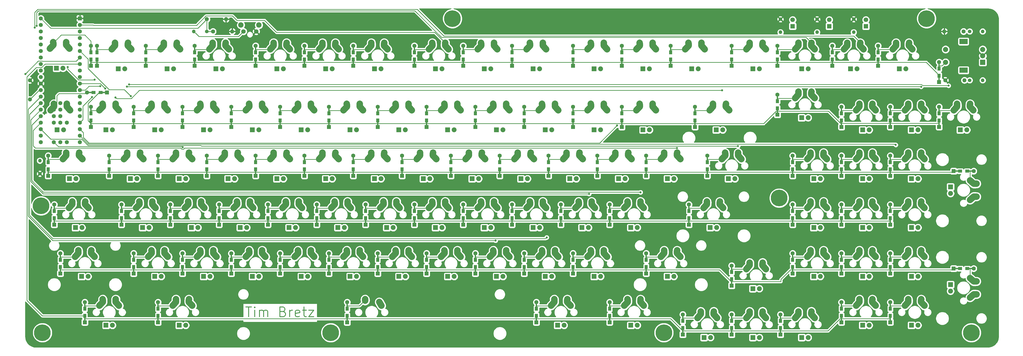
<source format=gtl>
G04 #@! TF.GenerationSoftware,KiCad,Pcbnew,5.1.0-060a0da~80~ubuntu18.04.1*
G04 #@! TF.CreationDate,2019-04-09T20:30:58-05:00*
G04 #@! TF.ProjectId,CBC2,43424332-2e6b-4696-9361-645f70636258,rev?*
G04 #@! TF.SameCoordinates,Original*
G04 #@! TF.FileFunction,Copper,L1,Top*
G04 #@! TF.FilePolarity,Positive*
%FSLAX46Y46*%
G04 Gerber Fmt 4.6, Leading zero omitted, Abs format (unit mm)*
G04 Created by KiCad (PCBNEW 5.1.0-060a0da~80~ubuntu18.04.1) date 2019-04-09 20:30:58*
%MOMM*%
%LPD*%
G04 APERTURE LIST*
%ADD10C,0.300000*%
%ADD11C,6.500000*%
%ADD12C,2.100000*%
%ADD13C,1.750000*%
%ADD14C,1.905000*%
%ADD15R,1.905000X1.905000*%
%ADD16C,2.500000*%
%ADD17C,2.500000*%
%ADD18C,2.000000*%
%ADD19R,1.600000X1.600000*%
%ADD20C,1.600000*%
%ADD21R,0.500000X2.900000*%
%ADD22R,1.200000X1.600000*%
%ADD23R,2.900000X0.500000*%
%ADD24R,1.600000X1.200000*%
%ADD25O,1.600000X1.600000*%
%ADD26R,2.000000X2.000000*%
%ADD27R,3.200000X2.000000*%
%ADD28R,1.800000X1.800000*%
%ADD29C,1.800000*%
%ADD30C,1.400000*%
%ADD31O,1.400000X1.400000*%
%ADD32C,0.800000*%
%ADD33C,0.250000*%
%ADD34C,0.254000*%
G04 APERTURE END LIST*
D10*
X81915000Y-107451071D02*
X84092142Y-107451071D01*
X83003571Y-111261071D02*
X83003571Y-107451071D01*
X85362142Y-111261071D02*
X85362142Y-108721071D01*
X85362142Y-107451071D02*
X85180714Y-107632500D01*
X85362142Y-107813928D01*
X85543571Y-107632500D01*
X85362142Y-107451071D01*
X85362142Y-107813928D01*
X87176428Y-111261071D02*
X87176428Y-108721071D01*
X87176428Y-109083928D02*
X87357857Y-108902500D01*
X87720714Y-108721071D01*
X88265000Y-108721071D01*
X88627857Y-108902500D01*
X88809285Y-109265357D01*
X88809285Y-111261071D01*
X88809285Y-109265357D02*
X88990714Y-108902500D01*
X89353571Y-108721071D01*
X89897857Y-108721071D01*
X90260714Y-108902500D01*
X90442142Y-109265357D01*
X90442142Y-111261071D01*
X96429285Y-109265357D02*
X96973571Y-109446785D01*
X97155000Y-109628214D01*
X97336428Y-109991071D01*
X97336428Y-110535357D01*
X97155000Y-110898214D01*
X96973571Y-111079642D01*
X96610714Y-111261071D01*
X95159285Y-111261071D01*
X95159285Y-107451071D01*
X96429285Y-107451071D01*
X96792142Y-107632500D01*
X96973571Y-107813928D01*
X97155000Y-108176785D01*
X97155000Y-108539642D01*
X96973571Y-108902500D01*
X96792142Y-109083928D01*
X96429285Y-109265357D01*
X95159285Y-109265357D01*
X98969285Y-111261071D02*
X98969285Y-108721071D01*
X98969285Y-109446785D02*
X99150714Y-109083928D01*
X99332142Y-108902500D01*
X99695000Y-108721071D01*
X100057857Y-108721071D01*
X102779285Y-111079642D02*
X102416428Y-111261071D01*
X101690714Y-111261071D01*
X101327857Y-111079642D01*
X101146428Y-110716785D01*
X101146428Y-109265357D01*
X101327857Y-108902500D01*
X101690714Y-108721071D01*
X102416428Y-108721071D01*
X102779285Y-108902500D01*
X102960714Y-109265357D01*
X102960714Y-109628214D01*
X101146428Y-109991071D01*
X104049285Y-108721071D02*
X105500714Y-108721071D01*
X104593571Y-107451071D02*
X104593571Y-110716785D01*
X104775000Y-111079642D01*
X105137857Y-111261071D01*
X105500714Y-111261071D01*
X106407857Y-108721071D02*
X108403571Y-108721071D01*
X106407857Y-111261071D01*
X108403571Y-111261071D01*
D11*
X2000000Y-68000000D03*
X290000000Y-65000000D03*
X162500000Y5000000D03*
X347500000Y5000000D03*
X365000000Y-117500000D03*
X245000000Y-117500000D03*
X115000000Y-117500000D03*
X2500000Y-117500000D03*
D12*
X79962500Y2490000D03*
D13*
X80962500Y0D03*
X85962500Y0D03*
D12*
X86972500Y2490000D03*
D14*
X344170000Y-114617500D03*
D15*
X341630000Y-114617500D03*
D16*
X345440000Y-104457500D03*
X345400000Y-105037500D03*
X345420000Y-104747500D03*
D17*
X345400229Y-105037516D02*
X345439771Y-104457484D01*
D18*
X339090000Y-106997500D03*
D16*
X340400000Y-105537500D03*
X346055000Y-106267500D03*
D17*
X345400005Y-105537496D02*
X346709995Y-106997504D01*
D16*
X339745000Y-106267500D03*
D17*
X340399995Y-105537496D02*
X339090005Y-106997504D01*
D18*
X346710000Y-106997500D03*
D16*
X345400000Y-105537500D03*
D18*
X340360000Y-104457500D03*
X340400000Y-105037500D03*
D16*
X340380000Y-104747500D03*
D17*
X340399771Y-105037516D02*
X340360229Y-104457484D01*
D14*
X325120000Y-114617500D03*
D15*
X322580000Y-114617500D03*
D16*
X326390000Y-104457500D03*
X326350000Y-105037500D03*
X326370000Y-104747500D03*
D17*
X326350229Y-105037516D02*
X326389771Y-104457484D01*
D18*
X320040000Y-106997500D03*
D16*
X321350000Y-105537500D03*
X327005000Y-106267500D03*
D17*
X326350005Y-105537496D02*
X327659995Y-106997504D01*
D16*
X320695000Y-106267500D03*
D17*
X321349995Y-105537496D02*
X320040005Y-106997504D01*
D18*
X327660000Y-106997500D03*
D16*
X326350000Y-105537500D03*
D18*
X321310000Y-104457500D03*
X321350000Y-105037500D03*
D16*
X321330000Y-104747500D03*
D17*
X321349771Y-105037516D02*
X321310229Y-104457484D01*
D14*
X301307500Y-119380000D03*
D15*
X298767500Y-119380000D03*
D16*
X302577500Y-109220000D03*
X302537500Y-109800000D03*
X302557500Y-109510000D03*
D17*
X302537729Y-109800016D02*
X302577271Y-109219984D01*
D18*
X296227500Y-111760000D03*
D16*
X297537500Y-110300000D03*
X303192500Y-111030000D03*
D17*
X302537505Y-110299996D02*
X303847495Y-111760004D01*
D16*
X296882500Y-111030000D03*
D17*
X297537495Y-110299996D02*
X296227505Y-111760004D01*
D18*
X303847500Y-111760000D03*
D16*
X302537500Y-110300000D03*
D18*
X297497500Y-109220000D03*
X297537500Y-109800000D03*
D16*
X297517500Y-109510000D03*
D17*
X297537271Y-109800016D02*
X297497729Y-109219984D01*
D14*
X282257500Y-119380000D03*
D15*
X279717500Y-119380000D03*
D16*
X283527500Y-109220000D03*
X283487500Y-109800000D03*
X283507500Y-109510000D03*
D17*
X283487729Y-109800016D02*
X283527271Y-109219984D01*
D18*
X277177500Y-111760000D03*
D16*
X278487500Y-110300000D03*
X284142500Y-111030000D03*
D17*
X283487505Y-110299996D02*
X284797495Y-111760004D01*
D16*
X277832500Y-111030000D03*
D17*
X278487495Y-110299996D02*
X277177505Y-111760004D01*
D18*
X284797500Y-111760000D03*
D16*
X283487500Y-110300000D03*
D18*
X278447500Y-109220000D03*
X278487500Y-109800000D03*
D16*
X278467500Y-109510000D03*
D17*
X278487271Y-109800016D02*
X278447729Y-109219984D01*
D14*
X263207500Y-119380000D03*
D15*
X260667500Y-119380000D03*
D16*
X264477500Y-109220000D03*
X264437500Y-109800000D03*
X264457500Y-109510000D03*
D17*
X264437729Y-109800016D02*
X264477271Y-109219984D01*
D18*
X258127500Y-111760000D03*
D16*
X259437500Y-110300000D03*
X265092500Y-111030000D03*
D17*
X264437505Y-110299996D02*
X265747495Y-111760004D01*
D16*
X258782500Y-111030000D03*
D17*
X259437495Y-110299996D02*
X258127505Y-111760004D01*
D18*
X265747500Y-111760000D03*
D16*
X264437500Y-110300000D03*
D18*
X259397500Y-109220000D03*
X259437500Y-109800000D03*
D16*
X259417500Y-109510000D03*
D17*
X259437271Y-109800016D02*
X259397729Y-109219984D01*
D14*
X234632500Y-114617500D03*
D15*
X232092500Y-114617500D03*
D16*
X235902500Y-104457500D03*
X235862500Y-105037500D03*
X235882500Y-104747500D03*
D17*
X235862729Y-105037516D02*
X235902271Y-104457484D01*
D18*
X229552500Y-106997500D03*
D16*
X230862500Y-105537500D03*
X236517500Y-106267500D03*
D17*
X235862505Y-105537496D02*
X237172495Y-106997504D01*
D16*
X230207500Y-106267500D03*
D17*
X230862495Y-105537496D02*
X229552505Y-106997504D01*
D18*
X237172500Y-106997500D03*
D16*
X235862500Y-105537500D03*
D18*
X230822500Y-104457500D03*
X230862500Y-105037500D03*
D16*
X230842500Y-104747500D03*
D17*
X230862271Y-105037516D02*
X230822729Y-104457484D01*
D14*
X206057500Y-114617500D03*
D15*
X203517500Y-114617500D03*
D16*
X207327500Y-104457500D03*
X207287500Y-105037500D03*
X207307500Y-104747500D03*
D17*
X207287729Y-105037516D02*
X207327271Y-104457484D01*
D18*
X200977500Y-106997500D03*
D16*
X202287500Y-105537500D03*
X207942500Y-106267500D03*
D17*
X207287505Y-105537496D02*
X208597495Y-106997504D01*
D16*
X201632500Y-106267500D03*
D17*
X202287495Y-105537496D02*
X200977505Y-106997504D01*
D18*
X208597500Y-106997500D03*
D16*
X207287500Y-105537500D03*
D18*
X202247500Y-104457500D03*
X202287500Y-105037500D03*
D16*
X202267500Y-104747500D03*
D17*
X202287271Y-105037516D02*
X202247729Y-104457484D01*
D16*
X128448750Y-104747500D03*
D17*
X128468474Y-105036828D02*
X128429026Y-104458172D01*
D16*
X134373750Y-106267500D03*
D17*
X134779203Y-106997454D02*
X133968297Y-105537546D01*
D14*
X58420000Y-114617500D03*
D15*
X55880000Y-114617500D03*
D16*
X59690000Y-104457500D03*
X59650000Y-105037500D03*
X59670000Y-104747500D03*
D17*
X59650229Y-105037516D02*
X59689771Y-104457484D01*
D18*
X53340000Y-106997500D03*
D16*
X54650000Y-105537500D03*
X60305000Y-106267500D03*
D17*
X59650005Y-105537496D02*
X60959995Y-106997504D01*
D16*
X53995000Y-106267500D03*
D17*
X54649995Y-105537496D02*
X53340005Y-106997504D01*
D18*
X60960000Y-106997500D03*
D16*
X59650000Y-105537500D03*
D18*
X54610000Y-104457500D03*
X54650000Y-105037500D03*
D16*
X54630000Y-104747500D03*
D17*
X54649771Y-105037516D02*
X54610229Y-104457484D01*
D14*
X29845000Y-114617500D03*
D15*
X27305000Y-114617500D03*
D16*
X31115000Y-104457500D03*
X31075000Y-105037500D03*
X31095000Y-104747500D03*
D17*
X31075229Y-105037516D02*
X31114771Y-104457484D01*
D18*
X24765000Y-106997500D03*
D16*
X26075000Y-105537500D03*
X31730000Y-106267500D03*
D17*
X31075005Y-105537496D02*
X32384995Y-106997504D01*
D16*
X25420000Y-106267500D03*
D17*
X26074995Y-105537496D02*
X24765005Y-106997504D01*
D18*
X32385000Y-106997500D03*
D16*
X31075000Y-105537500D03*
D18*
X26035000Y-104457500D03*
X26075000Y-105037500D03*
D16*
X26055000Y-104747500D03*
D17*
X26074771Y-105037516D02*
X26035229Y-104457484D01*
D14*
X356870000Y-101282500D03*
D15*
X356870000Y-98742500D03*
D16*
X367030000Y-102552500D03*
X366450000Y-102512500D03*
X366740000Y-102532500D03*
D17*
X366449984Y-102512729D02*
X367030016Y-102552271D01*
D18*
X364490000Y-96202500D03*
D16*
X365950000Y-97512500D03*
X365220000Y-103167500D03*
D17*
X365950004Y-102512505D02*
X364489996Y-103822495D01*
D16*
X365220000Y-96857500D03*
D17*
X365950004Y-97512495D02*
X364489996Y-96202505D01*
D18*
X364490000Y-103822500D03*
D16*
X365950000Y-102512500D03*
D18*
X367030000Y-97472500D03*
X366450000Y-97512500D03*
D16*
X366740000Y-97492500D03*
D17*
X366449984Y-97512271D02*
X367030016Y-97472729D01*
D14*
X344170000Y-95567500D03*
D15*
X341630000Y-95567500D03*
D16*
X345440000Y-85407500D03*
X345400000Y-85987500D03*
X345420000Y-85697500D03*
D17*
X345400229Y-85987516D02*
X345439771Y-85407484D01*
D18*
X339090000Y-87947500D03*
D16*
X340400000Y-86487500D03*
X346055000Y-87217500D03*
D17*
X345400005Y-86487496D02*
X346709995Y-87947504D01*
D16*
X339745000Y-87217500D03*
D17*
X340399995Y-86487496D02*
X339090005Y-87947504D01*
D18*
X346710000Y-87947500D03*
D16*
X345400000Y-86487500D03*
D18*
X340360000Y-85407500D03*
X340400000Y-85987500D03*
D16*
X340380000Y-85697500D03*
D17*
X340399771Y-85987516D02*
X340360229Y-85407484D01*
D14*
X325120000Y-95567500D03*
D15*
X322580000Y-95567500D03*
D16*
X326390000Y-85407500D03*
X326350000Y-85987500D03*
X326370000Y-85697500D03*
D17*
X326350229Y-85987516D02*
X326389771Y-85407484D01*
D18*
X320040000Y-87947500D03*
D16*
X321350000Y-86487500D03*
X327005000Y-87217500D03*
D17*
X326350005Y-86487496D02*
X327659995Y-87947504D01*
D16*
X320695000Y-87217500D03*
D17*
X321349995Y-86487496D02*
X320040005Y-87947504D01*
D18*
X327660000Y-87947500D03*
D16*
X326350000Y-86487500D03*
D18*
X321310000Y-85407500D03*
X321350000Y-85987500D03*
D16*
X321330000Y-85697500D03*
D17*
X321349771Y-85987516D02*
X321310229Y-85407484D01*
D14*
X306070000Y-95567500D03*
D15*
X303530000Y-95567500D03*
D16*
X307340000Y-85407500D03*
X307300000Y-85987500D03*
X307320000Y-85697500D03*
D17*
X307300229Y-85987516D02*
X307339771Y-85407484D01*
D18*
X300990000Y-87947500D03*
D16*
X302300000Y-86487500D03*
X307955000Y-87217500D03*
D17*
X307300005Y-86487496D02*
X308609995Y-87947504D01*
D16*
X301645000Y-87217500D03*
D17*
X302299995Y-86487496D02*
X300990005Y-87947504D01*
D18*
X308610000Y-87947500D03*
D16*
X307300000Y-86487500D03*
D18*
X302260000Y-85407500D03*
X302300000Y-85987500D03*
D16*
X302280000Y-85697500D03*
D17*
X302299771Y-85987516D02*
X302260229Y-85407484D01*
D14*
X282257500Y-100330000D03*
D15*
X279717500Y-100330000D03*
D16*
X283527500Y-90170000D03*
X283487500Y-90750000D03*
X283507500Y-90460000D03*
D17*
X283487729Y-90750016D02*
X283527271Y-90169984D01*
D18*
X277177500Y-92710000D03*
D16*
X278487500Y-91250000D03*
X284142500Y-91980000D03*
D17*
X283487505Y-91249996D02*
X284797495Y-92710004D01*
D16*
X277832500Y-91980000D03*
D17*
X278487495Y-91249996D02*
X277177505Y-92710004D01*
D18*
X284797500Y-92710000D03*
D16*
X283487500Y-91250000D03*
D18*
X278447500Y-90170000D03*
X278487500Y-90750000D03*
D16*
X278467500Y-90460000D03*
D17*
X278487271Y-90750016D02*
X278447729Y-90169984D01*
D14*
X248920000Y-95567500D03*
D15*
X246380000Y-95567500D03*
D16*
X250190000Y-85407500D03*
X250150000Y-85987500D03*
X250170000Y-85697500D03*
D17*
X250150229Y-85987516D02*
X250189771Y-85407484D01*
D18*
X243840000Y-87947500D03*
D16*
X245150000Y-86487500D03*
X250805000Y-87217500D03*
D17*
X250150005Y-86487496D02*
X251459995Y-87947504D01*
D16*
X244495000Y-87217500D03*
D17*
X245149995Y-86487496D02*
X243840005Y-87947504D01*
D18*
X251460000Y-87947500D03*
D16*
X250150000Y-86487500D03*
D18*
X245110000Y-85407500D03*
X245150000Y-85987500D03*
D16*
X245130000Y-85697500D03*
D17*
X245149771Y-85987516D02*
X245110229Y-85407484D01*
D14*
X220345000Y-95567500D03*
D15*
X217805000Y-95567500D03*
D16*
X221615000Y-85407500D03*
X221575000Y-85987500D03*
X221595000Y-85697500D03*
D17*
X221575229Y-85987516D02*
X221614771Y-85407484D01*
D18*
X215265000Y-87947500D03*
D16*
X216575000Y-86487500D03*
X222230000Y-87217500D03*
D17*
X221575005Y-86487496D02*
X222884995Y-87947504D01*
D16*
X215920000Y-87217500D03*
D17*
X216574995Y-86487496D02*
X215265005Y-87947504D01*
D18*
X222885000Y-87947500D03*
D16*
X221575000Y-86487500D03*
D18*
X216535000Y-85407500D03*
X216575000Y-85987500D03*
D16*
X216555000Y-85697500D03*
D17*
X216574771Y-85987516D02*
X216535229Y-85407484D01*
D14*
X201295000Y-95567500D03*
D15*
X198755000Y-95567500D03*
D16*
X202565000Y-85407500D03*
X202525000Y-85987500D03*
X202545000Y-85697500D03*
D17*
X202525229Y-85987516D02*
X202564771Y-85407484D01*
D18*
X196215000Y-87947500D03*
D16*
X197525000Y-86487500D03*
X203180000Y-87217500D03*
D17*
X202525005Y-86487496D02*
X203834995Y-87947504D01*
D16*
X196870000Y-87217500D03*
D17*
X197524995Y-86487496D02*
X196215005Y-87947504D01*
D18*
X203835000Y-87947500D03*
D16*
X202525000Y-86487500D03*
D18*
X197485000Y-85407500D03*
X197525000Y-85987500D03*
D16*
X197505000Y-85697500D03*
D17*
X197524771Y-85987516D02*
X197485229Y-85407484D01*
D14*
X182245000Y-95567500D03*
D15*
X179705000Y-95567500D03*
D16*
X183515000Y-85407500D03*
X183475000Y-85987500D03*
X183495000Y-85697500D03*
D17*
X183475229Y-85987516D02*
X183514771Y-85407484D01*
D18*
X177165000Y-87947500D03*
D16*
X178475000Y-86487500D03*
X184130000Y-87217500D03*
D17*
X183475005Y-86487496D02*
X184784995Y-87947504D01*
D16*
X177820000Y-87217500D03*
D17*
X178474995Y-86487496D02*
X177165005Y-87947504D01*
D18*
X184785000Y-87947500D03*
D16*
X183475000Y-86487500D03*
D18*
X178435000Y-85407500D03*
X178475000Y-85987500D03*
D16*
X178455000Y-85697500D03*
D17*
X178474771Y-85987516D02*
X178435229Y-85407484D01*
D14*
X163195000Y-95567500D03*
D15*
X160655000Y-95567500D03*
D16*
X164465000Y-85407500D03*
X164425000Y-85987500D03*
X164445000Y-85697500D03*
D17*
X164425229Y-85987516D02*
X164464771Y-85407484D01*
D18*
X158115000Y-87947500D03*
D16*
X159425000Y-86487500D03*
X165080000Y-87217500D03*
D17*
X164425005Y-86487496D02*
X165734995Y-87947504D01*
D16*
X158770000Y-87217500D03*
D17*
X159424995Y-86487496D02*
X158115005Y-87947504D01*
D18*
X165735000Y-87947500D03*
D16*
X164425000Y-86487500D03*
D18*
X159385000Y-85407500D03*
X159425000Y-85987500D03*
D16*
X159405000Y-85697500D03*
D17*
X159424771Y-85987516D02*
X159385229Y-85407484D01*
D14*
X144145000Y-95567500D03*
D15*
X141605000Y-95567500D03*
D16*
X145415000Y-85407500D03*
X145375000Y-85987500D03*
X145395000Y-85697500D03*
D17*
X145375229Y-85987516D02*
X145414771Y-85407484D01*
D18*
X139065000Y-87947500D03*
D16*
X140375000Y-86487500D03*
X146030000Y-87217500D03*
D17*
X145375005Y-86487496D02*
X146684995Y-87947504D01*
D16*
X139720000Y-87217500D03*
D17*
X140374995Y-86487496D02*
X139065005Y-87947504D01*
D18*
X146685000Y-87947500D03*
D16*
X145375000Y-86487500D03*
D18*
X140335000Y-85407500D03*
X140375000Y-85987500D03*
D16*
X140355000Y-85697500D03*
D17*
X140374771Y-85987516D02*
X140335229Y-85407484D01*
D14*
X125095000Y-95567500D03*
D15*
X122555000Y-95567500D03*
D16*
X126365000Y-85407500D03*
X126325000Y-85987500D03*
X126345000Y-85697500D03*
D17*
X126325229Y-85987516D02*
X126364771Y-85407484D01*
D18*
X120015000Y-87947500D03*
D16*
X121325000Y-86487500D03*
X126980000Y-87217500D03*
D17*
X126325005Y-86487496D02*
X127634995Y-87947504D01*
D16*
X120670000Y-87217500D03*
D17*
X121324995Y-86487496D02*
X120015005Y-87947504D01*
D18*
X127635000Y-87947500D03*
D16*
X126325000Y-86487500D03*
D18*
X121285000Y-85407500D03*
X121325000Y-85987500D03*
D16*
X121305000Y-85697500D03*
D17*
X121324771Y-85987516D02*
X121285229Y-85407484D01*
D14*
X106045000Y-95567500D03*
D15*
X103505000Y-95567500D03*
D16*
X107315000Y-85407500D03*
X107275000Y-85987500D03*
X107295000Y-85697500D03*
D17*
X107275229Y-85987516D02*
X107314771Y-85407484D01*
D18*
X100965000Y-87947500D03*
D16*
X102275000Y-86487500D03*
X107930000Y-87217500D03*
D17*
X107275005Y-86487496D02*
X108584995Y-87947504D01*
D16*
X101620000Y-87217500D03*
D17*
X102274995Y-86487496D02*
X100965005Y-87947504D01*
D18*
X108585000Y-87947500D03*
D16*
X107275000Y-86487500D03*
D18*
X102235000Y-85407500D03*
X102275000Y-85987500D03*
D16*
X102255000Y-85697500D03*
D17*
X102274771Y-85987516D02*
X102235229Y-85407484D01*
D14*
X86995000Y-95567500D03*
D15*
X84455000Y-95567500D03*
D16*
X88265000Y-85407500D03*
X88225000Y-85987500D03*
X88245000Y-85697500D03*
D17*
X88225229Y-85987516D02*
X88264771Y-85407484D01*
D18*
X81915000Y-87947500D03*
D16*
X83225000Y-86487500D03*
X88880000Y-87217500D03*
D17*
X88225005Y-86487496D02*
X89534995Y-87947504D01*
D16*
X82570000Y-87217500D03*
D17*
X83224995Y-86487496D02*
X81915005Y-87947504D01*
D18*
X89535000Y-87947500D03*
D16*
X88225000Y-86487500D03*
D18*
X83185000Y-85407500D03*
X83225000Y-85987500D03*
D16*
X83205000Y-85697500D03*
D17*
X83224771Y-85987516D02*
X83185229Y-85407484D01*
D14*
X67945000Y-95567500D03*
D15*
X65405000Y-95567500D03*
D16*
X69215000Y-85407500D03*
X69175000Y-85987500D03*
X69195000Y-85697500D03*
D17*
X69175229Y-85987516D02*
X69214771Y-85407484D01*
D18*
X62865000Y-87947500D03*
D16*
X64175000Y-86487500D03*
X69830000Y-87217500D03*
D17*
X69175005Y-86487496D02*
X70484995Y-87947504D01*
D16*
X63520000Y-87217500D03*
D17*
X64174995Y-86487496D02*
X62865005Y-87947504D01*
D18*
X70485000Y-87947500D03*
D16*
X69175000Y-86487500D03*
D18*
X64135000Y-85407500D03*
X64175000Y-85987500D03*
D16*
X64155000Y-85697500D03*
D17*
X64174771Y-85987516D02*
X64135229Y-85407484D01*
D14*
X48895000Y-95567500D03*
D15*
X46355000Y-95567500D03*
D16*
X50165000Y-85407500D03*
X50125000Y-85987500D03*
X50145000Y-85697500D03*
D17*
X50125229Y-85987516D02*
X50164771Y-85407484D01*
D18*
X43815000Y-87947500D03*
D16*
X45125000Y-86487500D03*
X50780000Y-87217500D03*
D17*
X50125005Y-86487496D02*
X51434995Y-87947504D01*
D16*
X44470000Y-87217500D03*
D17*
X45124995Y-86487496D02*
X43815005Y-87947504D01*
D18*
X51435000Y-87947500D03*
D16*
X50125000Y-86487500D03*
D18*
X45085000Y-85407500D03*
X45125000Y-85987500D03*
D16*
X45105000Y-85697500D03*
D17*
X45124771Y-85987516D02*
X45085229Y-85407484D01*
D14*
X20320000Y-95567500D03*
D15*
X17780000Y-95567500D03*
D16*
X21590000Y-85407500D03*
X21550000Y-85987500D03*
X21570000Y-85697500D03*
D17*
X21550229Y-85987516D02*
X21589771Y-85407484D01*
D18*
X15240000Y-87947500D03*
D16*
X16550000Y-86487500D03*
X22205000Y-87217500D03*
D17*
X21550005Y-86487496D02*
X22859995Y-87947504D01*
D16*
X15895000Y-87217500D03*
D17*
X16549995Y-86487496D02*
X15240005Y-87947504D01*
D18*
X22860000Y-87947500D03*
D16*
X21550000Y-86487500D03*
D18*
X16510000Y-85407500D03*
X16550000Y-85987500D03*
D16*
X16530000Y-85697500D03*
D17*
X16549771Y-85987516D02*
X16510229Y-85407484D01*
D14*
X344170000Y-76517500D03*
D15*
X341630000Y-76517500D03*
D16*
X345440000Y-66357500D03*
X345400000Y-66937500D03*
X345420000Y-66647500D03*
D17*
X345400229Y-66937516D02*
X345439771Y-66357484D01*
D18*
X339090000Y-68897500D03*
D16*
X340400000Y-67437500D03*
X346055000Y-68167500D03*
D17*
X345400005Y-67437496D02*
X346709995Y-68897504D01*
D16*
X339745000Y-68167500D03*
D17*
X340399995Y-67437496D02*
X339090005Y-68897504D01*
D18*
X346710000Y-68897500D03*
D16*
X345400000Y-67437500D03*
D18*
X340360000Y-66357500D03*
X340400000Y-66937500D03*
D16*
X340380000Y-66647500D03*
D17*
X340399771Y-66937516D02*
X340360229Y-66357484D01*
D14*
X325120000Y-76517500D03*
D15*
X322580000Y-76517500D03*
D16*
X326390000Y-66357500D03*
X326350000Y-66937500D03*
X326370000Y-66647500D03*
D17*
X326350229Y-66937516D02*
X326389771Y-66357484D01*
D18*
X320040000Y-68897500D03*
D16*
X321350000Y-67437500D03*
X327005000Y-68167500D03*
D17*
X326350005Y-67437496D02*
X327659995Y-68897504D01*
D16*
X320695000Y-68167500D03*
D17*
X321349995Y-67437496D02*
X320040005Y-68897504D01*
D18*
X327660000Y-68897500D03*
D16*
X326350000Y-67437500D03*
D18*
X321310000Y-66357500D03*
X321350000Y-66937500D03*
D16*
X321330000Y-66647500D03*
D17*
X321349771Y-66937516D02*
X321310229Y-66357484D01*
D14*
X306070000Y-76517500D03*
D15*
X303530000Y-76517500D03*
D16*
X307340000Y-66357500D03*
X307300000Y-66937500D03*
X307320000Y-66647500D03*
D17*
X307300229Y-66937516D02*
X307339771Y-66357484D01*
D18*
X300990000Y-68897500D03*
D16*
X302300000Y-67437500D03*
X307955000Y-68167500D03*
D17*
X307300005Y-67437496D02*
X308609995Y-68897504D01*
D16*
X301645000Y-68167500D03*
D17*
X302299995Y-67437496D02*
X300990005Y-68897504D01*
D18*
X308610000Y-68897500D03*
D16*
X307300000Y-67437500D03*
D18*
X302260000Y-66357500D03*
X302300000Y-66937500D03*
D16*
X302280000Y-66647500D03*
D17*
X302299771Y-66937516D02*
X302260229Y-66357484D01*
D14*
X265588750Y-76517500D03*
D15*
X263048750Y-76517500D03*
D16*
X266858750Y-66357500D03*
X266818750Y-66937500D03*
X266838750Y-66647500D03*
D17*
X266818979Y-66937516D02*
X266858521Y-66357484D01*
D18*
X260508750Y-68897500D03*
D16*
X261818750Y-67437500D03*
X267473750Y-68167500D03*
D17*
X266818755Y-67437496D02*
X268128745Y-68897504D01*
D16*
X261163750Y-68167500D03*
D17*
X261818745Y-67437496D02*
X260508755Y-68897504D01*
D18*
X268128750Y-68897500D03*
D16*
X266818750Y-67437500D03*
D18*
X261778750Y-66357500D03*
X261818750Y-66937500D03*
D16*
X261798750Y-66647500D03*
D17*
X261818521Y-66937516D02*
X261778979Y-66357484D01*
D14*
X234632500Y-76517500D03*
D15*
X232092500Y-76517500D03*
D16*
X235902500Y-66357500D03*
X235862500Y-66937500D03*
X235882500Y-66647500D03*
D17*
X235862729Y-66937516D02*
X235902271Y-66357484D01*
D18*
X229552500Y-68897500D03*
D16*
X230862500Y-67437500D03*
X236517500Y-68167500D03*
D17*
X235862505Y-67437496D02*
X237172495Y-68897504D01*
D16*
X230207500Y-68167500D03*
D17*
X230862495Y-67437496D02*
X229552505Y-68897504D01*
D18*
X237172500Y-68897500D03*
D16*
X235862500Y-67437500D03*
D18*
X230822500Y-66357500D03*
X230862500Y-66937500D03*
D16*
X230842500Y-66647500D03*
D17*
X230862271Y-66937516D02*
X230822729Y-66357484D01*
D14*
X215582500Y-76517500D03*
D15*
X213042500Y-76517500D03*
D16*
X216852500Y-66357500D03*
X216812500Y-66937500D03*
X216832500Y-66647500D03*
D17*
X216812729Y-66937516D02*
X216852271Y-66357484D01*
D18*
X210502500Y-68897500D03*
D16*
X211812500Y-67437500D03*
X217467500Y-68167500D03*
D17*
X216812505Y-67437496D02*
X218122495Y-68897504D01*
D16*
X211157500Y-68167500D03*
D17*
X211812495Y-67437496D02*
X210502505Y-68897504D01*
D18*
X218122500Y-68897500D03*
D16*
X216812500Y-67437500D03*
D18*
X211772500Y-66357500D03*
X211812500Y-66937500D03*
D16*
X211792500Y-66647500D03*
D17*
X211812271Y-66937516D02*
X211772729Y-66357484D01*
D14*
X196532500Y-76517500D03*
D15*
X193992500Y-76517500D03*
D16*
X197802500Y-66357500D03*
X197762500Y-66937500D03*
X197782500Y-66647500D03*
D17*
X197762729Y-66937516D02*
X197802271Y-66357484D01*
D18*
X191452500Y-68897500D03*
D16*
X192762500Y-67437500D03*
X198417500Y-68167500D03*
D17*
X197762505Y-67437496D02*
X199072495Y-68897504D01*
D16*
X192107500Y-68167500D03*
D17*
X192762495Y-67437496D02*
X191452505Y-68897504D01*
D18*
X199072500Y-68897500D03*
D16*
X197762500Y-67437500D03*
D18*
X192722500Y-66357500D03*
X192762500Y-66937500D03*
D16*
X192742500Y-66647500D03*
D17*
X192762271Y-66937516D02*
X192722729Y-66357484D01*
D14*
X177482500Y-76517500D03*
D15*
X174942500Y-76517500D03*
D16*
X178752500Y-66357500D03*
X178712500Y-66937500D03*
X178732500Y-66647500D03*
D17*
X178712729Y-66937516D02*
X178752271Y-66357484D01*
D18*
X172402500Y-68897500D03*
D16*
X173712500Y-67437500D03*
X179367500Y-68167500D03*
D17*
X178712505Y-67437496D02*
X180022495Y-68897504D01*
D16*
X173057500Y-68167500D03*
D17*
X173712495Y-67437496D02*
X172402505Y-68897504D01*
D18*
X180022500Y-68897500D03*
D16*
X178712500Y-67437500D03*
D18*
X173672500Y-66357500D03*
X173712500Y-66937500D03*
D16*
X173692500Y-66647500D03*
D17*
X173712271Y-66937516D02*
X173672729Y-66357484D01*
D14*
X158432500Y-76517500D03*
D15*
X155892500Y-76517500D03*
D16*
X159702500Y-66357500D03*
X159662500Y-66937500D03*
X159682500Y-66647500D03*
D17*
X159662729Y-66937516D02*
X159702271Y-66357484D01*
D18*
X153352500Y-68897500D03*
D16*
X154662500Y-67437500D03*
X160317500Y-68167500D03*
D17*
X159662505Y-67437496D02*
X160972495Y-68897504D01*
D16*
X154007500Y-68167500D03*
D17*
X154662495Y-67437496D02*
X153352505Y-68897504D01*
D18*
X160972500Y-68897500D03*
D16*
X159662500Y-67437500D03*
D18*
X154622500Y-66357500D03*
X154662500Y-66937500D03*
D16*
X154642500Y-66647500D03*
D17*
X154662271Y-66937516D02*
X154622729Y-66357484D01*
D14*
X139382500Y-76517500D03*
D15*
X136842500Y-76517500D03*
D16*
X140652500Y-66357500D03*
X140612500Y-66937500D03*
X140632500Y-66647500D03*
D17*
X140612729Y-66937516D02*
X140652271Y-66357484D01*
D18*
X134302500Y-68897500D03*
D16*
X135612500Y-67437500D03*
X141267500Y-68167500D03*
D17*
X140612505Y-67437496D02*
X141922495Y-68897504D01*
D16*
X134957500Y-68167500D03*
D17*
X135612495Y-67437496D02*
X134302505Y-68897504D01*
D18*
X141922500Y-68897500D03*
D16*
X140612500Y-67437500D03*
D18*
X135572500Y-66357500D03*
X135612500Y-66937500D03*
D16*
X135592500Y-66647500D03*
D17*
X135612271Y-66937516D02*
X135572729Y-66357484D01*
D14*
X120332500Y-76517500D03*
D15*
X117792500Y-76517500D03*
D16*
X121602500Y-66357500D03*
X121562500Y-66937500D03*
X121582500Y-66647500D03*
D17*
X121562729Y-66937516D02*
X121602271Y-66357484D01*
D18*
X115252500Y-68897500D03*
D16*
X116562500Y-67437500D03*
X122217500Y-68167500D03*
D17*
X121562505Y-67437496D02*
X122872495Y-68897504D01*
D16*
X115907500Y-68167500D03*
D17*
X116562495Y-67437496D02*
X115252505Y-68897504D01*
D18*
X122872500Y-68897500D03*
D16*
X121562500Y-67437500D03*
D18*
X116522500Y-66357500D03*
X116562500Y-66937500D03*
D16*
X116542500Y-66647500D03*
D17*
X116562271Y-66937516D02*
X116522729Y-66357484D01*
D14*
X101282500Y-76517500D03*
D15*
X98742500Y-76517500D03*
D16*
X102552500Y-66357500D03*
X102512500Y-66937500D03*
X102532500Y-66647500D03*
D17*
X102512729Y-66937516D02*
X102552271Y-66357484D01*
D18*
X96202500Y-68897500D03*
D16*
X97512500Y-67437500D03*
X103167500Y-68167500D03*
D17*
X102512505Y-67437496D02*
X103822495Y-68897504D01*
D16*
X96857500Y-68167500D03*
D17*
X97512495Y-67437496D02*
X96202505Y-68897504D01*
D18*
X103822500Y-68897500D03*
D16*
X102512500Y-67437500D03*
D18*
X97472500Y-66357500D03*
X97512500Y-66937500D03*
D16*
X97492500Y-66647500D03*
D17*
X97512271Y-66937516D02*
X97472729Y-66357484D01*
D14*
X82232500Y-76517500D03*
D15*
X79692500Y-76517500D03*
D16*
X83502500Y-66357500D03*
X83462500Y-66937500D03*
X83482500Y-66647500D03*
D17*
X83462729Y-66937516D02*
X83502271Y-66357484D01*
D18*
X77152500Y-68897500D03*
D16*
X78462500Y-67437500D03*
X84117500Y-68167500D03*
D17*
X83462505Y-67437496D02*
X84772495Y-68897504D01*
D16*
X77807500Y-68167500D03*
D17*
X78462495Y-67437496D02*
X77152505Y-68897504D01*
D18*
X84772500Y-68897500D03*
D16*
X83462500Y-67437500D03*
D18*
X78422500Y-66357500D03*
X78462500Y-66937500D03*
D16*
X78442500Y-66647500D03*
D17*
X78462271Y-66937516D02*
X78422729Y-66357484D01*
D14*
X63182500Y-76517500D03*
D15*
X60642500Y-76517500D03*
D16*
X64452500Y-66357500D03*
X64412500Y-66937500D03*
X64432500Y-66647500D03*
D17*
X64412729Y-66937516D02*
X64452271Y-66357484D01*
D18*
X58102500Y-68897500D03*
D16*
X59412500Y-67437500D03*
X65067500Y-68167500D03*
D17*
X64412505Y-67437496D02*
X65722495Y-68897504D01*
D16*
X58757500Y-68167500D03*
D17*
X59412495Y-67437496D02*
X58102505Y-68897504D01*
D18*
X65722500Y-68897500D03*
D16*
X64412500Y-67437500D03*
D18*
X59372500Y-66357500D03*
X59412500Y-66937500D03*
D16*
X59392500Y-66647500D03*
D17*
X59412271Y-66937516D02*
X59372729Y-66357484D01*
D14*
X44132500Y-76517500D03*
D15*
X41592500Y-76517500D03*
D16*
X45402500Y-66357500D03*
X45362500Y-66937500D03*
X45382500Y-66647500D03*
D17*
X45362729Y-66937516D02*
X45402271Y-66357484D01*
D18*
X39052500Y-68897500D03*
D16*
X40362500Y-67437500D03*
X46017500Y-68167500D03*
D17*
X45362505Y-67437496D02*
X46672495Y-68897504D01*
D16*
X39707500Y-68167500D03*
D17*
X40362495Y-67437496D02*
X39052505Y-68897504D01*
D18*
X46672500Y-68897500D03*
D16*
X45362500Y-67437500D03*
D18*
X40322500Y-66357500D03*
X40362500Y-66937500D03*
D16*
X40342500Y-66647500D03*
D17*
X40362271Y-66937516D02*
X40322729Y-66357484D01*
D14*
X17938750Y-76517500D03*
D15*
X15398750Y-76517500D03*
D16*
X19208750Y-66357500D03*
X19168750Y-66937500D03*
X19188750Y-66647500D03*
D17*
X19168979Y-66937516D02*
X19208521Y-66357484D01*
D18*
X12858750Y-68897500D03*
D16*
X14168750Y-67437500D03*
X19823750Y-68167500D03*
D17*
X19168755Y-67437496D02*
X20478745Y-68897504D01*
D16*
X13513750Y-68167500D03*
D17*
X14168745Y-67437496D02*
X12858755Y-68897504D01*
D18*
X20478750Y-68897500D03*
D16*
X19168750Y-67437500D03*
D18*
X14128750Y-66357500D03*
X14168750Y-66937500D03*
D16*
X14148750Y-66647500D03*
D17*
X14168521Y-66937516D02*
X14128979Y-66357484D01*
D14*
X356870000Y-63182500D03*
D15*
X356870000Y-60642500D03*
D16*
X367030000Y-64452500D03*
X366450000Y-64412500D03*
X366740000Y-64432500D03*
D17*
X366449984Y-64412729D02*
X367030016Y-64452271D01*
D18*
X364490000Y-58102500D03*
D16*
X365950000Y-59412500D03*
X365220000Y-65067500D03*
D17*
X365950004Y-64412505D02*
X364489996Y-65722495D01*
D16*
X365220000Y-58757500D03*
D17*
X365950004Y-59412495D02*
X364489996Y-58102505D01*
D18*
X364490000Y-65722500D03*
D16*
X365950000Y-64412500D03*
D18*
X367030000Y-59372500D03*
X366450000Y-59412500D03*
D16*
X366740000Y-59392500D03*
D17*
X366449984Y-59412271D02*
X367030016Y-59372729D01*
D14*
X344170000Y-57467500D03*
D15*
X341630000Y-57467500D03*
D16*
X345440000Y-47307500D03*
X345400000Y-47887500D03*
X345420000Y-47597500D03*
D17*
X345400229Y-47887516D02*
X345439771Y-47307484D01*
D18*
X339090000Y-49847500D03*
D16*
X340400000Y-48387500D03*
X346055000Y-49117500D03*
D17*
X345400005Y-48387496D02*
X346709995Y-49847504D01*
D16*
X339745000Y-49117500D03*
D17*
X340399995Y-48387496D02*
X339090005Y-49847504D01*
D18*
X346710000Y-49847500D03*
D16*
X345400000Y-48387500D03*
D18*
X340360000Y-47307500D03*
X340400000Y-47887500D03*
D16*
X340380000Y-47597500D03*
D17*
X340399771Y-47887516D02*
X340360229Y-47307484D01*
D14*
X325120000Y-57467500D03*
D15*
X322580000Y-57467500D03*
D16*
X326390000Y-47307500D03*
X326350000Y-47887500D03*
X326370000Y-47597500D03*
D17*
X326350229Y-47887516D02*
X326389771Y-47307484D01*
D18*
X320040000Y-49847500D03*
D16*
X321350000Y-48387500D03*
X327005000Y-49117500D03*
D17*
X326350005Y-48387496D02*
X327659995Y-49847504D01*
D16*
X320695000Y-49117500D03*
D17*
X321349995Y-48387496D02*
X320040005Y-49847504D01*
D18*
X327660000Y-49847500D03*
D16*
X326350000Y-48387500D03*
D18*
X321310000Y-47307500D03*
X321350000Y-47887500D03*
D16*
X321330000Y-47597500D03*
D17*
X321349771Y-47887516D02*
X321310229Y-47307484D01*
D14*
X306070000Y-57467500D03*
D15*
X303530000Y-57467500D03*
D16*
X307340000Y-47307500D03*
X307300000Y-47887500D03*
X307320000Y-47597500D03*
D17*
X307300229Y-47887516D02*
X307339771Y-47307484D01*
D18*
X300990000Y-49847500D03*
D16*
X302300000Y-48387500D03*
X307955000Y-49117500D03*
D17*
X307300005Y-48387496D02*
X308609995Y-49847504D01*
D16*
X301645000Y-49117500D03*
D17*
X302299995Y-48387496D02*
X300990005Y-49847504D01*
D18*
X308610000Y-49847500D03*
D16*
X307300000Y-48387500D03*
D18*
X302260000Y-47307500D03*
X302300000Y-47887500D03*
D16*
X302280000Y-47597500D03*
D17*
X302299771Y-47887516D02*
X302260229Y-47307484D01*
D14*
X272732500Y-57467500D03*
D15*
X270192500Y-57467500D03*
D16*
X274002500Y-47307500D03*
X273962500Y-47887500D03*
X273982500Y-47597500D03*
D17*
X273962729Y-47887516D02*
X274002271Y-47307484D01*
D18*
X267652500Y-49847500D03*
D16*
X268962500Y-48387500D03*
X274617500Y-49117500D03*
D17*
X273962505Y-48387496D02*
X275272495Y-49847504D01*
D16*
X268307500Y-49117500D03*
D17*
X268962495Y-48387496D02*
X267652505Y-49847504D01*
D18*
X275272500Y-49847500D03*
D16*
X273962500Y-48387500D03*
D18*
X268922500Y-47307500D03*
X268962500Y-47887500D03*
D16*
X268942500Y-47597500D03*
D17*
X268962271Y-47887516D02*
X268922729Y-47307484D01*
D14*
X248920000Y-57467500D03*
D15*
X246380000Y-57467500D03*
D16*
X250190000Y-47307500D03*
X250150000Y-47887500D03*
X250170000Y-47597500D03*
D17*
X250150229Y-47887516D02*
X250189771Y-47307484D01*
D18*
X243840000Y-49847500D03*
D16*
X245150000Y-48387500D03*
X250805000Y-49117500D03*
D17*
X250150005Y-48387496D02*
X251459995Y-49847504D01*
D16*
X244495000Y-49117500D03*
D17*
X245149995Y-48387496D02*
X243840005Y-49847504D01*
D18*
X251460000Y-49847500D03*
D16*
X250150000Y-48387500D03*
D18*
X245110000Y-47307500D03*
X245150000Y-47887500D03*
D16*
X245130000Y-47597500D03*
D17*
X245149771Y-47887516D02*
X245110229Y-47307484D01*
D14*
X229870000Y-57467500D03*
D15*
X227330000Y-57467500D03*
D16*
X231140000Y-47307500D03*
X231100000Y-47887500D03*
X231120000Y-47597500D03*
D17*
X231100229Y-47887516D02*
X231139771Y-47307484D01*
D18*
X224790000Y-49847500D03*
D16*
X226100000Y-48387500D03*
X231755000Y-49117500D03*
D17*
X231100005Y-48387496D02*
X232409995Y-49847504D01*
D16*
X225445000Y-49117500D03*
D17*
X226099995Y-48387496D02*
X224790005Y-49847504D01*
D18*
X232410000Y-49847500D03*
D16*
X231100000Y-48387500D03*
D18*
X226060000Y-47307500D03*
X226100000Y-47887500D03*
D16*
X226080000Y-47597500D03*
D17*
X226099771Y-47887516D02*
X226060229Y-47307484D01*
D14*
X210820000Y-57467500D03*
D15*
X208280000Y-57467500D03*
D16*
X212090000Y-47307500D03*
X212050000Y-47887500D03*
X212070000Y-47597500D03*
D17*
X212050229Y-47887516D02*
X212089771Y-47307484D01*
D18*
X205740000Y-49847500D03*
D16*
X207050000Y-48387500D03*
X212705000Y-49117500D03*
D17*
X212050005Y-48387496D02*
X213359995Y-49847504D01*
D16*
X206395000Y-49117500D03*
D17*
X207049995Y-48387496D02*
X205740005Y-49847504D01*
D18*
X213360000Y-49847500D03*
D16*
X212050000Y-48387500D03*
D18*
X207010000Y-47307500D03*
X207050000Y-47887500D03*
D16*
X207030000Y-47597500D03*
D17*
X207049771Y-47887516D02*
X207010229Y-47307484D01*
D14*
X191770000Y-57467500D03*
D15*
X189230000Y-57467500D03*
D16*
X193040000Y-47307500D03*
X193000000Y-47887500D03*
X193020000Y-47597500D03*
D17*
X193000229Y-47887516D02*
X193039771Y-47307484D01*
D18*
X186690000Y-49847500D03*
D16*
X188000000Y-48387500D03*
X193655000Y-49117500D03*
D17*
X193000005Y-48387496D02*
X194309995Y-49847504D01*
D16*
X187345000Y-49117500D03*
D17*
X187999995Y-48387496D02*
X186690005Y-49847504D01*
D18*
X194310000Y-49847500D03*
D16*
X193000000Y-48387500D03*
D18*
X187960000Y-47307500D03*
X188000000Y-47887500D03*
D16*
X187980000Y-47597500D03*
D17*
X187999771Y-47887516D02*
X187960229Y-47307484D01*
D14*
X172720000Y-57467500D03*
D15*
X170180000Y-57467500D03*
D16*
X173990000Y-47307500D03*
X173950000Y-47887500D03*
X173970000Y-47597500D03*
D17*
X173950229Y-47887516D02*
X173989771Y-47307484D01*
D18*
X167640000Y-49847500D03*
D16*
X168950000Y-48387500D03*
X174605000Y-49117500D03*
D17*
X173950005Y-48387496D02*
X175259995Y-49847504D01*
D16*
X168295000Y-49117500D03*
D17*
X168949995Y-48387496D02*
X167640005Y-49847504D01*
D18*
X175260000Y-49847500D03*
D16*
X173950000Y-48387500D03*
D18*
X168910000Y-47307500D03*
X168950000Y-47887500D03*
D16*
X168930000Y-47597500D03*
D17*
X168949771Y-47887516D02*
X168910229Y-47307484D01*
D14*
X153670000Y-57467500D03*
D15*
X151130000Y-57467500D03*
D16*
X154940000Y-47307500D03*
X154900000Y-47887500D03*
X154920000Y-47597500D03*
D17*
X154900229Y-47887516D02*
X154939771Y-47307484D01*
D18*
X148590000Y-49847500D03*
D16*
X149900000Y-48387500D03*
X155555000Y-49117500D03*
D17*
X154900005Y-48387496D02*
X156209995Y-49847504D01*
D16*
X149245000Y-49117500D03*
D17*
X149899995Y-48387496D02*
X148590005Y-49847504D01*
D18*
X156210000Y-49847500D03*
D16*
X154900000Y-48387500D03*
D18*
X149860000Y-47307500D03*
X149900000Y-47887500D03*
D16*
X149880000Y-47597500D03*
D17*
X149899771Y-47887516D02*
X149860229Y-47307484D01*
D14*
X134620000Y-57467500D03*
D15*
X132080000Y-57467500D03*
D16*
X135890000Y-47307500D03*
X135850000Y-47887500D03*
X135870000Y-47597500D03*
D17*
X135850229Y-47887516D02*
X135889771Y-47307484D01*
D18*
X129540000Y-49847500D03*
D16*
X130850000Y-48387500D03*
X136505000Y-49117500D03*
D17*
X135850005Y-48387496D02*
X137159995Y-49847504D01*
D16*
X130195000Y-49117500D03*
D17*
X130849995Y-48387496D02*
X129540005Y-49847504D01*
D18*
X137160000Y-49847500D03*
D16*
X135850000Y-48387500D03*
D18*
X130810000Y-47307500D03*
X130850000Y-47887500D03*
D16*
X130830000Y-47597500D03*
D17*
X130849771Y-47887516D02*
X130810229Y-47307484D01*
D14*
X115570000Y-57467500D03*
D15*
X113030000Y-57467500D03*
D16*
X116840000Y-47307500D03*
X116800000Y-47887500D03*
X116820000Y-47597500D03*
D17*
X116800229Y-47887516D02*
X116839771Y-47307484D01*
D18*
X110490000Y-49847500D03*
D16*
X111800000Y-48387500D03*
X117455000Y-49117500D03*
D17*
X116800005Y-48387496D02*
X118109995Y-49847504D01*
D16*
X111145000Y-49117500D03*
D17*
X111799995Y-48387496D02*
X110490005Y-49847504D01*
D18*
X118110000Y-49847500D03*
D16*
X116800000Y-48387500D03*
D18*
X111760000Y-47307500D03*
X111800000Y-47887500D03*
D16*
X111780000Y-47597500D03*
D17*
X111799771Y-47887516D02*
X111760229Y-47307484D01*
D14*
X96520000Y-57467500D03*
D15*
X93980000Y-57467500D03*
D16*
X97790000Y-47307500D03*
X97750000Y-47887500D03*
X97770000Y-47597500D03*
D17*
X97750229Y-47887516D02*
X97789771Y-47307484D01*
D18*
X91440000Y-49847500D03*
D16*
X92750000Y-48387500D03*
X98405000Y-49117500D03*
D17*
X97750005Y-48387496D02*
X99059995Y-49847504D01*
D16*
X92095000Y-49117500D03*
D17*
X92749995Y-48387496D02*
X91440005Y-49847504D01*
D18*
X99060000Y-49847500D03*
D16*
X97750000Y-48387500D03*
D18*
X92710000Y-47307500D03*
X92750000Y-47887500D03*
D16*
X92730000Y-47597500D03*
D17*
X92749771Y-47887516D02*
X92710229Y-47307484D01*
D14*
X77470000Y-57467500D03*
D15*
X74930000Y-57467500D03*
D16*
X78740000Y-47307500D03*
X78700000Y-47887500D03*
X78720000Y-47597500D03*
D17*
X78700229Y-47887516D02*
X78739771Y-47307484D01*
D18*
X72390000Y-49847500D03*
D16*
X73700000Y-48387500D03*
X79355000Y-49117500D03*
D17*
X78700005Y-48387496D02*
X80009995Y-49847504D01*
D16*
X73045000Y-49117500D03*
D17*
X73699995Y-48387496D02*
X72390005Y-49847504D01*
D18*
X80010000Y-49847500D03*
D16*
X78700000Y-48387500D03*
D18*
X73660000Y-47307500D03*
X73700000Y-47887500D03*
D16*
X73680000Y-47597500D03*
D17*
X73699771Y-47887516D02*
X73660229Y-47307484D01*
D14*
X58420000Y-57467500D03*
D15*
X55880000Y-57467500D03*
D16*
X59690000Y-47307500D03*
X59650000Y-47887500D03*
X59670000Y-47597500D03*
D17*
X59650229Y-47887516D02*
X59689771Y-47307484D01*
D18*
X53340000Y-49847500D03*
D16*
X54650000Y-48387500D03*
X60305000Y-49117500D03*
D17*
X59650005Y-48387496D02*
X60959995Y-49847504D01*
D16*
X53995000Y-49117500D03*
D17*
X54649995Y-48387496D02*
X53340005Y-49847504D01*
D18*
X60960000Y-49847500D03*
D16*
X59650000Y-48387500D03*
D18*
X54610000Y-47307500D03*
X54650000Y-47887500D03*
D16*
X54630000Y-47597500D03*
D17*
X54649771Y-47887516D02*
X54610229Y-47307484D01*
D14*
X39370000Y-57467500D03*
D15*
X36830000Y-57467500D03*
D16*
X40640000Y-47307500D03*
X40600000Y-47887500D03*
X40620000Y-47597500D03*
D17*
X40600229Y-47887516D02*
X40639771Y-47307484D01*
D18*
X34290000Y-49847500D03*
D16*
X35600000Y-48387500D03*
X41255000Y-49117500D03*
D17*
X40600005Y-48387496D02*
X41909995Y-49847504D01*
D16*
X34945000Y-49117500D03*
D17*
X35599995Y-48387496D02*
X34290005Y-49847504D01*
D18*
X41910000Y-49847500D03*
D16*
X40600000Y-48387500D03*
D18*
X35560000Y-47307500D03*
X35600000Y-47887500D03*
D16*
X35580000Y-47597500D03*
D17*
X35599771Y-47887516D02*
X35560229Y-47307484D01*
D14*
X15557500Y-57467500D03*
D15*
X13017500Y-57467500D03*
D16*
X16827500Y-47307500D03*
X16787500Y-47887500D03*
X16807500Y-47597500D03*
D17*
X16787729Y-47887516D02*
X16827271Y-47307484D01*
D18*
X10477500Y-49847500D03*
D16*
X11787500Y-48387500D03*
X17442500Y-49117500D03*
D17*
X16787505Y-48387496D02*
X18097495Y-49847504D01*
D16*
X11132500Y-49117500D03*
D17*
X11787495Y-48387496D02*
X10477505Y-49847504D01*
D18*
X18097500Y-49847500D03*
D16*
X16787500Y-48387500D03*
D18*
X11747500Y-47307500D03*
X11787500Y-47887500D03*
D16*
X11767500Y-47597500D03*
D17*
X11787271Y-47887516D02*
X11747729Y-47307484D01*
D14*
X363220000Y-38417500D03*
D15*
X360680000Y-38417500D03*
D16*
X364490000Y-28257500D03*
X364450000Y-28837500D03*
X364470000Y-28547500D03*
D17*
X364450229Y-28837516D02*
X364489771Y-28257484D01*
D18*
X358140000Y-30797500D03*
D16*
X359450000Y-29337500D03*
X365105000Y-30067500D03*
D17*
X364450005Y-29337496D02*
X365759995Y-30797504D01*
D16*
X358795000Y-30067500D03*
D17*
X359449995Y-29337496D02*
X358140005Y-30797504D01*
D18*
X365760000Y-30797500D03*
D16*
X364450000Y-29337500D03*
D18*
X359410000Y-28257500D03*
X359450000Y-28837500D03*
D16*
X359430000Y-28547500D03*
D17*
X359449771Y-28837516D02*
X359410229Y-28257484D01*
D14*
X344170000Y-38417500D03*
D15*
X341630000Y-38417500D03*
D16*
X345440000Y-28257500D03*
X345400000Y-28837500D03*
X345420000Y-28547500D03*
D17*
X345400229Y-28837516D02*
X345439771Y-28257484D01*
D18*
X339090000Y-30797500D03*
D16*
X340400000Y-29337500D03*
X346055000Y-30067500D03*
D17*
X345400005Y-29337496D02*
X346709995Y-30797504D01*
D16*
X339745000Y-30067500D03*
D17*
X340399995Y-29337496D02*
X339090005Y-30797504D01*
D18*
X346710000Y-30797500D03*
D16*
X345400000Y-29337500D03*
D18*
X340360000Y-28257500D03*
X340400000Y-28837500D03*
D16*
X340380000Y-28547500D03*
D17*
X340399771Y-28837516D02*
X340360229Y-28257484D01*
D14*
X325120000Y-38417500D03*
D15*
X322580000Y-38417500D03*
D16*
X326390000Y-28257500D03*
X326350000Y-28837500D03*
X326370000Y-28547500D03*
D17*
X326350229Y-28837516D02*
X326389771Y-28257484D01*
D18*
X320040000Y-30797500D03*
D16*
X321350000Y-29337500D03*
X327005000Y-30067500D03*
D17*
X326350005Y-29337496D02*
X327659995Y-30797504D01*
D16*
X320695000Y-30067500D03*
D17*
X321349995Y-29337496D02*
X320040005Y-30797504D01*
D18*
X327660000Y-30797500D03*
D16*
X326350000Y-29337500D03*
D18*
X321310000Y-28257500D03*
X321350000Y-28837500D03*
D16*
X321330000Y-28547500D03*
D17*
X321349771Y-28837516D02*
X321310229Y-28257484D01*
D14*
X301307500Y-33655000D03*
D15*
X298767500Y-33655000D03*
D16*
X302577500Y-23495000D03*
X302537500Y-24075000D03*
X302557500Y-23785000D03*
D17*
X302537729Y-24075016D02*
X302577271Y-23494984D01*
D18*
X296227500Y-26035000D03*
D16*
X297537500Y-24575000D03*
X303192500Y-25305000D03*
D17*
X302537505Y-24574996D02*
X303847495Y-26035004D01*
D16*
X296882500Y-25305000D03*
D17*
X297537495Y-24574996D02*
X296227505Y-26035004D01*
D18*
X303847500Y-26035000D03*
D16*
X302537500Y-24575000D03*
D18*
X297497500Y-23495000D03*
X297537500Y-24075000D03*
D16*
X297517500Y-23785000D03*
D17*
X297537271Y-24075016D02*
X297497729Y-23494984D01*
D14*
X267970000Y-38417500D03*
D15*
X265430000Y-38417500D03*
D16*
X269240000Y-28257500D03*
X269200000Y-28837500D03*
X269220000Y-28547500D03*
D17*
X269200229Y-28837516D02*
X269239771Y-28257484D01*
D18*
X262890000Y-30797500D03*
D16*
X264200000Y-29337500D03*
X269855000Y-30067500D03*
D17*
X269200005Y-29337496D02*
X270509995Y-30797504D01*
D16*
X263545000Y-30067500D03*
D17*
X264199995Y-29337496D02*
X262890005Y-30797504D01*
D18*
X270510000Y-30797500D03*
D16*
X269200000Y-29337500D03*
D18*
X264160000Y-28257500D03*
X264200000Y-28837500D03*
D16*
X264180000Y-28547500D03*
D17*
X264199771Y-28837516D02*
X264160229Y-28257484D01*
D14*
X239395000Y-38417500D03*
D15*
X236855000Y-38417500D03*
D16*
X240665000Y-28257500D03*
X240625000Y-28837500D03*
X240645000Y-28547500D03*
D17*
X240625229Y-28837516D02*
X240664771Y-28257484D01*
D18*
X234315000Y-30797500D03*
D16*
X235625000Y-29337500D03*
X241280000Y-30067500D03*
D17*
X240625005Y-29337496D02*
X241934995Y-30797504D01*
D16*
X234970000Y-30067500D03*
D17*
X235624995Y-29337496D02*
X234315005Y-30797504D01*
D18*
X241935000Y-30797500D03*
D16*
X240625000Y-29337500D03*
D18*
X235585000Y-28257500D03*
X235625000Y-28837500D03*
D16*
X235605000Y-28547500D03*
D17*
X235624771Y-28837516D02*
X235585229Y-28257484D01*
D14*
X220345000Y-38417500D03*
D15*
X217805000Y-38417500D03*
D16*
X221615000Y-28257500D03*
X221575000Y-28837500D03*
X221595000Y-28547500D03*
D17*
X221575229Y-28837516D02*
X221614771Y-28257484D01*
D18*
X215265000Y-30797500D03*
D16*
X216575000Y-29337500D03*
X222230000Y-30067500D03*
D17*
X221575005Y-29337496D02*
X222884995Y-30797504D01*
D16*
X215920000Y-30067500D03*
D17*
X216574995Y-29337496D02*
X215265005Y-30797504D01*
D18*
X222885000Y-30797500D03*
D16*
X221575000Y-29337500D03*
D18*
X216535000Y-28257500D03*
X216575000Y-28837500D03*
D16*
X216555000Y-28547500D03*
D17*
X216574771Y-28837516D02*
X216535229Y-28257484D01*
D14*
X201295000Y-38417500D03*
D15*
X198755000Y-38417500D03*
D16*
X202565000Y-28257500D03*
X202525000Y-28837500D03*
X202545000Y-28547500D03*
D17*
X202525229Y-28837516D02*
X202564771Y-28257484D01*
D18*
X196215000Y-30797500D03*
D16*
X197525000Y-29337500D03*
X203180000Y-30067500D03*
D17*
X202525005Y-29337496D02*
X203834995Y-30797504D01*
D16*
X196870000Y-30067500D03*
D17*
X197524995Y-29337496D02*
X196215005Y-30797504D01*
D18*
X203835000Y-30797500D03*
D16*
X202525000Y-29337500D03*
D18*
X197485000Y-28257500D03*
X197525000Y-28837500D03*
D16*
X197505000Y-28547500D03*
D17*
X197524771Y-28837516D02*
X197485229Y-28257484D01*
D14*
X182245000Y-38417500D03*
D15*
X179705000Y-38417500D03*
D16*
X183515000Y-28257500D03*
X183475000Y-28837500D03*
X183495000Y-28547500D03*
D17*
X183475229Y-28837516D02*
X183514771Y-28257484D01*
D18*
X177165000Y-30797500D03*
D16*
X178475000Y-29337500D03*
X184130000Y-30067500D03*
D17*
X183475005Y-29337496D02*
X184784995Y-30797504D01*
D16*
X177820000Y-30067500D03*
D17*
X178474995Y-29337496D02*
X177165005Y-30797504D01*
D18*
X184785000Y-30797500D03*
D16*
X183475000Y-29337500D03*
D18*
X178435000Y-28257500D03*
X178475000Y-28837500D03*
D16*
X178455000Y-28547500D03*
D17*
X178474771Y-28837516D02*
X178435229Y-28257484D01*
D14*
X163195000Y-38417500D03*
D15*
X160655000Y-38417500D03*
D16*
X164465000Y-28257500D03*
X164425000Y-28837500D03*
X164445000Y-28547500D03*
D17*
X164425229Y-28837516D02*
X164464771Y-28257484D01*
D18*
X158115000Y-30797500D03*
D16*
X159425000Y-29337500D03*
X165080000Y-30067500D03*
D17*
X164425005Y-29337496D02*
X165734995Y-30797504D01*
D16*
X158770000Y-30067500D03*
D17*
X159424995Y-29337496D02*
X158115005Y-30797504D01*
D18*
X165735000Y-30797500D03*
D16*
X164425000Y-29337500D03*
D18*
X159385000Y-28257500D03*
X159425000Y-28837500D03*
D16*
X159405000Y-28547500D03*
D17*
X159424771Y-28837516D02*
X159385229Y-28257484D01*
D14*
X144145000Y-38417500D03*
D15*
X141605000Y-38417500D03*
D16*
X145415000Y-28257500D03*
X145375000Y-28837500D03*
X145395000Y-28547500D03*
D17*
X145375229Y-28837516D02*
X145414771Y-28257484D01*
D18*
X139065000Y-30797500D03*
D16*
X140375000Y-29337500D03*
X146030000Y-30067500D03*
D17*
X145375005Y-29337496D02*
X146684995Y-30797504D01*
D16*
X139720000Y-30067500D03*
D17*
X140374995Y-29337496D02*
X139065005Y-30797504D01*
D18*
X146685000Y-30797500D03*
D16*
X145375000Y-29337500D03*
D18*
X140335000Y-28257500D03*
X140375000Y-28837500D03*
D16*
X140355000Y-28547500D03*
D17*
X140374771Y-28837516D02*
X140335229Y-28257484D01*
D14*
X125095000Y-38417500D03*
D15*
X122555000Y-38417500D03*
D16*
X126365000Y-28257500D03*
X126325000Y-28837500D03*
X126345000Y-28547500D03*
D17*
X126325229Y-28837516D02*
X126364771Y-28257484D01*
D18*
X120015000Y-30797500D03*
D16*
X121325000Y-29337500D03*
X126980000Y-30067500D03*
D17*
X126325005Y-29337496D02*
X127634995Y-30797504D01*
D16*
X120670000Y-30067500D03*
D17*
X121324995Y-29337496D02*
X120015005Y-30797504D01*
D18*
X127635000Y-30797500D03*
D16*
X126325000Y-29337500D03*
D18*
X121285000Y-28257500D03*
X121325000Y-28837500D03*
D16*
X121305000Y-28547500D03*
D17*
X121324771Y-28837516D02*
X121285229Y-28257484D01*
D14*
X106045000Y-38417500D03*
D15*
X103505000Y-38417500D03*
D16*
X107315000Y-28257500D03*
X107275000Y-28837500D03*
X107295000Y-28547500D03*
D17*
X107275229Y-28837516D02*
X107314771Y-28257484D01*
D18*
X100965000Y-30797500D03*
D16*
X102275000Y-29337500D03*
X107930000Y-30067500D03*
D17*
X107275005Y-29337496D02*
X108584995Y-30797504D01*
D16*
X101620000Y-30067500D03*
D17*
X102274995Y-29337496D02*
X100965005Y-30797504D01*
D18*
X108585000Y-30797500D03*
D16*
X107275000Y-29337500D03*
D18*
X102235000Y-28257500D03*
X102275000Y-28837500D03*
D16*
X102255000Y-28547500D03*
D17*
X102274771Y-28837516D02*
X102235229Y-28257484D01*
D14*
X86995000Y-38417500D03*
D15*
X84455000Y-38417500D03*
D16*
X88265000Y-28257500D03*
X88225000Y-28837500D03*
X88245000Y-28547500D03*
D17*
X88225229Y-28837516D02*
X88264771Y-28257484D01*
D18*
X81915000Y-30797500D03*
D16*
X83225000Y-29337500D03*
X88880000Y-30067500D03*
D17*
X88225005Y-29337496D02*
X89534995Y-30797504D01*
D16*
X82570000Y-30067500D03*
D17*
X83224995Y-29337496D02*
X81915005Y-30797504D01*
D18*
X89535000Y-30797500D03*
D16*
X88225000Y-29337500D03*
D18*
X83185000Y-28257500D03*
X83225000Y-28837500D03*
D16*
X83205000Y-28547500D03*
D17*
X83224771Y-28837516D02*
X83185229Y-28257484D01*
D14*
X67945000Y-38417500D03*
D15*
X65405000Y-38417500D03*
D16*
X69215000Y-28257500D03*
X69175000Y-28837500D03*
X69195000Y-28547500D03*
D17*
X69175229Y-28837516D02*
X69214771Y-28257484D01*
D18*
X62865000Y-30797500D03*
D16*
X64175000Y-29337500D03*
X69830000Y-30067500D03*
D17*
X69175005Y-29337496D02*
X70484995Y-30797504D01*
D16*
X63520000Y-30067500D03*
D17*
X64174995Y-29337496D02*
X62865005Y-30797504D01*
D18*
X70485000Y-30797500D03*
D16*
X69175000Y-29337500D03*
D18*
X64135000Y-28257500D03*
X64175000Y-28837500D03*
D16*
X64155000Y-28547500D03*
D17*
X64174771Y-28837516D02*
X64135229Y-28257484D01*
D14*
X48895000Y-38417500D03*
D15*
X46355000Y-38417500D03*
D16*
X50165000Y-28257500D03*
X50125000Y-28837500D03*
X50145000Y-28547500D03*
D17*
X50125229Y-28837516D02*
X50164771Y-28257484D01*
D18*
X43815000Y-30797500D03*
D16*
X45125000Y-29337500D03*
X50780000Y-30067500D03*
D17*
X50125005Y-29337496D02*
X51434995Y-30797504D01*
D16*
X44470000Y-30067500D03*
D17*
X45124995Y-29337496D02*
X43815005Y-30797504D01*
D18*
X51435000Y-30797500D03*
D16*
X50125000Y-29337500D03*
D18*
X45085000Y-28257500D03*
X45125000Y-28837500D03*
D16*
X45105000Y-28547500D03*
D17*
X45124771Y-28837516D02*
X45085229Y-28257484D01*
D14*
X29845000Y-38417500D03*
D15*
X27305000Y-38417500D03*
D16*
X31115000Y-28257500D03*
X31075000Y-28837500D03*
X31095000Y-28547500D03*
D17*
X31075229Y-28837516D02*
X31114771Y-28257484D01*
D18*
X24765000Y-30797500D03*
D16*
X26075000Y-29337500D03*
X31730000Y-30067500D03*
D17*
X31075005Y-29337496D02*
X32384995Y-30797504D01*
D16*
X25420000Y-30067500D03*
D17*
X26074995Y-29337496D02*
X24765005Y-30797504D01*
D18*
X32385000Y-30797500D03*
D16*
X31075000Y-29337500D03*
D18*
X26035000Y-28257500D03*
X26075000Y-28837500D03*
D16*
X26055000Y-28547500D03*
D17*
X26074771Y-28837516D02*
X26035229Y-28257484D01*
D14*
X10795000Y-38417500D03*
D15*
X8255000Y-38417500D03*
D16*
X12065000Y-28257500D03*
X12025000Y-28837500D03*
X12045000Y-28547500D03*
D17*
X12025229Y-28837516D02*
X12064771Y-28257484D01*
D18*
X5715000Y-30797500D03*
D16*
X7025000Y-29337500D03*
X12680000Y-30067500D03*
D17*
X12025005Y-29337496D02*
X13334995Y-30797504D01*
D16*
X6370000Y-30067500D03*
D17*
X7024995Y-29337496D02*
X5715005Y-30797504D01*
D18*
X13335000Y-30797500D03*
D16*
X12025000Y-29337500D03*
D18*
X6985000Y-28257500D03*
X7025000Y-28837500D03*
D16*
X7005000Y-28547500D03*
D17*
X7024771Y-28837516D02*
X6985229Y-28257484D01*
D14*
X339407500Y-14605000D03*
D15*
X336867500Y-14605000D03*
D16*
X340677500Y-4445000D03*
X340637500Y-5025000D03*
X340657500Y-4735000D03*
D17*
X340637729Y-5025016D02*
X340677271Y-4444984D01*
D18*
X334327500Y-6985000D03*
D16*
X335637500Y-5525000D03*
X341292500Y-6255000D03*
D17*
X340637505Y-5524996D02*
X341947495Y-6985004D01*
D16*
X334982500Y-6255000D03*
D17*
X335637495Y-5524996D02*
X334327505Y-6985004D01*
D18*
X341947500Y-6985000D03*
D16*
X340637500Y-5525000D03*
D18*
X335597500Y-4445000D03*
X335637500Y-5025000D03*
D16*
X335617500Y-4735000D03*
D17*
X335637271Y-5025016D02*
X335597729Y-4444984D01*
D14*
X320357500Y-14605000D03*
D15*
X317817500Y-14605000D03*
D16*
X321627500Y-4445000D03*
X321587500Y-5025000D03*
X321607500Y-4735000D03*
D17*
X321587729Y-5025016D02*
X321627271Y-4444984D01*
D18*
X315277500Y-6985000D03*
D16*
X316587500Y-5525000D03*
X322242500Y-6255000D03*
D17*
X321587505Y-5524996D02*
X322897495Y-6985004D01*
D16*
X315932500Y-6255000D03*
D17*
X316587495Y-5524996D02*
X315277505Y-6985004D01*
D18*
X322897500Y-6985000D03*
D16*
X321587500Y-5525000D03*
D18*
X316547500Y-4445000D03*
X316587500Y-5025000D03*
D16*
X316567500Y-4735000D03*
D17*
X316587271Y-5025016D02*
X316547729Y-4444984D01*
D14*
X301307500Y-14605000D03*
D15*
X298767500Y-14605000D03*
D16*
X302577500Y-4445000D03*
X302537500Y-5025000D03*
X302557500Y-4735000D03*
D17*
X302537729Y-5025016D02*
X302577271Y-4444984D01*
D18*
X296227500Y-6985000D03*
D16*
X297537500Y-5525000D03*
X303192500Y-6255000D03*
D17*
X302537505Y-5524996D02*
X303847495Y-6985004D01*
D16*
X296882500Y-6255000D03*
D17*
X297537495Y-5524996D02*
X296227505Y-6985004D01*
D18*
X303847500Y-6985000D03*
D16*
X302537500Y-5525000D03*
D18*
X297497500Y-4445000D03*
X297537500Y-5025000D03*
D16*
X297517500Y-4735000D03*
D17*
X297537271Y-5025016D02*
X297497729Y-4444984D01*
D14*
X282257500Y-14605000D03*
D15*
X279717500Y-14605000D03*
D16*
X283527500Y-4445000D03*
X283487500Y-5025000D03*
X283507500Y-4735000D03*
D17*
X283487729Y-5025016D02*
X283527271Y-4444984D01*
D18*
X277177500Y-6985000D03*
D16*
X278487500Y-5525000D03*
X284142500Y-6255000D03*
D17*
X283487505Y-5524996D02*
X284797495Y-6985004D01*
D16*
X277832500Y-6255000D03*
D17*
X278487495Y-5524996D02*
X277177505Y-6985004D01*
D18*
X284797500Y-6985000D03*
D16*
X283487500Y-5525000D03*
D18*
X278447500Y-4445000D03*
X278487500Y-5025000D03*
D16*
X278467500Y-4735000D03*
D17*
X278487271Y-5025016D02*
X278447729Y-4444984D01*
D14*
X258445000Y-14605000D03*
D15*
X255905000Y-14605000D03*
D16*
X259715000Y-4445000D03*
X259675000Y-5025000D03*
X259695000Y-4735000D03*
D17*
X259675229Y-5025016D02*
X259714771Y-4444984D01*
D18*
X253365000Y-6985000D03*
D16*
X254675000Y-5525000D03*
X260330000Y-6255000D03*
D17*
X259675005Y-5524996D02*
X260984995Y-6985004D01*
D16*
X254020000Y-6255000D03*
D17*
X254674995Y-5524996D02*
X253365005Y-6985004D01*
D18*
X260985000Y-6985000D03*
D16*
X259675000Y-5525000D03*
D18*
X254635000Y-4445000D03*
X254675000Y-5025000D03*
D16*
X254655000Y-4735000D03*
D17*
X254674771Y-5025016D02*
X254635229Y-4444984D01*
D14*
X239395000Y-14605000D03*
D15*
X236855000Y-14605000D03*
D16*
X240665000Y-4445000D03*
X240625000Y-5025000D03*
X240645000Y-4735000D03*
D17*
X240625229Y-5025016D02*
X240664771Y-4444984D01*
D18*
X234315000Y-6985000D03*
D16*
X235625000Y-5525000D03*
X241280000Y-6255000D03*
D17*
X240625005Y-5524996D02*
X241934995Y-6985004D01*
D16*
X234970000Y-6255000D03*
D17*
X235624995Y-5524996D02*
X234315005Y-6985004D01*
D18*
X241935000Y-6985000D03*
D16*
X240625000Y-5525000D03*
D18*
X235585000Y-4445000D03*
X235625000Y-5025000D03*
D16*
X235605000Y-4735000D03*
D17*
X235624771Y-5025016D02*
X235585229Y-4444984D01*
D14*
X220345000Y-14605000D03*
D15*
X217805000Y-14605000D03*
D16*
X221615000Y-4445000D03*
X221575000Y-5025000D03*
X221595000Y-4735000D03*
D17*
X221575229Y-5025016D02*
X221614771Y-4444984D01*
D18*
X215265000Y-6985000D03*
D16*
X216575000Y-5525000D03*
X222230000Y-6255000D03*
D17*
X221575005Y-5524996D02*
X222884995Y-6985004D01*
D16*
X215920000Y-6255000D03*
D17*
X216574995Y-5524996D02*
X215265005Y-6985004D01*
D18*
X222885000Y-6985000D03*
D16*
X221575000Y-5525000D03*
D18*
X216535000Y-4445000D03*
X216575000Y-5025000D03*
D16*
X216555000Y-4735000D03*
D17*
X216574771Y-5025016D02*
X216535229Y-4444984D01*
D14*
X196532500Y-14605000D03*
D15*
X193992500Y-14605000D03*
D16*
X197802500Y-4445000D03*
X197762500Y-5025000D03*
X197782500Y-4735000D03*
D17*
X197762729Y-5025016D02*
X197802271Y-4444984D01*
D18*
X191452500Y-6985000D03*
D16*
X192762500Y-5525000D03*
X198417500Y-6255000D03*
D17*
X197762505Y-5524996D02*
X199072495Y-6985004D01*
D16*
X192107500Y-6255000D03*
D17*
X192762495Y-5524996D02*
X191452505Y-6985004D01*
D18*
X199072500Y-6985000D03*
D16*
X197762500Y-5525000D03*
D18*
X192722500Y-4445000D03*
X192762500Y-5025000D03*
D16*
X192742500Y-4735000D03*
D17*
X192762271Y-5025016D02*
X192722729Y-4444984D01*
D14*
X177482500Y-14605000D03*
D15*
X174942500Y-14605000D03*
D16*
X178752500Y-4445000D03*
X178712500Y-5025000D03*
X178732500Y-4735000D03*
D17*
X178712729Y-5025016D02*
X178752271Y-4444984D01*
D18*
X172402500Y-6985000D03*
D16*
X173712500Y-5525000D03*
X179367500Y-6255000D03*
D17*
X178712505Y-5524996D02*
X180022495Y-6985004D01*
D16*
X173057500Y-6255000D03*
D17*
X173712495Y-5524996D02*
X172402505Y-6985004D01*
D18*
X180022500Y-6985000D03*
D16*
X178712500Y-5525000D03*
D18*
X173672500Y-4445000D03*
X173712500Y-5025000D03*
D16*
X173692500Y-4735000D03*
D17*
X173712271Y-5025016D02*
X173672729Y-4444984D01*
D14*
X158432500Y-14605000D03*
D15*
X155892500Y-14605000D03*
D16*
X159702500Y-4445000D03*
X159662500Y-5025000D03*
X159682500Y-4735000D03*
D17*
X159662729Y-5025016D02*
X159702271Y-4444984D01*
D18*
X153352500Y-6985000D03*
D16*
X154662500Y-5525000D03*
X160317500Y-6255000D03*
D17*
X159662505Y-5524996D02*
X160972495Y-6985004D01*
D16*
X154007500Y-6255000D03*
D17*
X154662495Y-5524996D02*
X153352505Y-6985004D01*
D18*
X160972500Y-6985000D03*
D16*
X159662500Y-5525000D03*
D18*
X154622500Y-4445000D03*
X154662500Y-5025000D03*
D16*
X154642500Y-4735000D03*
D17*
X154662271Y-5025016D02*
X154622729Y-4444984D01*
D14*
X134620000Y-14605000D03*
D15*
X132080000Y-14605000D03*
D16*
X135890000Y-4445000D03*
X135850000Y-5025000D03*
X135870000Y-4735000D03*
D17*
X135850229Y-5025016D02*
X135889771Y-4444984D01*
D18*
X129540000Y-6985000D03*
D16*
X130850000Y-5525000D03*
X136505000Y-6255000D03*
D17*
X135850005Y-5524996D02*
X137159995Y-6985004D01*
D16*
X130195000Y-6255000D03*
D17*
X130849995Y-5524996D02*
X129540005Y-6985004D01*
D18*
X137160000Y-6985000D03*
D16*
X135850000Y-5525000D03*
D18*
X130810000Y-4445000D03*
X130850000Y-5025000D03*
D16*
X130830000Y-4735000D03*
D17*
X130849771Y-5025016D02*
X130810229Y-4444984D01*
D14*
X115570000Y-14605000D03*
D15*
X113030000Y-14605000D03*
D16*
X116840000Y-4445000D03*
X116800000Y-5025000D03*
X116820000Y-4735000D03*
D17*
X116800229Y-5025016D02*
X116839771Y-4444984D01*
D18*
X110490000Y-6985000D03*
D16*
X111800000Y-5525000D03*
X117455000Y-6255000D03*
D17*
X116800005Y-5524996D02*
X118109995Y-6985004D01*
D16*
X111145000Y-6255000D03*
D17*
X111799995Y-5524996D02*
X110490005Y-6985004D01*
D18*
X118110000Y-6985000D03*
D16*
X116800000Y-5525000D03*
D18*
X111760000Y-4445000D03*
X111800000Y-5025000D03*
D16*
X111780000Y-4735000D03*
D17*
X111799771Y-5025016D02*
X111760229Y-4444984D01*
D14*
X96520000Y-14605000D03*
D15*
X93980000Y-14605000D03*
D16*
X97790000Y-4445000D03*
X97750000Y-5025000D03*
X97770000Y-4735000D03*
D17*
X97750229Y-5025016D02*
X97789771Y-4444984D01*
D18*
X91440000Y-6985000D03*
D16*
X92750000Y-5525000D03*
X98405000Y-6255000D03*
D17*
X97750005Y-5524996D02*
X99059995Y-6985004D01*
D16*
X92095000Y-6255000D03*
D17*
X92749995Y-5524996D02*
X91440005Y-6985004D01*
D18*
X99060000Y-6985000D03*
D16*
X97750000Y-5525000D03*
D18*
X92710000Y-4445000D03*
X92750000Y-5025000D03*
D16*
X92730000Y-4735000D03*
D17*
X92749771Y-5025016D02*
X92710229Y-4444984D01*
D14*
X72707500Y-14605000D03*
D15*
X70167500Y-14605000D03*
D16*
X73977500Y-4445000D03*
X73937500Y-5025000D03*
X73957500Y-4735000D03*
D17*
X73937729Y-5025016D02*
X73977271Y-4444984D01*
D18*
X67627500Y-6985000D03*
D16*
X68937500Y-5525000D03*
X74592500Y-6255000D03*
D17*
X73937505Y-5524996D02*
X75247495Y-6985004D01*
D16*
X68282500Y-6255000D03*
D17*
X68937495Y-5524996D02*
X67627505Y-6985004D01*
D18*
X75247500Y-6985000D03*
D16*
X73937500Y-5525000D03*
D18*
X68897500Y-4445000D03*
X68937500Y-5025000D03*
D16*
X68917500Y-4735000D03*
D17*
X68937271Y-5025016D02*
X68897729Y-4444984D01*
D14*
X53657500Y-14605000D03*
D15*
X51117500Y-14605000D03*
D16*
X54927500Y-4445000D03*
X54887500Y-5025000D03*
X54907500Y-4735000D03*
D17*
X54887729Y-5025016D02*
X54927271Y-4444984D01*
D18*
X48577500Y-6985000D03*
D16*
X49887500Y-5525000D03*
X55542500Y-6255000D03*
D17*
X54887505Y-5524996D02*
X56197495Y-6985004D01*
D16*
X49232500Y-6255000D03*
D17*
X49887495Y-5524996D02*
X48577505Y-6985004D01*
D18*
X56197500Y-6985000D03*
D16*
X54887500Y-5525000D03*
D18*
X49847500Y-4445000D03*
X49887500Y-5025000D03*
D16*
X49867500Y-4735000D03*
D17*
X49887271Y-5025016D02*
X49847729Y-4444984D01*
D14*
X34607500Y-14605000D03*
D15*
X32067500Y-14605000D03*
D16*
X35877500Y-4445000D03*
X35837500Y-5025000D03*
X35857500Y-4735000D03*
D17*
X35837729Y-5025016D02*
X35877271Y-4444984D01*
D18*
X29527500Y-6985000D03*
D16*
X30837500Y-5525000D03*
X36492500Y-6255000D03*
D17*
X35837505Y-5524996D02*
X37147495Y-6985004D01*
D16*
X30182500Y-6255000D03*
D17*
X30837495Y-5524996D02*
X29527505Y-6985004D01*
D18*
X37147500Y-6985000D03*
D16*
X35837500Y-5525000D03*
D18*
X30797500Y-4445000D03*
X30837500Y-5025000D03*
D16*
X30817500Y-4735000D03*
D17*
X30837271Y-5025016D02*
X30797729Y-4444984D01*
D14*
X10541000Y-14351000D03*
D15*
X8001000Y-14351000D03*
D16*
X11811000Y-4191000D03*
X11771000Y-4771000D03*
X11791000Y-4481000D03*
D17*
X11771229Y-4771016D02*
X11810771Y-4190984D01*
D18*
X5461000Y-6731000D03*
D16*
X6771000Y-5271000D03*
X12426000Y-6001000D03*
D17*
X11771005Y-5270996D02*
X13080995Y-6731004D01*
D16*
X6116000Y-6001000D03*
D17*
X6770995Y-5270996D02*
X5461005Y-6731004D01*
D18*
X13081000Y-6731000D03*
D16*
X11771000Y-5271000D03*
D18*
X6731000Y-4191000D03*
X6771000Y-4771000D03*
D16*
X6751000Y-4481000D03*
D17*
X6770771Y-4771016D02*
X6731229Y-4190984D01*
D19*
X333375000Y-113437500D03*
D20*
X333375000Y-105637500D03*
D21*
X333375000Y-112037500D03*
D22*
X333375000Y-110937500D03*
X333375000Y-108137500D03*
D21*
X333375000Y-107037500D03*
D19*
X314325000Y-113437500D03*
D20*
X314325000Y-105637500D03*
D21*
X314325000Y-112037500D03*
D22*
X314325000Y-110937500D03*
X314325000Y-108137500D03*
D21*
X314325000Y-107037500D03*
D19*
X290512500Y-118200000D03*
D20*
X290512500Y-110400000D03*
D21*
X290512500Y-116800000D03*
D22*
X290512500Y-115700000D03*
X290512500Y-112900000D03*
D21*
X290512500Y-111800000D03*
D19*
X271462500Y-118200000D03*
D20*
X271462500Y-110400000D03*
D21*
X271462500Y-116800000D03*
D22*
X271462500Y-115700000D03*
X271462500Y-112900000D03*
D21*
X271462500Y-111800000D03*
D19*
X252412500Y-118200000D03*
D20*
X252412500Y-110400000D03*
D21*
X252412500Y-116800000D03*
D22*
X252412500Y-115700000D03*
X252412500Y-112900000D03*
D21*
X252412500Y-111800000D03*
D19*
X223837500Y-113437500D03*
D20*
X223837500Y-105637500D03*
D21*
X223837500Y-112037500D03*
D22*
X223837500Y-110937500D03*
X223837500Y-108137500D03*
D21*
X223837500Y-107037500D03*
D19*
X195262500Y-113437500D03*
D20*
X195262500Y-105637500D03*
D21*
X195262500Y-112037500D03*
D22*
X195262500Y-110937500D03*
X195262500Y-108137500D03*
D21*
X195262500Y-107037500D03*
D19*
X121443750Y-113437500D03*
D20*
X121443750Y-105637500D03*
D21*
X121443750Y-112037500D03*
D22*
X121443750Y-110937500D03*
X121443750Y-108137500D03*
D21*
X121443750Y-107037500D03*
D19*
X47625000Y-113437500D03*
D20*
X47625000Y-105637500D03*
D21*
X47625000Y-112037500D03*
D22*
X47625000Y-110937500D03*
X47625000Y-108137500D03*
D21*
X47625000Y-107037500D03*
D19*
X19050000Y-113437500D03*
D20*
X19050000Y-105637500D03*
D21*
X19050000Y-112037500D03*
D22*
X19050000Y-110937500D03*
X19050000Y-108137500D03*
D21*
X19050000Y-107037500D03*
D19*
X358100000Y-92500000D03*
D20*
X365900000Y-92500000D03*
D23*
X359500000Y-92500000D03*
D24*
X360600000Y-92500000D03*
X363400000Y-92500000D03*
D23*
X364500000Y-92500000D03*
D19*
X333375000Y-94387500D03*
D20*
X333375000Y-86587500D03*
D21*
X333375000Y-92987500D03*
D22*
X333375000Y-91887500D03*
X333375000Y-89087500D03*
D21*
X333375000Y-87987500D03*
D19*
X314325000Y-94387500D03*
D20*
X314325000Y-86587500D03*
D21*
X314325000Y-92987500D03*
D22*
X314325000Y-91887500D03*
X314325000Y-89087500D03*
D21*
X314325000Y-87987500D03*
D19*
X295275000Y-94387500D03*
D20*
X295275000Y-86587500D03*
D21*
X295275000Y-92987500D03*
D22*
X295275000Y-91887500D03*
X295275000Y-89087500D03*
D21*
X295275000Y-87987500D03*
D19*
X271462500Y-99150000D03*
D20*
X271462500Y-91350000D03*
D21*
X271462500Y-97750000D03*
D22*
X271462500Y-96650000D03*
X271462500Y-93850000D03*
D21*
X271462500Y-92750000D03*
D19*
X238125000Y-94387500D03*
D20*
X238125000Y-86587500D03*
D21*
X238125000Y-92987500D03*
D22*
X238125000Y-91887500D03*
X238125000Y-89087500D03*
D21*
X238125000Y-87987500D03*
D19*
X209550000Y-94387500D03*
D20*
X209550000Y-86587500D03*
D21*
X209550000Y-92987500D03*
D22*
X209550000Y-91887500D03*
X209550000Y-89087500D03*
D21*
X209550000Y-87987500D03*
D19*
X190500000Y-94387500D03*
D20*
X190500000Y-86587500D03*
D21*
X190500000Y-92987500D03*
D22*
X190500000Y-91887500D03*
X190500000Y-89087500D03*
D21*
X190500000Y-87987500D03*
D19*
X171450000Y-94387500D03*
D20*
X171450000Y-86587500D03*
D21*
X171450000Y-92987500D03*
D22*
X171450000Y-91887500D03*
X171450000Y-89087500D03*
D21*
X171450000Y-87987500D03*
D19*
X152400000Y-94387500D03*
D20*
X152400000Y-86587500D03*
D21*
X152400000Y-92987500D03*
D22*
X152400000Y-91887500D03*
X152400000Y-89087500D03*
D21*
X152400000Y-87987500D03*
D19*
X133350000Y-94387500D03*
D20*
X133350000Y-86587500D03*
D21*
X133350000Y-92987500D03*
D22*
X133350000Y-91887500D03*
X133350000Y-89087500D03*
D21*
X133350000Y-87987500D03*
D19*
X114300000Y-94387500D03*
D20*
X114300000Y-86587500D03*
D21*
X114300000Y-92987500D03*
D22*
X114300000Y-91887500D03*
X114300000Y-89087500D03*
D21*
X114300000Y-87987500D03*
D19*
X95250000Y-94387500D03*
D20*
X95250000Y-86587500D03*
D21*
X95250000Y-92987500D03*
D22*
X95250000Y-91887500D03*
X95250000Y-89087500D03*
D21*
X95250000Y-87987500D03*
D19*
X76200000Y-94387500D03*
D20*
X76200000Y-86587500D03*
D21*
X76200000Y-92987500D03*
D22*
X76200000Y-91887500D03*
X76200000Y-89087500D03*
D21*
X76200000Y-87987500D03*
D19*
X57150000Y-94387500D03*
D20*
X57150000Y-86587500D03*
D21*
X57150000Y-92987500D03*
D22*
X57150000Y-91887500D03*
X57150000Y-89087500D03*
D21*
X57150000Y-87987500D03*
D19*
X38100000Y-94387500D03*
D20*
X38100000Y-86587500D03*
D21*
X38100000Y-92987500D03*
D22*
X38100000Y-91887500D03*
X38100000Y-89087500D03*
D21*
X38100000Y-87987500D03*
D19*
X9525000Y-94387500D03*
D20*
X9525000Y-86587500D03*
D21*
X9525000Y-92987500D03*
D22*
X9525000Y-91887500D03*
X9525000Y-89087500D03*
D21*
X9525000Y-87987500D03*
D19*
X333375000Y-75337500D03*
D20*
X333375000Y-67537500D03*
D21*
X333375000Y-73937500D03*
D22*
X333375000Y-72837500D03*
X333375000Y-70037500D03*
D21*
X333375000Y-68937500D03*
D19*
X314325000Y-75337500D03*
D20*
X314325000Y-67537500D03*
D21*
X314325000Y-73937500D03*
D22*
X314325000Y-72837500D03*
X314325000Y-70037500D03*
D21*
X314325000Y-68937500D03*
D19*
X295275000Y-75337500D03*
D20*
X295275000Y-67537500D03*
D21*
X295275000Y-73937500D03*
D22*
X295275000Y-72837500D03*
X295275000Y-70037500D03*
D21*
X295275000Y-68937500D03*
D19*
X254793750Y-75337500D03*
D20*
X254793750Y-67537500D03*
D21*
X254793750Y-73937500D03*
D22*
X254793750Y-72837500D03*
X254793750Y-70037500D03*
D21*
X254793750Y-68937500D03*
D19*
X223837500Y-75337500D03*
D20*
X223837500Y-67537500D03*
D21*
X223837500Y-73937500D03*
D22*
X223837500Y-72837500D03*
X223837500Y-70037500D03*
D21*
X223837500Y-68937500D03*
D19*
X204787500Y-75337500D03*
D20*
X204787500Y-67537500D03*
D21*
X204787500Y-73937500D03*
D22*
X204787500Y-72837500D03*
X204787500Y-70037500D03*
D21*
X204787500Y-68937500D03*
D19*
X185737500Y-75337500D03*
D20*
X185737500Y-67537500D03*
D21*
X185737500Y-73937500D03*
D22*
X185737500Y-72837500D03*
X185737500Y-70037500D03*
D21*
X185737500Y-68937500D03*
D19*
X166687500Y-75337500D03*
D20*
X166687500Y-67537500D03*
D21*
X166687500Y-73937500D03*
D22*
X166687500Y-72837500D03*
X166687500Y-70037500D03*
D21*
X166687500Y-68937500D03*
D19*
X147637500Y-75337500D03*
D20*
X147637500Y-67537500D03*
D21*
X147637500Y-73937500D03*
D22*
X147637500Y-72837500D03*
X147637500Y-70037500D03*
D21*
X147637500Y-68937500D03*
D19*
X128587500Y-75337500D03*
D20*
X128587500Y-67537500D03*
D21*
X128587500Y-73937500D03*
D22*
X128587500Y-72837500D03*
X128587500Y-70037500D03*
D21*
X128587500Y-68937500D03*
D19*
X109537500Y-75337500D03*
D20*
X109537500Y-67537500D03*
D21*
X109537500Y-73937500D03*
D22*
X109537500Y-72837500D03*
X109537500Y-70037500D03*
D21*
X109537500Y-68937500D03*
D19*
X90487500Y-75337500D03*
D20*
X90487500Y-67537500D03*
D21*
X90487500Y-73937500D03*
D22*
X90487500Y-72837500D03*
X90487500Y-70037500D03*
D21*
X90487500Y-68937500D03*
D19*
X71437500Y-75337500D03*
D20*
X71437500Y-67537500D03*
D21*
X71437500Y-73937500D03*
D22*
X71437500Y-72837500D03*
X71437500Y-70037500D03*
D21*
X71437500Y-68937500D03*
D19*
X52387500Y-75337500D03*
D20*
X52387500Y-67537500D03*
D21*
X52387500Y-73937500D03*
D22*
X52387500Y-72837500D03*
X52387500Y-70037500D03*
D21*
X52387500Y-68937500D03*
D19*
X33337500Y-75337500D03*
D20*
X33337500Y-67537500D03*
D21*
X33337500Y-73937500D03*
D22*
X33337500Y-72837500D03*
X33337500Y-70037500D03*
D21*
X33337500Y-68937500D03*
X7143750Y-68937500D03*
D22*
X7143750Y-70037500D03*
X7143750Y-72837500D03*
D21*
X7143750Y-73937500D03*
D20*
X7143750Y-67537500D03*
D19*
X7143750Y-75337500D03*
X358100000Y-54500000D03*
D20*
X365900000Y-54500000D03*
D23*
X359500000Y-54500000D03*
D24*
X360600000Y-54500000D03*
X363400000Y-54500000D03*
D23*
X364500000Y-54500000D03*
D19*
X333375000Y-56287500D03*
D20*
X333375000Y-48487500D03*
D21*
X333375000Y-54887500D03*
D22*
X333375000Y-53787500D03*
X333375000Y-50987500D03*
D21*
X333375000Y-49887500D03*
D19*
X314325000Y-56287500D03*
D20*
X314325000Y-48487500D03*
D21*
X314325000Y-54887500D03*
D22*
X314325000Y-53787500D03*
X314325000Y-50987500D03*
D21*
X314325000Y-49887500D03*
D19*
X295275000Y-56287500D03*
D20*
X295275000Y-48487500D03*
D21*
X295275000Y-54887500D03*
D22*
X295275000Y-53787500D03*
X295275000Y-50987500D03*
D21*
X295275000Y-49887500D03*
D19*
X261937500Y-56287500D03*
D20*
X261937500Y-48487500D03*
D21*
X261937500Y-54887500D03*
D22*
X261937500Y-53787500D03*
X261937500Y-50987500D03*
D21*
X261937500Y-49887500D03*
D19*
X238125000Y-56287500D03*
D20*
X238125000Y-48487500D03*
D21*
X238125000Y-54887500D03*
D22*
X238125000Y-53787500D03*
X238125000Y-50987500D03*
D21*
X238125000Y-49887500D03*
D19*
X219075000Y-56287500D03*
D20*
X219075000Y-48487500D03*
D21*
X219075000Y-54887500D03*
D22*
X219075000Y-53787500D03*
X219075000Y-50987500D03*
D21*
X219075000Y-49887500D03*
D19*
X200025000Y-56287500D03*
D20*
X200025000Y-48487500D03*
D21*
X200025000Y-54887500D03*
D22*
X200025000Y-53787500D03*
X200025000Y-50987500D03*
D21*
X200025000Y-49887500D03*
D19*
X180975000Y-56287500D03*
D20*
X180975000Y-48487500D03*
D21*
X180975000Y-54887500D03*
D22*
X180975000Y-53787500D03*
X180975000Y-50987500D03*
D21*
X180975000Y-49887500D03*
D19*
X161925000Y-56287500D03*
D20*
X161925000Y-48487500D03*
D21*
X161925000Y-54887500D03*
D22*
X161925000Y-53787500D03*
X161925000Y-50987500D03*
D21*
X161925000Y-49887500D03*
D19*
X142875000Y-56287500D03*
D20*
X142875000Y-48487500D03*
D21*
X142875000Y-54887500D03*
D22*
X142875000Y-53787500D03*
X142875000Y-50987500D03*
D21*
X142875000Y-49887500D03*
D19*
X123825000Y-56287500D03*
D20*
X123825000Y-48487500D03*
D21*
X123825000Y-54887500D03*
D22*
X123825000Y-53787500D03*
X123825000Y-50987500D03*
D21*
X123825000Y-49887500D03*
D19*
X104775000Y-56287500D03*
D20*
X104775000Y-48487500D03*
D21*
X104775000Y-54887500D03*
D22*
X104775000Y-53787500D03*
X104775000Y-50987500D03*
D21*
X104775000Y-49887500D03*
D19*
X85725000Y-56287500D03*
D20*
X85725000Y-48487500D03*
D21*
X85725000Y-54887500D03*
D22*
X85725000Y-53787500D03*
X85725000Y-50987500D03*
D21*
X85725000Y-49887500D03*
D19*
X66675000Y-56287500D03*
D20*
X66675000Y-48487500D03*
D21*
X66675000Y-54887500D03*
D22*
X66675000Y-53787500D03*
X66675000Y-50987500D03*
D21*
X66675000Y-49887500D03*
D19*
X47625000Y-56287500D03*
D20*
X47625000Y-48487500D03*
D21*
X47625000Y-54887500D03*
D22*
X47625000Y-53787500D03*
X47625000Y-50987500D03*
D21*
X47625000Y-49887500D03*
D19*
X28575000Y-56287500D03*
D20*
X28575000Y-48487500D03*
D21*
X28575000Y-54887500D03*
D22*
X28575000Y-53787500D03*
X28575000Y-50987500D03*
D21*
X28575000Y-49887500D03*
D19*
X4762500Y-56287500D03*
D20*
X4762500Y-48487500D03*
D21*
X4762500Y-54887500D03*
D22*
X4762500Y-53787500D03*
X4762500Y-50987500D03*
D21*
X4762500Y-49887500D03*
D19*
X352425000Y-37237500D03*
D20*
X352425000Y-29437500D03*
D21*
X352425000Y-35837500D03*
D22*
X352425000Y-34737500D03*
X352425000Y-31937500D03*
D21*
X352425000Y-30837500D03*
D19*
X333375000Y-37237500D03*
D20*
X333375000Y-29437500D03*
D21*
X333375000Y-35837500D03*
D22*
X333375000Y-34737500D03*
X333375000Y-31937500D03*
D21*
X333375000Y-30837500D03*
D19*
X314325000Y-37237500D03*
D20*
X314325000Y-29437500D03*
D21*
X314325000Y-35837500D03*
D22*
X314325000Y-34737500D03*
X314325000Y-31937500D03*
D21*
X314325000Y-30837500D03*
D19*
X289322510Y-32475000D03*
D20*
X289322510Y-24675000D03*
D21*
X289322510Y-31075000D03*
D22*
X289322510Y-29975000D03*
X289322510Y-27175000D03*
D21*
X289322510Y-26075000D03*
D19*
X257175000Y-37237500D03*
D20*
X257175000Y-29437500D03*
D21*
X257175000Y-35837500D03*
D22*
X257175000Y-34737500D03*
X257175000Y-31937500D03*
D21*
X257175000Y-30837500D03*
D19*
X228600000Y-37237500D03*
D20*
X228600000Y-29437500D03*
D21*
X228600000Y-35837500D03*
D22*
X228600000Y-34737500D03*
X228600000Y-31937500D03*
D21*
X228600000Y-30837500D03*
D19*
X209550000Y-37237500D03*
D20*
X209550000Y-29437500D03*
D21*
X209550000Y-35837500D03*
D22*
X209550000Y-34737500D03*
X209550000Y-31937500D03*
D21*
X209550000Y-30837500D03*
D19*
X190500000Y-37237500D03*
D20*
X190500000Y-29437500D03*
D21*
X190500000Y-35837500D03*
D22*
X190500000Y-34737500D03*
X190500000Y-31937500D03*
D21*
X190500000Y-30837500D03*
D19*
X171450000Y-37237500D03*
D20*
X171450000Y-29437500D03*
D21*
X171450000Y-35837500D03*
D22*
X171450000Y-34737500D03*
X171450000Y-31937500D03*
D21*
X171450000Y-30837500D03*
D19*
X152400000Y-37237500D03*
D20*
X152400000Y-29437500D03*
D21*
X152400000Y-35837500D03*
D22*
X152400000Y-34737500D03*
X152400000Y-31937500D03*
D21*
X152400000Y-30837500D03*
D19*
X133350000Y-37237500D03*
D20*
X133350000Y-29437500D03*
D21*
X133350000Y-35837500D03*
D22*
X133350000Y-34737500D03*
X133350000Y-31937500D03*
D21*
X133350000Y-30837500D03*
D19*
X114300000Y-37237500D03*
D20*
X114300000Y-29437500D03*
D21*
X114300000Y-35837500D03*
D22*
X114300000Y-34737500D03*
X114300000Y-31937500D03*
D21*
X114300000Y-30837500D03*
D19*
X95250000Y-37237500D03*
D20*
X95250000Y-29437500D03*
D21*
X95250000Y-35837500D03*
D22*
X95250000Y-34737500D03*
X95250000Y-31937500D03*
D21*
X95250000Y-30837500D03*
D19*
X76200000Y-37237500D03*
D20*
X76200000Y-29437500D03*
D21*
X76200000Y-35837500D03*
D22*
X76200000Y-34737500D03*
X76200000Y-31937500D03*
D21*
X76200000Y-30837500D03*
D19*
X57150000Y-37237500D03*
D20*
X57150000Y-29437500D03*
D21*
X57150000Y-35837500D03*
D22*
X57150000Y-34737500D03*
X57150000Y-31937500D03*
D21*
X57150000Y-30837500D03*
D19*
X38100000Y-37237500D03*
D20*
X38100000Y-29437500D03*
D21*
X38100000Y-35837500D03*
D22*
X38100000Y-34737500D03*
X38100000Y-31937500D03*
D21*
X38100000Y-30837500D03*
D19*
X21431250Y-37237500D03*
D20*
X21431250Y-29437500D03*
D21*
X21431250Y-35837500D03*
D22*
X21431250Y-34737500D03*
X21431250Y-31937500D03*
D21*
X21431250Y-30837500D03*
D19*
X27712500Y-23812500D03*
D20*
X19912500Y-23812500D03*
D23*
X26312500Y-23812500D03*
D24*
X25212500Y-23812500D03*
X22412500Y-23812500D03*
D23*
X21312500Y-23812500D03*
D19*
X352425000Y-19775000D03*
D20*
X352425000Y-11975000D03*
D21*
X352425000Y-18375000D03*
D22*
X352425000Y-17275000D03*
X352425000Y-14475000D03*
D21*
X352425000Y-13375000D03*
D19*
X328612500Y-13425000D03*
D20*
X328612500Y-5625000D03*
D21*
X328612500Y-12025000D03*
D22*
X328612500Y-10925000D03*
X328612500Y-8125000D03*
D21*
X328612500Y-7025000D03*
D19*
X310753760Y-13425000D03*
D20*
X310753760Y-5625000D03*
D21*
X310753760Y-12025000D03*
D22*
X310753760Y-10925000D03*
X310753760Y-8125000D03*
D21*
X310753760Y-7025000D03*
D19*
X289322510Y-13425000D03*
D20*
X289322510Y-5625000D03*
D21*
X289322510Y-12025000D03*
D22*
X289322510Y-10925000D03*
X289322510Y-8125000D03*
D21*
X289322510Y-7025000D03*
D19*
X271462500Y-13425000D03*
D20*
X271462500Y-5625000D03*
D21*
X271462500Y-12025000D03*
D22*
X271462500Y-10925000D03*
X271462500Y-8125000D03*
D21*
X271462500Y-7025000D03*
D19*
X247650000Y-13425000D03*
D20*
X247650000Y-5625000D03*
D21*
X247650000Y-12025000D03*
D22*
X247650000Y-10925000D03*
X247650000Y-8125000D03*
D21*
X247650000Y-7025000D03*
D19*
X228600000Y-13425000D03*
D20*
X228600000Y-5625000D03*
D21*
X228600000Y-12025000D03*
D22*
X228600000Y-10925000D03*
X228600000Y-8125000D03*
D21*
X228600000Y-7025000D03*
D19*
X209550000Y-13425000D03*
D20*
X209550000Y-5625000D03*
D21*
X209550000Y-12025000D03*
D22*
X209550000Y-10925000D03*
X209550000Y-8125000D03*
D21*
X209550000Y-7025000D03*
D19*
X185737500Y-13425000D03*
D20*
X185737500Y-5625000D03*
D21*
X185737500Y-12025000D03*
D22*
X185737500Y-10925000D03*
X185737500Y-8125000D03*
D21*
X185737500Y-7025000D03*
D19*
X166687500Y-13425000D03*
D20*
X166687500Y-5625000D03*
D21*
X166687500Y-12025000D03*
D22*
X166687500Y-10925000D03*
X166687500Y-8125000D03*
D21*
X166687500Y-7025000D03*
D19*
X147637500Y-13425000D03*
D20*
X147637500Y-5625000D03*
D21*
X147637500Y-12025000D03*
D22*
X147637500Y-10925000D03*
X147637500Y-8125000D03*
D21*
X147637500Y-7025000D03*
D19*
X123825000Y-13425000D03*
D20*
X123825000Y-5625000D03*
D21*
X123825000Y-12025000D03*
D22*
X123825000Y-10925000D03*
X123825000Y-8125000D03*
D21*
X123825000Y-7025000D03*
D19*
X104775000Y-13425000D03*
D20*
X104775000Y-5625000D03*
D21*
X104775000Y-12025000D03*
D22*
X104775000Y-10925000D03*
X104775000Y-8125000D03*
D21*
X104775000Y-7025000D03*
D19*
X85725000Y-13425000D03*
D20*
X85725000Y-5625000D03*
D21*
X85725000Y-12025000D03*
D22*
X85725000Y-10925000D03*
X85725000Y-8125000D03*
D21*
X85725000Y-7025000D03*
D19*
X61912500Y-13425000D03*
D20*
X61912500Y-5625000D03*
D21*
X61912500Y-12025000D03*
D22*
X61912500Y-10925000D03*
X61912500Y-8125000D03*
D21*
X61912500Y-7025000D03*
D19*
X42862500Y-13425000D03*
D20*
X42862500Y-5625000D03*
D21*
X42862500Y-12025000D03*
D22*
X42862500Y-10925000D03*
X42862500Y-8125000D03*
D21*
X42862500Y-7025000D03*
D19*
X23812500Y-13425000D03*
D20*
X23812500Y-5625000D03*
D21*
X23812500Y-12025000D03*
D22*
X23812500Y-10925000D03*
X23812500Y-8125000D03*
D21*
X23812500Y-7025000D03*
D19*
X21431250Y-13425000D03*
D20*
X21431250Y-5625000D03*
D21*
X21431250Y-12025000D03*
D22*
X21431250Y-10925000D03*
X21431250Y-8125000D03*
D21*
X21431250Y-7025000D03*
D20*
X12065000Y-35560000D03*
X9525000Y-35560000D03*
X9525000Y-33020000D03*
X9525000Y-30480000D03*
X9525000Y-27940000D03*
X6985000Y-35560000D03*
X6985000Y-33020000D03*
X6985000Y-30480000D03*
X6985000Y-27940000D03*
X1905000Y5080000D03*
X1905000Y2540000D03*
X1905000Y0D03*
X1905000Y-2540000D03*
X1905000Y-5080000D03*
X1905000Y-7620000D03*
X1905000Y-10160000D03*
X1905000Y-12700000D03*
X1905000Y-15240000D03*
X1905000Y-17780000D03*
X1905000Y-20320000D03*
X1905000Y-22860000D03*
X1905000Y-25400000D03*
X1905000Y-27940000D03*
X1905000Y-30480000D03*
X1905000Y-33020000D03*
X1905000Y-35560000D03*
X1905000Y-38100000D03*
X1905000Y-40640000D03*
X1905000Y-43180000D03*
X6985000Y-43180000D03*
X9525000Y-43180000D03*
X12065000Y-43180000D03*
X17145000Y-43180000D03*
X17145000Y-40640000D03*
X17145000Y-38100000D03*
X17145000Y-35560000D03*
X17145000Y-33020000D03*
X17145000Y-30480000D03*
X17145000Y-27940000D03*
X17145000Y-25400000D03*
X17145000Y-22860000D03*
D19*
X17145000Y5080000D03*
D20*
X17145000Y2540000D03*
X17145000Y0D03*
X17145000Y-2540000D03*
X17145000Y-5080000D03*
X17145000Y-7620000D03*
X17145000Y-10160000D03*
X17145000Y-12700000D03*
X17145000Y-20320000D03*
X17145000Y-17780000D03*
X17145000Y-15240000D03*
X66675000Y4762500D03*
D25*
X74175000Y4762500D03*
X76556250Y0D03*
D20*
X69056250Y0D03*
X354806250Y-19050000D03*
D25*
X362306250Y-19050000D03*
D20*
X361950000Y0D03*
D25*
X354450000Y0D03*
X-2381250Y-26550000D03*
D20*
X-2381250Y-19050000D03*
D26*
X369443000Y-12033250D03*
D18*
X369443000Y-9533250D03*
X369443000Y-7033250D03*
D27*
X361943000Y-15133250D03*
X361943000Y-3933250D03*
D18*
X354943000Y-12033250D03*
X354943000Y-7033250D03*
D28*
X295275000Y1993751D03*
D29*
X295275000Y4533751D03*
X309562500Y4533751D03*
D28*
X309562500Y1993751D03*
X323850000Y1993751D03*
D29*
X323850000Y4533751D03*
D30*
X290512500Y4762500D03*
D31*
X290512500Y-317500D03*
X304800000Y-317500D03*
D30*
X304800000Y4762500D03*
X319087500Y4762500D03*
D31*
X319087500Y-317500D03*
D30*
X66675000Y0D03*
D31*
X61595000Y0D03*
X1500000Y-50420000D03*
D30*
X1500000Y-55500000D03*
D31*
X369411250Y-19050000D03*
D30*
X364331250Y-19050000D03*
X364331250Y0D03*
D31*
X369411250Y0D03*
D32*
X37000000Y-25250000D03*
X-4137478Y-16593750D03*
X356106250Y-21143750D03*
X36327293Y-20654793D03*
X25112347Y-21387653D03*
X12375000Y-13875000D03*
X22875000Y-18843750D03*
X179343750Y-81562500D03*
X199290758Y-80365492D03*
X215812502Y-63375000D03*
X235902500Y-62746250D03*
X250125000Y-45468758D03*
X273937500Y-44725010D03*
X225954Y2187746D03*
X-500000Y1500000D03*
X345420000Y-21580000D03*
X27000000Y-22250000D03*
X35491112Y-21490974D03*
X21824847Y-25574847D03*
X31000000Y-25750000D03*
X267750000Y-23000000D03*
X226750000Y-36725010D03*
X335500000Y-44250000D03*
X57250000Y-45175021D03*
D33*
X66675000Y4762500D02*
X66675000Y0D01*
X66675000Y0D02*
X69056250Y0D01*
X65875001Y3962501D02*
X66675000Y4762500D01*
X63162500Y1250000D02*
X65875001Y3962501D01*
X1905000Y5080000D02*
X5735000Y1250000D01*
X5735000Y1250000D02*
X63162500Y1250000D01*
X1308750Y-22860000D02*
X1905000Y-22860000D01*
X-2381250Y-26550000D02*
X1308750Y-22860000D01*
X21431250Y-7025000D02*
X20931250Y-7025000D01*
X19039999Y-1414999D02*
X21431250Y-3806250D01*
X21431250Y-3806250D02*
X21431250Y-5625000D01*
X9817001Y-1414999D02*
X19039999Y-1414999D01*
X6751000Y-4481000D02*
X9817001Y-1414999D01*
X347375000Y-12025000D02*
X351750000Y-16400000D01*
X21431250Y-12025000D02*
X347375000Y-12025000D01*
X352425000Y-17175000D02*
X352425000Y-18375000D01*
X351750000Y-16500000D02*
X352425000Y-17175000D01*
X351750000Y-16400000D02*
X351750000Y-16500000D01*
X29487500Y-7025000D02*
X29527500Y-6985000D01*
X23812500Y-7025000D02*
X29487500Y-7025000D01*
X47577500Y-7025000D02*
X48792688Y-5809812D01*
X48792688Y-5809812D02*
X49867500Y-4735000D01*
X42862500Y-7025000D02*
X47577500Y-7025000D01*
X67512500Y-7025000D02*
X68282500Y-6255000D01*
X61912500Y-7025000D02*
X67512500Y-7025000D01*
X91500001Y-6774999D02*
X92750000Y-5525000D01*
X91250000Y-7025000D02*
X91500001Y-6774999D01*
X85725000Y-7025000D02*
X91250000Y-7025000D01*
X110375000Y-7025000D02*
X111145000Y-6255000D01*
X104775000Y-7025000D02*
X110375000Y-7025000D01*
X129425000Y-7025000D02*
X130195000Y-6255000D01*
X123825000Y-7025000D02*
X129425000Y-7025000D01*
X153237500Y-7025000D02*
X154007500Y-6255000D01*
X147637500Y-7025000D02*
X153237500Y-7025000D01*
X172362500Y-7025000D02*
X172402500Y-6985000D01*
X166687500Y-7025000D02*
X172362500Y-7025000D01*
X191412500Y-7025000D02*
X191452500Y-6985000D01*
X185737500Y-7025000D02*
X191412500Y-7025000D01*
X215225000Y-7025000D02*
X215265000Y-6985000D01*
X209550000Y-7025000D02*
X215225000Y-7025000D01*
X233625000Y-7025000D02*
X235625000Y-5025000D01*
X228600000Y-7025000D02*
X233625000Y-7025000D01*
X253325000Y-7025000D02*
X253365000Y-6985000D01*
X247650000Y-7025000D02*
X253325000Y-7025000D01*
X277062500Y-7025000D02*
X277832500Y-6255000D01*
X271462500Y-7025000D02*
X277062500Y-7025000D01*
X296807500Y-6255000D02*
X296882500Y-6255000D01*
X296037500Y-7025000D02*
X296807500Y-6255000D01*
X289322510Y-7025000D02*
X296037500Y-7025000D01*
X315087500Y-7025000D02*
X315857500Y-6255000D01*
X315857500Y-6255000D02*
X315932500Y-6255000D01*
X310753760Y-7025000D02*
X315087500Y-7025000D01*
X334287500Y-7025000D02*
X334327500Y-6985000D01*
X328612500Y-7025000D02*
X334287500Y-7025000D01*
X353601250Y-13375000D02*
X354943000Y-12033250D01*
X352425000Y-13375000D02*
X353601250Y-13375000D01*
X19612500Y-23812500D02*
X19150001Y-24274999D01*
X21312500Y-23812500D02*
X19612500Y-23812500D01*
X8110001Y-25149997D02*
X8110001Y-28480001D01*
X19150001Y-24274999D02*
X8984999Y-24274999D01*
X7525001Y-29065001D02*
X6985000Y-29065001D01*
X8984999Y-24274999D02*
X8110001Y-25149997D01*
X8110001Y-28480001D02*
X7525001Y-29065001D01*
X313975000Y-35837500D02*
X351925000Y-35837500D01*
X309212500Y-31075000D02*
X313975000Y-35837500D01*
X351925000Y-35837500D02*
X352425000Y-35837500D01*
X289322510Y-31075000D02*
X309212500Y-31075000D01*
X24612500Y-23812500D02*
X20306249Y-28118751D01*
X288822510Y-31075000D02*
X289322510Y-31075000D01*
X26312500Y-23812500D02*
X24612500Y-23812500D01*
X20306249Y-28118751D02*
X20306249Y-34806249D01*
X20306249Y-34806249D02*
X21452484Y-35952484D01*
X21452484Y-35952484D02*
X283945026Y-35952484D01*
X283945026Y-35952484D02*
X288822510Y-31075000D01*
X24650000Y-30837500D02*
X25420000Y-30067500D01*
X21431250Y-30837500D02*
X24650000Y-30837500D01*
X44395000Y-30067500D02*
X44470000Y-30067500D01*
X43625000Y-30837500D02*
X44395000Y-30067500D01*
X38100000Y-30837500D02*
X43625000Y-30837500D01*
X62750000Y-30837500D02*
X63520000Y-30067500D01*
X57150000Y-30837500D02*
X62750000Y-30837500D01*
X81685000Y-30067500D02*
X82570000Y-30067500D01*
X80915000Y-30837500D02*
X81685000Y-30067500D01*
X76200000Y-30837500D02*
X80915000Y-30837500D01*
X100775000Y-30837500D02*
X101545000Y-30067500D01*
X101545000Y-30067500D02*
X101620000Y-30067500D01*
X95250000Y-30837500D02*
X100775000Y-30837500D01*
X119900000Y-30837500D02*
X120670000Y-30067500D01*
X114300000Y-30837500D02*
X119900000Y-30837500D01*
X139025000Y-30837500D02*
X139065000Y-30797500D01*
X133350000Y-30837500D02*
X139025000Y-30837500D01*
X158075000Y-30837500D02*
X158115000Y-30797500D01*
X152400000Y-30837500D02*
X158075000Y-30837500D01*
X177380188Y-29622312D02*
X178455000Y-28547500D01*
X176165000Y-30837500D02*
X177380188Y-29622312D01*
X171450000Y-30837500D02*
X176165000Y-30837500D01*
X196175000Y-30837500D02*
X196215000Y-30797500D01*
X190500000Y-30837500D02*
X196175000Y-30837500D01*
X215150000Y-30837500D02*
X215920000Y-30067500D01*
X209550000Y-30837500D02*
X215150000Y-30837500D01*
X234125000Y-30837500D02*
X235625000Y-29337500D01*
X228600000Y-30837500D02*
X234125000Y-30837500D01*
X262740000Y-30797500D02*
X262890000Y-30797500D01*
X262700000Y-30837500D02*
X262740000Y-30797500D01*
X257175000Y-30837500D02*
X262700000Y-30837500D01*
X296112500Y-26075000D02*
X296882500Y-25305000D01*
X289322510Y-26075000D02*
X296112500Y-26075000D01*
X320000000Y-30837500D02*
X320040000Y-30797500D01*
X314325000Y-30837500D02*
X320000000Y-30837500D01*
X339050000Y-30837500D02*
X339090000Y-30797500D01*
X333375000Y-30837500D02*
X339050000Y-30837500D01*
X358100000Y-30837500D02*
X358140000Y-30797500D01*
X352425000Y-30837500D02*
X358100000Y-30837500D01*
X10437500Y-49887500D02*
X10477500Y-49847500D01*
X4762500Y-49887500D02*
X10437500Y-49887500D01*
X332475000Y-54887500D02*
X333375000Y-54887500D01*
X4762500Y-54887500D02*
X332475000Y-54887500D01*
X357712500Y-54887500D02*
X358100000Y-54500000D01*
X333375000Y-54887500D02*
X357712500Y-54887500D01*
X34175000Y-49887500D02*
X34945000Y-49117500D01*
X28575000Y-49887500D02*
X34175000Y-49887500D01*
X53920000Y-49117500D02*
X53995000Y-49117500D01*
X53150000Y-49887500D02*
X53920000Y-49117500D01*
X47625000Y-49887500D02*
X53150000Y-49887500D01*
X72350000Y-49887500D02*
X72390000Y-49847500D01*
X66675000Y-49887500D02*
X72350000Y-49887500D01*
X91325000Y-49887500D02*
X92095000Y-49117500D01*
X85725000Y-49887500D02*
X91325000Y-49887500D01*
X110375000Y-49887500D02*
X111145000Y-49117500D01*
X104775000Y-49887500D02*
X110375000Y-49887500D01*
X129500000Y-49887500D02*
X129540000Y-49847500D01*
X123825000Y-49887500D02*
X129500000Y-49887500D01*
X148475000Y-49887500D02*
X149245000Y-49117500D01*
X142875000Y-49887500D02*
X148475000Y-49887500D01*
X167600000Y-49887500D02*
X167640000Y-49847500D01*
X161925000Y-49887500D02*
X167600000Y-49887500D01*
X186575000Y-49887500D02*
X187345000Y-49117500D01*
X180975000Y-49887500D02*
X186575000Y-49887500D01*
X206320000Y-49117500D02*
X206395000Y-49117500D01*
X205550000Y-49887500D02*
X206320000Y-49117500D01*
X200025000Y-49887500D02*
X205550000Y-49887500D01*
X224750000Y-49887500D02*
X224790000Y-49847500D01*
X219075000Y-49887500D02*
X224750000Y-49887500D01*
X243725000Y-49887500D02*
X244495000Y-49117500D01*
X238125000Y-49887500D02*
X243725000Y-49887500D01*
X267537500Y-49887500D02*
X268307500Y-49117500D01*
X261937500Y-49887500D02*
X267537500Y-49887500D01*
X300875000Y-49887500D02*
X301645000Y-49117500D01*
X295275000Y-49887500D02*
X300875000Y-49887500D01*
X319925000Y-49887500D02*
X320695000Y-49117500D01*
X314325000Y-49887500D02*
X319925000Y-49887500D01*
X338940000Y-49847500D02*
X339090000Y-49847500D01*
X338900000Y-49887500D02*
X338940000Y-49847500D01*
X333375000Y-49887500D02*
X338900000Y-49887500D01*
X364500000Y-58037500D02*
X365220000Y-58757500D01*
X364500000Y-54500000D02*
X364500000Y-58037500D01*
X12818750Y-68937500D02*
X12858750Y-68897500D01*
X7143750Y-68937500D02*
X12818750Y-68937500D01*
X7143750Y-73937500D02*
X128587500Y-73937500D01*
X128587500Y-73937500D02*
X333375000Y-73937500D01*
X17145000Y-7620000D02*
X20306249Y-10781249D01*
X20306249Y-10781249D02*
X20306249Y-14485001D01*
X34437499Y-22687499D02*
X37000000Y-25250000D01*
X28508747Y-22687499D02*
X34437499Y-22687499D01*
X20306249Y-14485001D02*
X28508747Y-22687499D01*
X39012500Y-68937500D02*
X39052500Y-68897500D01*
X33337500Y-68937500D02*
X39012500Y-68937500D01*
X58062500Y-68937500D02*
X58102500Y-68897500D01*
X52387500Y-68937500D02*
X58062500Y-68937500D01*
X77112500Y-68937500D02*
X77152500Y-68897500D01*
X71437500Y-68937500D02*
X77112500Y-68937500D01*
X96162500Y-68937500D02*
X96202500Y-68897500D01*
X90487500Y-68937500D02*
X96162500Y-68937500D01*
X115212500Y-68937500D02*
X115252500Y-68897500D01*
X109537500Y-68937500D02*
X115212500Y-68937500D01*
X134187500Y-68937500D02*
X134957500Y-68167500D01*
X128587500Y-68937500D02*
X134187500Y-68937500D01*
X153932500Y-68167500D02*
X154007500Y-68167500D01*
X153162500Y-68937500D02*
X153932500Y-68167500D01*
X147637500Y-68937500D02*
X153162500Y-68937500D01*
X172362500Y-68937500D02*
X172402500Y-68897500D01*
X166687500Y-68937500D02*
X172362500Y-68937500D01*
X191337500Y-68937500D02*
X192107500Y-68167500D01*
X185737500Y-68937500D02*
X191337500Y-68937500D01*
X210462500Y-68937500D02*
X210502500Y-68897500D01*
X204787500Y-68937500D02*
X210462500Y-68937500D01*
X229437500Y-68937500D02*
X230207500Y-68167500D01*
X223837500Y-68937500D02*
X229437500Y-68937500D01*
X260318750Y-68937500D02*
X261818750Y-67437500D01*
X254793750Y-68937500D02*
X260318750Y-68937500D01*
X301570000Y-68167500D02*
X301645000Y-68167500D01*
X300800000Y-68937500D02*
X301570000Y-68167500D01*
X295275000Y-68937500D02*
X300800000Y-68937500D01*
X320620000Y-68167500D02*
X320695000Y-68167500D01*
X319850000Y-68937500D02*
X320620000Y-68167500D01*
X314325000Y-68937500D02*
X319850000Y-68937500D01*
X338900000Y-68937500D02*
X340400000Y-67437500D01*
X333375000Y-68937500D02*
X338900000Y-68937500D01*
X15125000Y-87987500D02*
X15895000Y-87217500D01*
X9525000Y-87987500D02*
X15125000Y-87987500D01*
X332475000Y-92987500D02*
X333375000Y-92987500D01*
X295275000Y-92987500D02*
X332475000Y-92987500D01*
X333375000Y-92987500D02*
X358512500Y-92987500D01*
X-3737479Y-16193751D02*
X-4137478Y-16593750D01*
X881273Y-11574999D02*
X-3737479Y-16193751D01*
X2445001Y-11574999D02*
X881273Y-11574999D01*
X2459903Y-11589901D02*
X2445001Y-11574999D01*
X15715099Y-11589901D02*
X2459903Y-11589901D01*
X17145000Y-10160000D02*
X15715099Y-11589901D01*
X294775000Y-92987500D02*
X295275000Y-92987500D01*
X266700000Y-92987500D02*
X271281401Y-97568901D01*
X294375000Y-92987500D02*
X294775000Y-92987500D01*
X9525000Y-92987500D02*
X266700000Y-92987500D01*
X271281401Y-97568901D02*
X290681099Y-97568901D01*
X290681099Y-97568901D02*
X290681099Y-96681401D01*
X290681099Y-96681401D02*
X294375000Y-92987500D01*
X43700000Y-87987500D02*
X44470000Y-87217500D01*
X38100000Y-87987500D02*
X43700000Y-87987500D01*
X62825000Y-87987500D02*
X62865000Y-87947500D01*
X57150000Y-87987500D02*
X62825000Y-87987500D01*
X81725000Y-87987500D02*
X83225000Y-86487500D01*
X76200000Y-87987500D02*
X81725000Y-87987500D01*
X100775000Y-87987500D02*
X102275000Y-86487500D01*
X95250000Y-87987500D02*
X100775000Y-87987500D01*
X119975000Y-87987500D02*
X120015000Y-87947500D01*
X114300000Y-87987500D02*
X119975000Y-87987500D01*
X138950000Y-87987500D02*
X139720000Y-87217500D01*
X133350000Y-87987500D02*
X138950000Y-87987500D01*
X158000000Y-87987500D02*
X158770000Y-87217500D01*
X152400000Y-87987500D02*
X158000000Y-87987500D01*
X177050000Y-87987500D02*
X177820000Y-87217500D01*
X171450000Y-87987500D02*
X177050000Y-87987500D01*
X196175000Y-87987500D02*
X196215000Y-87947500D01*
X190500000Y-87987500D02*
X196175000Y-87987500D01*
X215150000Y-87987500D02*
X215920000Y-87217500D01*
X209550000Y-87987500D02*
X215150000Y-87987500D01*
X243725000Y-87987500D02*
X244495000Y-87217500D01*
X238125000Y-87987500D02*
X243725000Y-87987500D01*
X277137500Y-92750000D02*
X277177500Y-92710000D01*
X271462500Y-92750000D02*
X277137500Y-92750000D01*
X300950000Y-87987500D02*
X300990000Y-87947500D01*
X295275000Y-87987500D02*
X300950000Y-87987500D01*
X319925000Y-87987500D02*
X320695000Y-87217500D01*
X314325000Y-87987500D02*
X319925000Y-87987500D01*
X339050000Y-87987500D02*
X339090000Y-87947500D01*
X333375000Y-87987500D02*
X339050000Y-87987500D01*
X364500000Y-96137500D02*
X365220000Y-96857500D01*
X364500000Y-92500000D02*
X364500000Y-96137500D01*
X24650000Y-107037500D02*
X25420000Y-106267500D01*
X19050000Y-107037500D02*
X24650000Y-107037500D01*
X19550000Y-112037500D02*
X47625000Y-112037500D01*
X19050000Y-112037500D02*
X19550000Y-112037500D01*
X332475000Y-112037500D02*
X333375000Y-112037500D01*
X314325000Y-112037500D02*
X332475000Y-112037500D01*
X18200000Y-110937500D02*
X19050000Y-110937500D01*
X2468750Y-110937500D02*
X18200000Y-110937500D01*
X-3506251Y-104962499D02*
X2468750Y-110937500D01*
X135001Y-14114999D02*
X-3506251Y-17756251D01*
X17145000Y-12700000D02*
X3570002Y-12700000D01*
X2155003Y-14114999D02*
X135001Y-14114999D01*
X3570002Y-12700000D02*
X2155003Y-14114999D01*
X-3506251Y-17756251D02*
X-3506251Y-104962499D01*
X313825000Y-112037500D02*
X314325000Y-112037500D01*
X309062500Y-116800000D02*
X313825000Y-112037500D01*
X252412500Y-116800000D02*
X309062500Y-116800000D01*
X47625000Y-112037500D02*
X247650000Y-112037500D01*
X247650000Y-112037500D02*
X252412500Y-116800000D01*
X53300000Y-107037500D02*
X53340000Y-106997500D01*
X47625000Y-107037500D02*
X53300000Y-107037500D01*
X126158750Y-107037500D02*
X128448750Y-104747500D01*
X121443750Y-107037500D02*
X126158750Y-107037500D01*
X200937500Y-107037500D02*
X200977500Y-106997500D01*
X195262500Y-107037500D02*
X200937500Y-107037500D01*
X229437500Y-107037500D02*
X230207500Y-106267500D01*
X223837500Y-107037500D02*
X229437500Y-107037500D01*
X258707500Y-111030000D02*
X258782500Y-111030000D01*
X257937500Y-111800000D02*
X258707500Y-111030000D01*
X252412500Y-111800000D02*
X257937500Y-111800000D01*
X277062500Y-111800000D02*
X277832500Y-111030000D01*
X271462500Y-111800000D02*
X277062500Y-111800000D01*
X296112500Y-111800000D02*
X296882500Y-111030000D01*
X290512500Y-111800000D02*
X296112500Y-111800000D01*
X319925000Y-107037500D02*
X320695000Y-106267500D01*
X314325000Y-107037500D02*
X319925000Y-107037500D01*
X338940000Y-106997500D02*
X339090000Y-106997500D01*
X338900000Y-107037500D02*
X338940000Y-106997500D01*
X333375000Y-107037500D02*
X338900000Y-107037500D01*
X20672345Y-21387653D02*
X25112347Y-21387653D01*
X17145000Y-22860000D02*
X19199998Y-22860000D01*
X19199998Y-22860000D02*
X20672345Y-21387653D01*
X36327293Y-20654793D02*
X345567795Y-20654793D01*
X345567795Y-20654793D02*
X346056752Y-21143750D01*
X346056752Y-21143750D02*
X356106250Y-21143750D01*
X12375000Y-13875000D02*
X12375000Y-14675002D01*
X12375000Y-14675002D02*
X16604999Y-18905001D01*
X16604999Y-18905001D02*
X22813749Y-18905001D01*
X22813749Y-18905001D02*
X22875000Y-18843750D01*
X89157351Y4331239D02*
X93844850Y-356261D01*
X78376100Y4331239D02*
X89157351Y4331239D01*
X17185000Y2500000D02*
X22332339Y2500000D01*
X155613761Y-356261D02*
X158452501Y-3195001D01*
X66311400Y6049989D02*
X76657351Y6049989D01*
X62623900Y2362489D02*
X66311400Y6049989D01*
X93844850Y-356261D02*
X155613761Y-356261D01*
X76657351Y6049989D02*
X78376100Y4331239D01*
X22332339Y2500000D02*
X22469850Y2362489D01*
X158452501Y-3195001D02*
X159702500Y-4445000D01*
X22469850Y2362489D02*
X62623900Y2362489D01*
X1905000Y-25400000D02*
X-3007905Y-30312905D01*
X-3007905Y-71989344D02*
X6565251Y-81562500D01*
X6565251Y-81562500D02*
X178778065Y-81562500D01*
X-3007905Y-30312905D02*
X-3007905Y-71989344D01*
X178778065Y-81562500D02*
X179343750Y-81562500D01*
X198843750Y-80812500D02*
X199290758Y-80365492D01*
X6562500Y-80812500D02*
X198843750Y-80812500D01*
X-2531250Y-71718750D02*
X6562500Y-80812500D01*
X-2531250Y-32376250D02*
X-2531250Y-71718750D01*
X1905000Y-27940000D02*
X-2531250Y-32376250D01*
X-2062500Y-58500000D02*
X2812500Y-63375000D01*
X-2062500Y-34447500D02*
X-2062500Y-58500000D01*
X215246817Y-63375000D02*
X215812502Y-63375000D01*
X2812500Y-63375000D02*
X215246817Y-63375000D01*
X1905000Y-30480000D02*
X-2062500Y-34447500D01*
X235806249Y-62649999D02*
X235902500Y-62746250D01*
X-1593750Y-58218750D02*
X2837499Y-62649999D01*
X-1593750Y-36518750D02*
X-1593750Y-58218750D01*
X2837499Y-62649999D02*
X235806249Y-62649999D01*
X1905000Y-33020000D02*
X-1593750Y-36518750D01*
X-1125000Y-44625000D02*
X-274999Y-45475001D01*
X56901999Y-45900022D02*
X57598001Y-45900022D01*
X56476978Y-45475001D02*
X56901999Y-45900022D01*
X1905000Y-35560000D02*
X-1125000Y-38590000D01*
X58029265Y-45468758D02*
X249559315Y-45468758D01*
X-1125000Y-38590000D02*
X-1125000Y-44625000D01*
X249559315Y-45468758D02*
X250125000Y-45468758D01*
X57598001Y-45900022D02*
X58029265Y-45468758D01*
X-274999Y-45475001D02*
X56476978Y-45475001D01*
X273371815Y-44725010D02*
X273937500Y-44725010D01*
X5805000Y-42000000D02*
X17868590Y-42000000D01*
X64297511Y-44450011D02*
X64572510Y-44725010D01*
X20318600Y-44450011D02*
X64297511Y-44450011D01*
X1905000Y-38100000D02*
X5805000Y-42000000D01*
X64572510Y-44725010D02*
X273371815Y-44725010D01*
X17868590Y-42000000D02*
X20318600Y-44450011D01*
X301327501Y-3195001D02*
X302577500Y-4445000D01*
X158250000Y-2343750D02*
X300476250Y-2343750D01*
X300476250Y-2343750D02*
X301327501Y-3195001D01*
X225954Y2187746D02*
X225954Y7350954D01*
X147843750Y8062500D02*
X158250000Y-2343750D01*
X937500Y8062500D02*
X147843750Y8062500D01*
X225954Y7350954D02*
X937500Y8062500D01*
X319125000Y-1781250D02*
X321675000Y-4331250D01*
X148781250Y8625000D02*
X159187500Y-1781250D01*
X159187500Y-1781250D02*
X319125000Y-1781250D01*
X-500000Y7468750D02*
X656250Y8625000D01*
X656250Y8625000D02*
X148781250Y8625000D01*
X-500000Y1500000D02*
X-500000Y7468750D01*
X345330974Y-21490974D02*
X345420000Y-21580000D01*
X25070000Y-20320000D02*
X27000000Y-22250000D01*
X17145000Y-20320000D02*
X25070000Y-20320000D01*
X35491112Y-21490974D02*
X345330974Y-21490974D01*
X18270001Y-29129693D02*
X21824847Y-25574847D01*
X17145000Y-35560000D02*
X18270001Y-34434999D01*
X18270001Y-34434999D02*
X18270001Y-29129693D01*
X40323002Y-23000000D02*
X267750000Y-23000000D01*
X37173003Y-26149999D02*
X40323002Y-23000000D01*
X31000000Y-25750000D02*
X31399999Y-26149999D01*
X31399999Y-26149999D02*
X37173003Y-26149999D01*
X17145000Y-38100000D02*
X18500000Y-39455000D01*
X226350001Y-37125009D02*
X226750000Y-36725010D01*
X219975010Y-43500000D02*
X226350001Y-37125009D01*
X18500000Y-41358590D02*
X20641410Y-43500000D01*
X18500000Y-39455000D02*
X18500000Y-41358590D01*
X20641410Y-43500000D02*
X219975010Y-43500000D01*
X20505000Y-44000000D02*
X335250000Y-44000000D01*
X335250000Y-44000000D02*
X335500000Y-44250000D01*
X17145000Y-40640000D02*
X20505000Y-44000000D01*
X62294999Y-699999D02*
X61595000Y0D01*
X63595000Y-2000000D02*
X62294999Y-699999D01*
X78962500Y-2000000D02*
X63595000Y-2000000D01*
X80962500Y0D02*
X78962500Y-2000000D01*
X57000000Y-44925021D02*
X57250000Y-45175021D01*
X6985000Y-43180000D02*
X8730021Y-44925021D01*
X8730021Y-44925021D02*
X57000000Y-44925021D01*
X12255000Y-35750000D02*
X12065000Y-35560000D01*
D34*
G36*
X161366787Y8735702D02*
G01*
X160659762Y8442842D01*
X160023457Y8017677D01*
X159482323Y7476543D01*
X159057158Y6840238D01*
X158764298Y6133213D01*
X158615000Y5382639D01*
X158615000Y4617361D01*
X158764298Y3866787D01*
X159057158Y3159762D01*
X159482323Y2523457D01*
X160023457Y1982323D01*
X160659762Y1557158D01*
X161366787Y1264298D01*
X162117361Y1115000D01*
X162882639Y1115000D01*
X163633213Y1264298D01*
X164340238Y1557158D01*
X164976543Y1982323D01*
X165517677Y2523457D01*
X165765099Y2893751D01*
X293736928Y2893751D01*
X293736928Y1093751D01*
X293749188Y969269D01*
X293785498Y849571D01*
X293844463Y739257D01*
X293923815Y642566D01*
X294020506Y563214D01*
X294130820Y504249D01*
X294250518Y467939D01*
X294375000Y455679D01*
X296175000Y455679D01*
X296299482Y467939D01*
X296419180Y504249D01*
X296529494Y563214D01*
X296626185Y642566D01*
X296705537Y739257D01*
X296764502Y849571D01*
X296800812Y969269D01*
X296813072Y1093751D01*
X296813072Y2893751D01*
X308024428Y2893751D01*
X308024428Y1093751D01*
X308036688Y969269D01*
X308072998Y849571D01*
X308131963Y739257D01*
X308211315Y642566D01*
X308308006Y563214D01*
X308418320Y504249D01*
X308538018Y467939D01*
X308662500Y455679D01*
X310462500Y455679D01*
X310586982Y467939D01*
X310706680Y504249D01*
X310816994Y563214D01*
X310913685Y642566D01*
X310993037Y739257D01*
X311052002Y849571D01*
X311088312Y969269D01*
X311100572Y1093751D01*
X311100572Y2893751D01*
X322311928Y2893751D01*
X322311928Y1093751D01*
X322324188Y969269D01*
X322360498Y849571D01*
X322419463Y739257D01*
X322498815Y642566D01*
X322595506Y563214D01*
X322705820Y504249D01*
X322825518Y467939D01*
X322950000Y455679D01*
X324750000Y455679D01*
X324874482Y467939D01*
X324994180Y504249D01*
X325104494Y563214D01*
X325201185Y642566D01*
X325280537Y739257D01*
X325339502Y849571D01*
X325375812Y969269D01*
X325388072Y1093751D01*
X325388072Y2893751D01*
X325375812Y3018233D01*
X325339502Y3137931D01*
X325280537Y3248245D01*
X325201185Y3344936D01*
X325104494Y3424288D01*
X324994180Y3483253D01*
X324975873Y3488807D01*
X325042312Y3555246D01*
X325210299Y3806656D01*
X325326011Y4086008D01*
X325385000Y4382567D01*
X325385000Y4684935D01*
X325326011Y4981494D01*
X325210299Y5260846D01*
X325042312Y5512256D01*
X324828505Y5726063D01*
X324577095Y5894050D01*
X324297743Y6009762D01*
X324001184Y6068751D01*
X323698816Y6068751D01*
X323402257Y6009762D01*
X323122905Y5894050D01*
X322871495Y5726063D01*
X322657688Y5512256D01*
X322489701Y5260846D01*
X322373989Y4981494D01*
X322315000Y4684935D01*
X322315000Y4382567D01*
X322373989Y4086008D01*
X322489701Y3806656D01*
X322657688Y3555246D01*
X322724127Y3488807D01*
X322705820Y3483253D01*
X322595506Y3424288D01*
X322498815Y3344936D01*
X322419463Y3248245D01*
X322360498Y3137931D01*
X322324188Y3018233D01*
X322311928Y2893751D01*
X311100572Y2893751D01*
X311088312Y3018233D01*
X311052002Y3137931D01*
X310993037Y3248245D01*
X310913685Y3344936D01*
X310816994Y3424288D01*
X310706680Y3483253D01*
X310688373Y3488807D01*
X310754812Y3555246D01*
X310922799Y3806656D01*
X310937120Y3841231D01*
X318345836Y3841231D01*
X318405297Y3607463D01*
X318643742Y3496566D01*
X318899240Y3434317D01*
X319161973Y3423110D01*
X319421844Y3463375D01*
X319668866Y3553565D01*
X319769703Y3607463D01*
X319829164Y3841231D01*
X319087500Y4582895D01*
X318345836Y3841231D01*
X310937120Y3841231D01*
X311038511Y4086008D01*
X311097500Y4382567D01*
X311097500Y4684935D01*
X311096885Y4688027D01*
X317748110Y4688027D01*
X317788375Y4428156D01*
X317878565Y4181134D01*
X317932463Y4080297D01*
X318166231Y4020836D01*
X318907895Y4762500D01*
X319267105Y4762500D01*
X320008769Y4020836D01*
X320242537Y4080297D01*
X320353434Y4318742D01*
X320415683Y4574240D01*
X320426890Y4836973D01*
X320386625Y5096844D01*
X320296435Y5343866D01*
X320242537Y5444703D01*
X320008769Y5504164D01*
X319267105Y4762500D01*
X318907895Y4762500D01*
X318166231Y5504164D01*
X317932463Y5444703D01*
X317821566Y5206258D01*
X317759317Y4950760D01*
X317748110Y4688027D01*
X311096885Y4688027D01*
X311038511Y4981494D01*
X310922799Y5260846D01*
X310754812Y5512256D01*
X310583299Y5683769D01*
X318345836Y5683769D01*
X319087500Y4942105D01*
X319829164Y5683769D01*
X319769703Y5917537D01*
X319531258Y6028434D01*
X319275760Y6090683D01*
X319013027Y6101890D01*
X318753156Y6061625D01*
X318506134Y5971435D01*
X318405297Y5917537D01*
X318345836Y5683769D01*
X310583299Y5683769D01*
X310541005Y5726063D01*
X310289595Y5894050D01*
X310010243Y6009762D01*
X309713684Y6068751D01*
X309411316Y6068751D01*
X309114757Y6009762D01*
X308835405Y5894050D01*
X308583995Y5726063D01*
X308370188Y5512256D01*
X308202201Y5260846D01*
X308086489Y4981494D01*
X308027500Y4684935D01*
X308027500Y4382567D01*
X308086489Y4086008D01*
X308202201Y3806656D01*
X308370188Y3555246D01*
X308436627Y3488807D01*
X308418320Y3483253D01*
X308308006Y3424288D01*
X308211315Y3344936D01*
X308131963Y3248245D01*
X308072998Y3137931D01*
X308036688Y3018233D01*
X308024428Y2893751D01*
X296813072Y2893751D01*
X296800812Y3018233D01*
X296764502Y3137931D01*
X296705537Y3248245D01*
X296626185Y3344936D01*
X296529494Y3424288D01*
X296419180Y3483253D01*
X296400873Y3488807D01*
X296467312Y3555246D01*
X296635299Y3806656D01*
X296649620Y3841231D01*
X304058336Y3841231D01*
X304117797Y3607463D01*
X304356242Y3496566D01*
X304611740Y3434317D01*
X304874473Y3423110D01*
X305134344Y3463375D01*
X305381366Y3553565D01*
X305482203Y3607463D01*
X305541664Y3841231D01*
X304800000Y4582895D01*
X304058336Y3841231D01*
X296649620Y3841231D01*
X296751011Y4086008D01*
X296810000Y4382567D01*
X296810000Y4684935D01*
X296809385Y4688027D01*
X303460610Y4688027D01*
X303500875Y4428156D01*
X303591065Y4181134D01*
X303644963Y4080297D01*
X303878731Y4020836D01*
X304620395Y4762500D01*
X304979605Y4762500D01*
X305721269Y4020836D01*
X305955037Y4080297D01*
X306065934Y4318742D01*
X306128183Y4574240D01*
X306139390Y4836973D01*
X306099125Y5096844D01*
X306008935Y5343866D01*
X305955037Y5444703D01*
X305721269Y5504164D01*
X304979605Y4762500D01*
X304620395Y4762500D01*
X303878731Y5504164D01*
X303644963Y5444703D01*
X303534066Y5206258D01*
X303471817Y4950760D01*
X303460610Y4688027D01*
X296809385Y4688027D01*
X296751011Y4981494D01*
X296635299Y5260846D01*
X296467312Y5512256D01*
X296295799Y5683769D01*
X304058336Y5683769D01*
X304800000Y4942105D01*
X305541664Y5683769D01*
X305482203Y5917537D01*
X305243758Y6028434D01*
X304988260Y6090683D01*
X304725527Y6101890D01*
X304465656Y6061625D01*
X304218634Y5971435D01*
X304117797Y5917537D01*
X304058336Y5683769D01*
X296295799Y5683769D01*
X296253505Y5726063D01*
X296002095Y5894050D01*
X295722743Y6009762D01*
X295426184Y6068751D01*
X295123816Y6068751D01*
X294827257Y6009762D01*
X294547905Y5894050D01*
X294296495Y5726063D01*
X294082688Y5512256D01*
X293914701Y5260846D01*
X293798989Y4981494D01*
X293740000Y4684935D01*
X293740000Y4382567D01*
X293798989Y4086008D01*
X293914701Y3806656D01*
X294082688Y3555246D01*
X294149127Y3488807D01*
X294130820Y3483253D01*
X294020506Y3424288D01*
X293923815Y3344936D01*
X293844463Y3248245D01*
X293785498Y3137931D01*
X293749188Y3018233D01*
X293736928Y2893751D01*
X165765099Y2893751D01*
X165942842Y3159762D01*
X166225116Y3841231D01*
X289770836Y3841231D01*
X289830297Y3607463D01*
X290068742Y3496566D01*
X290324240Y3434317D01*
X290586973Y3423110D01*
X290846844Y3463375D01*
X291093866Y3553565D01*
X291194703Y3607463D01*
X291254164Y3841231D01*
X290512500Y4582895D01*
X289770836Y3841231D01*
X166225116Y3841231D01*
X166235702Y3866787D01*
X166385000Y4617361D01*
X166385000Y4688027D01*
X289173110Y4688027D01*
X289213375Y4428156D01*
X289303565Y4181134D01*
X289357463Y4080297D01*
X289591231Y4020836D01*
X290332895Y4762500D01*
X290692105Y4762500D01*
X291433769Y4020836D01*
X291667537Y4080297D01*
X291778434Y4318742D01*
X291840683Y4574240D01*
X291851890Y4836973D01*
X291811625Y5096844D01*
X291721435Y5343866D01*
X291667537Y5444703D01*
X291433769Y5504164D01*
X290692105Y4762500D01*
X290332895Y4762500D01*
X289591231Y5504164D01*
X289357463Y5444703D01*
X289246566Y5206258D01*
X289184317Y4950760D01*
X289173110Y4688027D01*
X166385000Y4688027D01*
X166385000Y5382639D01*
X166325102Y5683769D01*
X289770836Y5683769D01*
X290512500Y4942105D01*
X291254164Y5683769D01*
X291194703Y5917537D01*
X290956258Y6028434D01*
X290700760Y6090683D01*
X290438027Y6101890D01*
X290178156Y6061625D01*
X289931134Y5971435D01*
X289830297Y5917537D01*
X289770836Y5683769D01*
X166325102Y5683769D01*
X166235702Y6133213D01*
X165942842Y6840238D01*
X165517677Y7476543D01*
X164976543Y8017677D01*
X164340238Y8442842D01*
X163633213Y8735702D01*
X162983186Y8865000D01*
X347016814Y8865000D01*
X346366787Y8735702D01*
X345659762Y8442842D01*
X345023457Y8017677D01*
X344482323Y7476543D01*
X344057158Y6840238D01*
X343764298Y6133213D01*
X343615000Y5382639D01*
X343615000Y4617361D01*
X343764298Y3866787D01*
X344057158Y3159762D01*
X344482323Y2523457D01*
X345023457Y1982323D01*
X345659762Y1557158D01*
X346366787Y1264298D01*
X347117361Y1115000D01*
X347882639Y1115000D01*
X348633213Y1264298D01*
X349340238Y1557158D01*
X349976543Y1982323D01*
X350517677Y2523457D01*
X350942842Y3159762D01*
X351235702Y3866787D01*
X351385000Y4617361D01*
X351385000Y5382639D01*
X351235702Y6133213D01*
X350942842Y6840238D01*
X350517677Y7476543D01*
X349976543Y8017677D01*
X349340238Y8442842D01*
X348633213Y8735702D01*
X347983186Y8865000D01*
X371444744Y8865000D01*
X372222112Y8793569D01*
X372944209Y8589918D01*
X373617095Y8258087D01*
X374218250Y7809184D01*
X374727526Y7258252D01*
X375127878Y6623733D01*
X375405892Y5926885D01*
X375554806Y5178246D01*
X375577500Y4745209D01*
X375577501Y-119032233D01*
X375506069Y-119809612D01*
X375302418Y-120531709D01*
X374970586Y-121204597D01*
X374521684Y-121805750D01*
X373970752Y-122315026D01*
X373336233Y-122715378D01*
X372639384Y-122993392D01*
X371890746Y-123142306D01*
X371457709Y-123165000D01*
X30256Y-123165000D01*
X-747112Y-123093569D01*
X-1469209Y-122889918D01*
X-2142097Y-122558086D01*
X-2743250Y-122109184D01*
X-3252526Y-121558252D01*
X-3652878Y-120923733D01*
X-3930892Y-120226884D01*
X-4079806Y-119478246D01*
X-4102500Y-119045209D01*
X-4102500Y-117117361D01*
X-1385000Y-117117361D01*
X-1385000Y-117882639D01*
X-1235702Y-118633213D01*
X-942842Y-119340238D01*
X-517677Y-119976543D01*
X23457Y-120517677D01*
X659762Y-120942842D01*
X1366787Y-121235702D01*
X2117361Y-121385000D01*
X2882639Y-121385000D01*
X3633213Y-121235702D01*
X4340238Y-120942842D01*
X4976543Y-120517677D01*
X5517677Y-119976543D01*
X5942842Y-119340238D01*
X6235702Y-118633213D01*
X6385000Y-117882639D01*
X6385000Y-117533576D01*
X78301850Y-117533576D01*
X78301850Y-118051424D01*
X78402877Y-118559322D01*
X78601049Y-119037751D01*
X78888750Y-119468326D01*
X79254924Y-119834500D01*
X79685499Y-120122201D01*
X80163928Y-120320373D01*
X80671826Y-120421400D01*
X81189674Y-120421400D01*
X81697572Y-120320373D01*
X82176001Y-120122201D01*
X82606576Y-119834500D01*
X82972750Y-119468326D01*
X83260451Y-119037751D01*
X83458623Y-118559322D01*
X83559650Y-118051424D01*
X83559650Y-117533576D01*
X83476860Y-117117361D01*
X111115000Y-117117361D01*
X111115000Y-117882639D01*
X111264298Y-118633213D01*
X111557158Y-119340238D01*
X111982323Y-119976543D01*
X112523457Y-120517677D01*
X113159762Y-120942842D01*
X113866787Y-121235702D01*
X114617361Y-121385000D01*
X115382639Y-121385000D01*
X116133213Y-121235702D01*
X116840238Y-120942842D01*
X117476543Y-120517677D01*
X118017677Y-119976543D01*
X118442842Y-119340238D01*
X118735702Y-118633213D01*
X118885000Y-117882639D01*
X118885000Y-117533576D01*
X178377850Y-117533576D01*
X178377850Y-118051424D01*
X178478877Y-118559322D01*
X178677049Y-119037751D01*
X178964750Y-119468326D01*
X179330924Y-119834500D01*
X179761499Y-120122201D01*
X180239928Y-120320373D01*
X180747826Y-120421400D01*
X181265674Y-120421400D01*
X181773572Y-120320373D01*
X182252001Y-120122201D01*
X182682576Y-119834500D01*
X183048750Y-119468326D01*
X183336451Y-119037751D01*
X183534623Y-118559322D01*
X183635650Y-118051424D01*
X183635650Y-117533576D01*
X183552860Y-117117361D01*
X241115000Y-117117361D01*
X241115000Y-117882639D01*
X241264298Y-118633213D01*
X241557158Y-119340238D01*
X241982323Y-119976543D01*
X242523457Y-120517677D01*
X243159762Y-120942842D01*
X243866787Y-121235702D01*
X244617361Y-121385000D01*
X245382639Y-121385000D01*
X246133213Y-121235702D01*
X246840238Y-120942842D01*
X247476543Y-120517677D01*
X248017677Y-119976543D01*
X248442842Y-119340238D01*
X248735702Y-118633213D01*
X248885000Y-117882639D01*
X248885000Y-117117361D01*
X248735702Y-116366787D01*
X248442842Y-115659762D01*
X248017677Y-115023457D01*
X247476543Y-114482323D01*
X246840238Y-114057158D01*
X246133213Y-113764298D01*
X245382639Y-113615000D01*
X244617361Y-113615000D01*
X243866787Y-113764298D01*
X243159762Y-114057158D01*
X242523457Y-114482323D01*
X241982323Y-115023457D01*
X241557158Y-115659762D01*
X241264298Y-116366787D01*
X241115000Y-117117361D01*
X183552860Y-117117361D01*
X183534623Y-117025678D01*
X183336451Y-116547249D01*
X183048750Y-116116674D01*
X182682576Y-115750500D01*
X182252001Y-115462799D01*
X181773572Y-115264627D01*
X181265674Y-115163600D01*
X180747826Y-115163600D01*
X180239928Y-115264627D01*
X179761499Y-115462799D01*
X179330924Y-115750500D01*
X178964750Y-116116674D01*
X178677049Y-116547249D01*
X178478877Y-117025678D01*
X178377850Y-117533576D01*
X118885000Y-117533576D01*
X118885000Y-117117361D01*
X118735702Y-116366787D01*
X118442842Y-115659762D01*
X118017677Y-115023457D01*
X117476543Y-114482323D01*
X116840238Y-114057158D01*
X116133213Y-113764298D01*
X115382639Y-113615000D01*
X114617361Y-113615000D01*
X113866787Y-113764298D01*
X113159762Y-114057158D01*
X112523457Y-114482323D01*
X111982323Y-115023457D01*
X111557158Y-115659762D01*
X111264298Y-116366787D01*
X111115000Y-117117361D01*
X83476860Y-117117361D01*
X83458623Y-117025678D01*
X83260451Y-116547249D01*
X82972750Y-116116674D01*
X82606576Y-115750500D01*
X82176001Y-115462799D01*
X81697572Y-115264627D01*
X81189674Y-115163600D01*
X80671826Y-115163600D01*
X80163928Y-115264627D01*
X79685499Y-115462799D01*
X79254924Y-115750500D01*
X78888750Y-116116674D01*
X78601049Y-116547249D01*
X78402877Y-117025678D01*
X78301850Y-117533576D01*
X6385000Y-117533576D01*
X6385000Y-117117361D01*
X6235702Y-116366787D01*
X5942842Y-115659762D01*
X5517677Y-115023457D01*
X4976543Y-114482323D01*
X4340238Y-114057158D01*
X3633213Y-113764298D01*
X2882639Y-113615000D01*
X2117361Y-113615000D01*
X1366787Y-113764298D01*
X659762Y-114057158D01*
X23457Y-114482323D01*
X-517677Y-115023457D01*
X-942842Y-115659762D01*
X-1235702Y-116366787D01*
X-1385000Y-117117361D01*
X-4102500Y-117117361D01*
X-4102500Y-105433961D01*
X-4083182Y-105457500D01*
X-4046251Y-105502500D01*
X-4017253Y-105526298D01*
X1904955Y-111448508D01*
X1928749Y-111477501D01*
X1957742Y-111501295D01*
X1957746Y-111501299D01*
X2028435Y-111559311D01*
X2044474Y-111572474D01*
X2176503Y-111643046D01*
X2319764Y-111686503D01*
X2431417Y-111697500D01*
X2431426Y-111697500D01*
X2468749Y-111701176D01*
X2506072Y-111697500D01*
X17811928Y-111697500D01*
X17811928Y-111737500D01*
X17824188Y-111861982D01*
X17860498Y-111981680D01*
X17919463Y-112091994D01*
X17920697Y-112093498D01*
X17895506Y-112106963D01*
X17798815Y-112186315D01*
X17719463Y-112283006D01*
X17660498Y-112393320D01*
X17624188Y-112513018D01*
X17611928Y-112637500D01*
X17611928Y-114237500D01*
X17624188Y-114361982D01*
X17660498Y-114481680D01*
X17719463Y-114591994D01*
X17798815Y-114688685D01*
X17895506Y-114768037D01*
X18005820Y-114827002D01*
X18125518Y-114863312D01*
X18250000Y-114875572D01*
X19850000Y-114875572D01*
X19974482Y-114863312D01*
X20094180Y-114827002D01*
X20204494Y-114768037D01*
X20301185Y-114688685D01*
X20380537Y-114591994D01*
X20439502Y-114481680D01*
X20475812Y-114361982D01*
X20488072Y-114237500D01*
X20488072Y-113665000D01*
X25714428Y-113665000D01*
X25714428Y-115570000D01*
X25726688Y-115694482D01*
X25762998Y-115814180D01*
X25821963Y-115924494D01*
X25901315Y-116021185D01*
X25998006Y-116100537D01*
X26108320Y-116159502D01*
X26228018Y-116195812D01*
X26352500Y-116208072D01*
X28257500Y-116208072D01*
X28381982Y-116195812D01*
X28501680Y-116159502D01*
X28611994Y-116100537D01*
X28708685Y-116021185D01*
X28788037Y-115924494D01*
X28829451Y-115847015D01*
X28833028Y-115850592D01*
X29093037Y-116024324D01*
X29381943Y-116143993D01*
X29688645Y-116205000D01*
X30001355Y-116205000D01*
X30308057Y-116143993D01*
X30596963Y-116024324D01*
X30856972Y-115850592D01*
X31078092Y-115629472D01*
X31251824Y-115369463D01*
X31371493Y-115080557D01*
X31432500Y-114773855D01*
X31432500Y-114461145D01*
X31371493Y-114154443D01*
X31251824Y-113865537D01*
X31078092Y-113605528D01*
X30856972Y-113384408D01*
X30596963Y-113210676D01*
X30308057Y-113091007D01*
X30001355Y-113030000D01*
X29688645Y-113030000D01*
X29381943Y-113091007D01*
X29093037Y-113210676D01*
X28833028Y-113384408D01*
X28829451Y-113387985D01*
X28788037Y-113310506D01*
X28708685Y-113213815D01*
X28611994Y-113134463D01*
X28501680Y-113075498D01*
X28381982Y-113039188D01*
X28257500Y-113026928D01*
X26352500Y-113026928D01*
X26228018Y-113039188D01*
X26108320Y-113075498D01*
X25998006Y-113134463D01*
X25901315Y-113213815D01*
X25821963Y-113310506D01*
X25762998Y-113420820D01*
X25726688Y-113540518D01*
X25714428Y-113665000D01*
X20488072Y-113665000D01*
X20488072Y-112797500D01*
X46186928Y-112797500D01*
X46186928Y-114237500D01*
X46199188Y-114361982D01*
X46235498Y-114481680D01*
X46294463Y-114591994D01*
X46373815Y-114688685D01*
X46470506Y-114768037D01*
X46580820Y-114827002D01*
X46700518Y-114863312D01*
X46825000Y-114875572D01*
X48425000Y-114875572D01*
X48549482Y-114863312D01*
X48669180Y-114827002D01*
X48779494Y-114768037D01*
X48876185Y-114688685D01*
X48955537Y-114591994D01*
X49014502Y-114481680D01*
X49050812Y-114361982D01*
X49063072Y-114237500D01*
X49063072Y-113665000D01*
X54289428Y-113665000D01*
X54289428Y-115570000D01*
X54301688Y-115694482D01*
X54337998Y-115814180D01*
X54396963Y-115924494D01*
X54476315Y-116021185D01*
X54573006Y-116100537D01*
X54683320Y-116159502D01*
X54803018Y-116195812D01*
X54927500Y-116208072D01*
X56832500Y-116208072D01*
X56956982Y-116195812D01*
X57076680Y-116159502D01*
X57186994Y-116100537D01*
X57283685Y-116021185D01*
X57363037Y-115924494D01*
X57404451Y-115847015D01*
X57408028Y-115850592D01*
X57668037Y-116024324D01*
X57956943Y-116143993D01*
X58263645Y-116205000D01*
X58576355Y-116205000D01*
X58883057Y-116143993D01*
X59171963Y-116024324D01*
X59431972Y-115850592D01*
X59653092Y-115629472D01*
X59826824Y-115369463D01*
X59946493Y-115080557D01*
X60007500Y-114773855D01*
X60007500Y-114461145D01*
X59946493Y-114154443D01*
X59826824Y-113865537D01*
X59653092Y-113605528D01*
X59431972Y-113384408D01*
X59171963Y-113210676D01*
X58883057Y-113091007D01*
X58576355Y-113030000D01*
X58263645Y-113030000D01*
X57956943Y-113091007D01*
X57668037Y-113210676D01*
X57408028Y-113384408D01*
X57404451Y-113387985D01*
X57363037Y-113310506D01*
X57283685Y-113213815D01*
X57186994Y-113134463D01*
X57076680Y-113075498D01*
X56956982Y-113039188D01*
X56832500Y-113026928D01*
X54927500Y-113026928D01*
X54803018Y-113039188D01*
X54683320Y-113075498D01*
X54573006Y-113134463D01*
X54476315Y-113213815D01*
X54396963Y-113310506D01*
X54337998Y-113420820D01*
X54301688Y-113540518D01*
X54289428Y-113665000D01*
X49063072Y-113665000D01*
X49063072Y-112797500D01*
X80767143Y-112797500D01*
X80767143Y-113369300D01*
X109732857Y-113369300D01*
X109732857Y-112797500D01*
X120005678Y-112797500D01*
X120005678Y-114237500D01*
X120017938Y-114361982D01*
X120054248Y-114481680D01*
X120113213Y-114591994D01*
X120192565Y-114688685D01*
X120289256Y-114768037D01*
X120399570Y-114827002D01*
X120519268Y-114863312D01*
X120643750Y-114875572D01*
X122243750Y-114875572D01*
X122368232Y-114863312D01*
X122487930Y-114827002D01*
X122598244Y-114768037D01*
X122694935Y-114688685D01*
X122774287Y-114591994D01*
X122833252Y-114481680D01*
X122869562Y-114361982D01*
X122881822Y-114237500D01*
X122881822Y-112797500D01*
X193824428Y-112797500D01*
X193824428Y-114237500D01*
X193836688Y-114361982D01*
X193872998Y-114481680D01*
X193931963Y-114591994D01*
X194011315Y-114688685D01*
X194108006Y-114768037D01*
X194218320Y-114827002D01*
X194338018Y-114863312D01*
X194462500Y-114875572D01*
X196062500Y-114875572D01*
X196186982Y-114863312D01*
X196306680Y-114827002D01*
X196416994Y-114768037D01*
X196513685Y-114688685D01*
X196593037Y-114591994D01*
X196652002Y-114481680D01*
X196688312Y-114361982D01*
X196700572Y-114237500D01*
X196700572Y-113665000D01*
X201926928Y-113665000D01*
X201926928Y-115570000D01*
X201939188Y-115694482D01*
X201975498Y-115814180D01*
X202034463Y-115924494D01*
X202113815Y-116021185D01*
X202210506Y-116100537D01*
X202320820Y-116159502D01*
X202440518Y-116195812D01*
X202565000Y-116208072D01*
X204470000Y-116208072D01*
X204594482Y-116195812D01*
X204714180Y-116159502D01*
X204824494Y-116100537D01*
X204921185Y-116021185D01*
X205000537Y-115924494D01*
X205041951Y-115847015D01*
X205045528Y-115850592D01*
X205305537Y-116024324D01*
X205594443Y-116143993D01*
X205901145Y-116205000D01*
X206213855Y-116205000D01*
X206520557Y-116143993D01*
X206809463Y-116024324D01*
X207069472Y-115850592D01*
X207290592Y-115629472D01*
X207464324Y-115369463D01*
X207583993Y-115080557D01*
X207645000Y-114773855D01*
X207645000Y-114461145D01*
X207583993Y-114154443D01*
X207464324Y-113865537D01*
X207290592Y-113605528D01*
X207069472Y-113384408D01*
X206809463Y-113210676D01*
X206520557Y-113091007D01*
X206213855Y-113030000D01*
X205901145Y-113030000D01*
X205594443Y-113091007D01*
X205305537Y-113210676D01*
X205045528Y-113384408D01*
X205041951Y-113387985D01*
X205000537Y-113310506D01*
X204921185Y-113213815D01*
X204824494Y-113134463D01*
X204714180Y-113075498D01*
X204594482Y-113039188D01*
X204470000Y-113026928D01*
X202565000Y-113026928D01*
X202440518Y-113039188D01*
X202320820Y-113075498D01*
X202210506Y-113134463D01*
X202113815Y-113213815D01*
X202034463Y-113310506D01*
X201975498Y-113420820D01*
X201939188Y-113540518D01*
X201926928Y-113665000D01*
X196700572Y-113665000D01*
X196700572Y-112797500D01*
X222399428Y-112797500D01*
X222399428Y-114237500D01*
X222411688Y-114361982D01*
X222447998Y-114481680D01*
X222506963Y-114591994D01*
X222586315Y-114688685D01*
X222683006Y-114768037D01*
X222793320Y-114827002D01*
X222913018Y-114863312D01*
X223037500Y-114875572D01*
X224637500Y-114875572D01*
X224761982Y-114863312D01*
X224881680Y-114827002D01*
X224991994Y-114768037D01*
X225088685Y-114688685D01*
X225168037Y-114591994D01*
X225227002Y-114481680D01*
X225263312Y-114361982D01*
X225275572Y-114237500D01*
X225275572Y-113665000D01*
X230501928Y-113665000D01*
X230501928Y-115570000D01*
X230514188Y-115694482D01*
X230550498Y-115814180D01*
X230609463Y-115924494D01*
X230688815Y-116021185D01*
X230785506Y-116100537D01*
X230895820Y-116159502D01*
X231015518Y-116195812D01*
X231140000Y-116208072D01*
X233045000Y-116208072D01*
X233169482Y-116195812D01*
X233289180Y-116159502D01*
X233399494Y-116100537D01*
X233496185Y-116021185D01*
X233575537Y-115924494D01*
X233616951Y-115847015D01*
X233620528Y-115850592D01*
X233880537Y-116024324D01*
X234169443Y-116143993D01*
X234476145Y-116205000D01*
X234788855Y-116205000D01*
X235095557Y-116143993D01*
X235384463Y-116024324D01*
X235644472Y-115850592D01*
X235865592Y-115629472D01*
X236039324Y-115369463D01*
X236158993Y-115080557D01*
X236220000Y-114773855D01*
X236220000Y-114461145D01*
X236158993Y-114154443D01*
X236039324Y-113865537D01*
X235865592Y-113605528D01*
X235644472Y-113384408D01*
X235384463Y-113210676D01*
X235095557Y-113091007D01*
X234788855Y-113030000D01*
X234476145Y-113030000D01*
X234169443Y-113091007D01*
X233880537Y-113210676D01*
X233620528Y-113384408D01*
X233616951Y-113387985D01*
X233575537Y-113310506D01*
X233496185Y-113213815D01*
X233399494Y-113134463D01*
X233289180Y-113075498D01*
X233169482Y-113039188D01*
X233045000Y-113026928D01*
X231140000Y-113026928D01*
X231015518Y-113039188D01*
X230895820Y-113075498D01*
X230785506Y-113134463D01*
X230688815Y-113213815D01*
X230609463Y-113310506D01*
X230550498Y-113420820D01*
X230514188Y-113540518D01*
X230501928Y-113665000D01*
X225275572Y-113665000D01*
X225275572Y-112797500D01*
X247335199Y-112797500D01*
X251197360Y-116659661D01*
X251222998Y-116744180D01*
X251281963Y-116854494D01*
X251283197Y-116855998D01*
X251258006Y-116869463D01*
X251161315Y-116948815D01*
X251081963Y-117045506D01*
X251022998Y-117155820D01*
X250986688Y-117275518D01*
X250974428Y-117400000D01*
X250974428Y-119000000D01*
X250986688Y-119124482D01*
X251022998Y-119244180D01*
X251081963Y-119354494D01*
X251161315Y-119451185D01*
X251258006Y-119530537D01*
X251368320Y-119589502D01*
X251488018Y-119625812D01*
X251612500Y-119638072D01*
X253212500Y-119638072D01*
X253336982Y-119625812D01*
X253456680Y-119589502D01*
X253566994Y-119530537D01*
X253663685Y-119451185D01*
X253743037Y-119354494D01*
X253802002Y-119244180D01*
X253838312Y-119124482D01*
X253850572Y-119000000D01*
X253850572Y-118427500D01*
X259076928Y-118427500D01*
X259076928Y-120332500D01*
X259089188Y-120456982D01*
X259125498Y-120576680D01*
X259184463Y-120686994D01*
X259263815Y-120783685D01*
X259360506Y-120863037D01*
X259470820Y-120922002D01*
X259590518Y-120958312D01*
X259715000Y-120970572D01*
X261620000Y-120970572D01*
X261744482Y-120958312D01*
X261864180Y-120922002D01*
X261974494Y-120863037D01*
X262071185Y-120783685D01*
X262150537Y-120686994D01*
X262191951Y-120609515D01*
X262195528Y-120613092D01*
X262455537Y-120786824D01*
X262744443Y-120906493D01*
X263051145Y-120967500D01*
X263363855Y-120967500D01*
X263670557Y-120906493D01*
X263959463Y-120786824D01*
X264219472Y-120613092D01*
X264440592Y-120391972D01*
X264614324Y-120131963D01*
X264733993Y-119843057D01*
X264795000Y-119536355D01*
X264795000Y-119223645D01*
X264733993Y-118916943D01*
X264614324Y-118628037D01*
X264440592Y-118368028D01*
X264219472Y-118146908D01*
X263959463Y-117973176D01*
X263670557Y-117853507D01*
X263363855Y-117792500D01*
X263051145Y-117792500D01*
X262744443Y-117853507D01*
X262455537Y-117973176D01*
X262195528Y-118146908D01*
X262191951Y-118150485D01*
X262150537Y-118073006D01*
X262071185Y-117976315D01*
X261974494Y-117896963D01*
X261864180Y-117837998D01*
X261744482Y-117801688D01*
X261620000Y-117789428D01*
X259715000Y-117789428D01*
X259590518Y-117801688D01*
X259470820Y-117837998D01*
X259360506Y-117896963D01*
X259263815Y-117976315D01*
X259184463Y-118073006D01*
X259125498Y-118183320D01*
X259089188Y-118303018D01*
X259076928Y-118427500D01*
X253850572Y-118427500D01*
X253850572Y-117560000D01*
X270024428Y-117560000D01*
X270024428Y-119000000D01*
X270036688Y-119124482D01*
X270072998Y-119244180D01*
X270131963Y-119354494D01*
X270211315Y-119451185D01*
X270308006Y-119530537D01*
X270418320Y-119589502D01*
X270538018Y-119625812D01*
X270662500Y-119638072D01*
X272262500Y-119638072D01*
X272386982Y-119625812D01*
X272506680Y-119589502D01*
X272616994Y-119530537D01*
X272713685Y-119451185D01*
X272793037Y-119354494D01*
X272852002Y-119244180D01*
X272888312Y-119124482D01*
X272900572Y-119000000D01*
X272900572Y-118427500D01*
X278126928Y-118427500D01*
X278126928Y-120332500D01*
X278139188Y-120456982D01*
X278175498Y-120576680D01*
X278234463Y-120686994D01*
X278313815Y-120783685D01*
X278410506Y-120863037D01*
X278520820Y-120922002D01*
X278640518Y-120958312D01*
X278765000Y-120970572D01*
X280670000Y-120970572D01*
X280794482Y-120958312D01*
X280914180Y-120922002D01*
X281024494Y-120863037D01*
X281121185Y-120783685D01*
X281200537Y-120686994D01*
X281241951Y-120609515D01*
X281245528Y-120613092D01*
X281505537Y-120786824D01*
X281794443Y-120906493D01*
X282101145Y-120967500D01*
X282413855Y-120967500D01*
X282720557Y-120906493D01*
X283009463Y-120786824D01*
X283269472Y-120613092D01*
X283490592Y-120391972D01*
X283664324Y-120131963D01*
X283783993Y-119843057D01*
X283845000Y-119536355D01*
X283845000Y-119223645D01*
X283783993Y-118916943D01*
X283664324Y-118628037D01*
X283490592Y-118368028D01*
X283269472Y-118146908D01*
X283009463Y-117973176D01*
X282720557Y-117853507D01*
X282413855Y-117792500D01*
X282101145Y-117792500D01*
X281794443Y-117853507D01*
X281505537Y-117973176D01*
X281245528Y-118146908D01*
X281241951Y-118150485D01*
X281200537Y-118073006D01*
X281121185Y-117976315D01*
X281024494Y-117896963D01*
X280914180Y-117837998D01*
X280794482Y-117801688D01*
X280670000Y-117789428D01*
X278765000Y-117789428D01*
X278640518Y-117801688D01*
X278520820Y-117837998D01*
X278410506Y-117896963D01*
X278313815Y-117976315D01*
X278234463Y-118073006D01*
X278175498Y-118183320D01*
X278139188Y-118303018D01*
X278126928Y-118427500D01*
X272900572Y-118427500D01*
X272900572Y-117560000D01*
X289074428Y-117560000D01*
X289074428Y-119000000D01*
X289086688Y-119124482D01*
X289122998Y-119244180D01*
X289181963Y-119354494D01*
X289261315Y-119451185D01*
X289358006Y-119530537D01*
X289468320Y-119589502D01*
X289588018Y-119625812D01*
X289712500Y-119638072D01*
X291312500Y-119638072D01*
X291436982Y-119625812D01*
X291556680Y-119589502D01*
X291666994Y-119530537D01*
X291763685Y-119451185D01*
X291843037Y-119354494D01*
X291902002Y-119244180D01*
X291938312Y-119124482D01*
X291950572Y-119000000D01*
X291950572Y-118427500D01*
X297176928Y-118427500D01*
X297176928Y-120332500D01*
X297189188Y-120456982D01*
X297225498Y-120576680D01*
X297284463Y-120686994D01*
X297363815Y-120783685D01*
X297460506Y-120863037D01*
X297570820Y-120922002D01*
X297690518Y-120958312D01*
X297815000Y-120970572D01*
X299720000Y-120970572D01*
X299844482Y-120958312D01*
X299964180Y-120922002D01*
X300074494Y-120863037D01*
X300171185Y-120783685D01*
X300250537Y-120686994D01*
X300291951Y-120609515D01*
X300295528Y-120613092D01*
X300555537Y-120786824D01*
X300844443Y-120906493D01*
X301151145Y-120967500D01*
X301463855Y-120967500D01*
X301770557Y-120906493D01*
X302059463Y-120786824D01*
X302319472Y-120613092D01*
X302540592Y-120391972D01*
X302714324Y-120131963D01*
X302833993Y-119843057D01*
X302895000Y-119536355D01*
X302895000Y-119223645D01*
X302833993Y-118916943D01*
X302714324Y-118628037D01*
X302540592Y-118368028D01*
X302319472Y-118146908D01*
X302059463Y-117973176D01*
X301770557Y-117853507D01*
X301463855Y-117792500D01*
X301151145Y-117792500D01*
X300844443Y-117853507D01*
X300555537Y-117973176D01*
X300295528Y-118146908D01*
X300291951Y-118150485D01*
X300250537Y-118073006D01*
X300171185Y-117976315D01*
X300074494Y-117896963D01*
X299964180Y-117837998D01*
X299844482Y-117801688D01*
X299720000Y-117789428D01*
X297815000Y-117789428D01*
X297690518Y-117801688D01*
X297570820Y-117837998D01*
X297460506Y-117896963D01*
X297363815Y-117976315D01*
X297284463Y-118073006D01*
X297225498Y-118183320D01*
X297189188Y-118303018D01*
X297176928Y-118427500D01*
X291950572Y-118427500D01*
X291950572Y-117560000D01*
X309025178Y-117560000D01*
X309062500Y-117563676D01*
X309099822Y-117560000D01*
X309099833Y-117560000D01*
X309211486Y-117549003D01*
X309354747Y-117505546D01*
X309486776Y-117434974D01*
X309602501Y-117340001D01*
X309626304Y-117310997D01*
X309819940Y-117117361D01*
X361115000Y-117117361D01*
X361115000Y-117882639D01*
X361264298Y-118633213D01*
X361557158Y-119340238D01*
X361982323Y-119976543D01*
X362523457Y-120517677D01*
X363159762Y-120942842D01*
X363866787Y-121235702D01*
X364617361Y-121385000D01*
X365382639Y-121385000D01*
X366133213Y-121235702D01*
X366840238Y-120942842D01*
X367476543Y-120517677D01*
X368017677Y-119976543D01*
X368442842Y-119340238D01*
X368735702Y-118633213D01*
X368885000Y-117882639D01*
X368885000Y-117117361D01*
X368735702Y-116366787D01*
X368442842Y-115659762D01*
X368017677Y-115023457D01*
X367476543Y-114482323D01*
X366840238Y-114057158D01*
X366133213Y-113764298D01*
X365382639Y-113615000D01*
X364617361Y-113615000D01*
X363866787Y-113764298D01*
X363159762Y-114057158D01*
X362523457Y-114482323D01*
X361982323Y-115023457D01*
X361557158Y-115659762D01*
X361264298Y-116366787D01*
X361115000Y-117117361D01*
X309819940Y-117117361D01*
X312886928Y-114050374D01*
X312886928Y-114237500D01*
X312899188Y-114361982D01*
X312935498Y-114481680D01*
X312994463Y-114591994D01*
X313073815Y-114688685D01*
X313170506Y-114768037D01*
X313280820Y-114827002D01*
X313400518Y-114863312D01*
X313525000Y-114875572D01*
X315125000Y-114875572D01*
X315249482Y-114863312D01*
X315369180Y-114827002D01*
X315479494Y-114768037D01*
X315576185Y-114688685D01*
X315655537Y-114591994D01*
X315714502Y-114481680D01*
X315750812Y-114361982D01*
X315763072Y-114237500D01*
X315763072Y-113665000D01*
X320989428Y-113665000D01*
X320989428Y-115570000D01*
X321001688Y-115694482D01*
X321037998Y-115814180D01*
X321096963Y-115924494D01*
X321176315Y-116021185D01*
X321273006Y-116100537D01*
X321383320Y-116159502D01*
X321503018Y-116195812D01*
X321627500Y-116208072D01*
X323532500Y-116208072D01*
X323656982Y-116195812D01*
X323776680Y-116159502D01*
X323886994Y-116100537D01*
X323983685Y-116021185D01*
X324063037Y-115924494D01*
X324104451Y-115847015D01*
X324108028Y-115850592D01*
X324368037Y-116024324D01*
X324656943Y-116143993D01*
X324963645Y-116205000D01*
X325276355Y-116205000D01*
X325583057Y-116143993D01*
X325871963Y-116024324D01*
X326131972Y-115850592D01*
X326353092Y-115629472D01*
X326526824Y-115369463D01*
X326646493Y-115080557D01*
X326707500Y-114773855D01*
X326707500Y-114461145D01*
X326646493Y-114154443D01*
X326526824Y-113865537D01*
X326353092Y-113605528D01*
X326131972Y-113384408D01*
X325871963Y-113210676D01*
X325583057Y-113091007D01*
X325276355Y-113030000D01*
X324963645Y-113030000D01*
X324656943Y-113091007D01*
X324368037Y-113210676D01*
X324108028Y-113384408D01*
X324104451Y-113387985D01*
X324063037Y-113310506D01*
X323983685Y-113213815D01*
X323886994Y-113134463D01*
X323776680Y-113075498D01*
X323656982Y-113039188D01*
X323532500Y-113026928D01*
X321627500Y-113026928D01*
X321503018Y-113039188D01*
X321383320Y-113075498D01*
X321273006Y-113134463D01*
X321176315Y-113213815D01*
X321096963Y-113310506D01*
X321037998Y-113420820D01*
X321001688Y-113540518D01*
X320989428Y-113665000D01*
X315763072Y-113665000D01*
X315763072Y-112797500D01*
X331936928Y-112797500D01*
X331936928Y-114237500D01*
X331949188Y-114361982D01*
X331985498Y-114481680D01*
X332044463Y-114591994D01*
X332123815Y-114688685D01*
X332220506Y-114768037D01*
X332330820Y-114827002D01*
X332450518Y-114863312D01*
X332575000Y-114875572D01*
X334175000Y-114875572D01*
X334299482Y-114863312D01*
X334419180Y-114827002D01*
X334529494Y-114768037D01*
X334626185Y-114688685D01*
X334705537Y-114591994D01*
X334764502Y-114481680D01*
X334800812Y-114361982D01*
X334813072Y-114237500D01*
X334813072Y-113665000D01*
X340039428Y-113665000D01*
X340039428Y-115570000D01*
X340051688Y-115694482D01*
X340087998Y-115814180D01*
X340146963Y-115924494D01*
X340226315Y-116021185D01*
X340323006Y-116100537D01*
X340433320Y-116159502D01*
X340553018Y-116195812D01*
X340677500Y-116208072D01*
X342582500Y-116208072D01*
X342706982Y-116195812D01*
X342826680Y-116159502D01*
X342936994Y-116100537D01*
X343033685Y-116021185D01*
X343113037Y-115924494D01*
X343154451Y-115847015D01*
X343158028Y-115850592D01*
X343418037Y-116024324D01*
X343706943Y-116143993D01*
X344013645Y-116205000D01*
X344326355Y-116205000D01*
X344633057Y-116143993D01*
X344921963Y-116024324D01*
X345181972Y-115850592D01*
X345403092Y-115629472D01*
X345576824Y-115369463D01*
X345696493Y-115080557D01*
X345757500Y-114773855D01*
X345757500Y-114461145D01*
X345696493Y-114154443D01*
X345576824Y-113865537D01*
X345403092Y-113605528D01*
X345181972Y-113384408D01*
X344921963Y-113210676D01*
X344633057Y-113091007D01*
X344326355Y-113030000D01*
X344013645Y-113030000D01*
X343706943Y-113091007D01*
X343418037Y-113210676D01*
X343158028Y-113384408D01*
X343154451Y-113387985D01*
X343113037Y-113310506D01*
X343033685Y-113213815D01*
X342936994Y-113134463D01*
X342826680Y-113075498D01*
X342706982Y-113039188D01*
X342582500Y-113026928D01*
X340677500Y-113026928D01*
X340553018Y-113039188D01*
X340433320Y-113075498D01*
X340323006Y-113134463D01*
X340226315Y-113213815D01*
X340146963Y-113310506D01*
X340087998Y-113420820D01*
X340051688Y-113540518D01*
X340039428Y-113665000D01*
X334813072Y-113665000D01*
X334813072Y-112637500D01*
X334800812Y-112513018D01*
X334764502Y-112393320D01*
X334705537Y-112283006D01*
X334626185Y-112186315D01*
X334529494Y-112106963D01*
X334504303Y-112093498D01*
X334505537Y-112091994D01*
X334564502Y-111981680D01*
X334600812Y-111861982D01*
X334613072Y-111737500D01*
X334613072Y-110137500D01*
X334600812Y-110013018D01*
X334564502Y-109893320D01*
X334505537Y-109783006D01*
X334426185Y-109686315D01*
X334329494Y-109606963D01*
X334219180Y-109547998D01*
X334184573Y-109537500D01*
X334219180Y-109527002D01*
X334329494Y-109468037D01*
X334426185Y-109388685D01*
X334505537Y-109291994D01*
X334564502Y-109181680D01*
X334600812Y-109061982D01*
X334613072Y-108937500D01*
X334613072Y-107797500D01*
X337375130Y-107797500D01*
X337381827Y-107815926D01*
X337513642Y-108033366D01*
X337372257Y-108061489D01*
X337092905Y-108177201D01*
X336841495Y-108345188D01*
X336627688Y-108558995D01*
X336459701Y-108810405D01*
X336343989Y-109089757D01*
X336285000Y-109386316D01*
X336285000Y-109688684D01*
X336343989Y-109985243D01*
X336459701Y-110264595D01*
X336627688Y-110516005D01*
X336841495Y-110729812D01*
X337092905Y-110897799D01*
X337372257Y-111013511D01*
X337668816Y-111072500D01*
X337971184Y-111072500D01*
X338267743Y-111013511D01*
X338547095Y-110897799D01*
X338798505Y-110729812D01*
X339012312Y-110516005D01*
X339180299Y-110264595D01*
X339296011Y-109985243D01*
X339355000Y-109688684D01*
X339355000Y-109386316D01*
X339333570Y-109278576D01*
X340271100Y-109278576D01*
X340271100Y-109796424D01*
X340372127Y-110304322D01*
X340570299Y-110782751D01*
X340858000Y-111213326D01*
X341224174Y-111579500D01*
X341654749Y-111867201D01*
X342133178Y-112065373D01*
X342641076Y-112166400D01*
X343158924Y-112166400D01*
X343666822Y-112065373D01*
X344145251Y-111867201D01*
X344408092Y-111691576D01*
X351066100Y-111691576D01*
X351066100Y-112209424D01*
X351167127Y-112717322D01*
X351365299Y-113195751D01*
X351653000Y-113626326D01*
X352019174Y-113992500D01*
X352449749Y-114280201D01*
X352928178Y-114478373D01*
X353436076Y-114579400D01*
X353953924Y-114579400D01*
X354461822Y-114478373D01*
X354940251Y-114280201D01*
X355370826Y-113992500D01*
X355737000Y-113626326D01*
X356024701Y-113195751D01*
X356222873Y-112717322D01*
X356323900Y-112209424D01*
X356323900Y-111737857D01*
X366776000Y-111737857D01*
X366776000Y-112163143D01*
X366858970Y-112580257D01*
X367021719Y-112973170D01*
X367257996Y-113326782D01*
X367558718Y-113627504D01*
X367912330Y-113863781D01*
X368305243Y-114026530D01*
X368722357Y-114109500D01*
X369147643Y-114109500D01*
X369564757Y-114026530D01*
X369957670Y-113863781D01*
X370311282Y-113627504D01*
X370612004Y-113326782D01*
X370848281Y-112973170D01*
X371011030Y-112580257D01*
X371094000Y-112163143D01*
X371094000Y-111737857D01*
X371011030Y-111320743D01*
X370848281Y-110927830D01*
X370612004Y-110574218D01*
X370311282Y-110273496D01*
X369957670Y-110037219D01*
X369564757Y-109874470D01*
X369147643Y-109791500D01*
X368722357Y-109791500D01*
X368305243Y-109874470D01*
X367912330Y-110037219D01*
X367558718Y-110273496D01*
X367257996Y-110574218D01*
X367021719Y-110927830D01*
X366858970Y-111320743D01*
X366776000Y-111737857D01*
X356323900Y-111737857D01*
X356323900Y-111691576D01*
X356222873Y-111183678D01*
X356024701Y-110705249D01*
X355737000Y-110274674D01*
X355370826Y-109908500D01*
X354940251Y-109620799D01*
X354461822Y-109422627D01*
X353953924Y-109321600D01*
X353436076Y-109321600D01*
X352928178Y-109422627D01*
X352449749Y-109620799D01*
X352019174Y-109908500D01*
X351653000Y-110274674D01*
X351365299Y-110705249D01*
X351167127Y-111183678D01*
X351066100Y-111691576D01*
X344408092Y-111691576D01*
X344575826Y-111579500D01*
X344942000Y-111213326D01*
X345229701Y-110782751D01*
X345427873Y-110304322D01*
X345528900Y-109796424D01*
X345528900Y-109278576D01*
X345427873Y-108770678D01*
X345229701Y-108292249D01*
X344942000Y-107861674D01*
X344575826Y-107495500D01*
X344145251Y-107207799D01*
X343666822Y-107009627D01*
X343158924Y-106908600D01*
X342641076Y-106908600D01*
X342133178Y-107009627D01*
X341654749Y-107207799D01*
X341224174Y-107495500D01*
X340858000Y-107861674D01*
X340570299Y-108292249D01*
X340372127Y-108770678D01*
X340271100Y-109278576D01*
X339333570Y-109278576D01*
X339296011Y-109089757D01*
X339211576Y-108885915D01*
X339559452Y-108832527D01*
X339908427Y-108705682D01*
X340225951Y-108513194D01*
X340431193Y-108325289D01*
X341768876Y-106834417D01*
X341864175Y-106739118D01*
X341944337Y-106619147D01*
X342029501Y-106503104D01*
X342047184Y-106465226D01*
X342070466Y-106430382D01*
X342125679Y-106297086D01*
X342186572Y-106166650D01*
X342196527Y-106126043D01*
X342212561Y-106087334D01*
X342240705Y-105945841D01*
X342274985Y-105806016D01*
X342276827Y-105764245D01*
X342285000Y-105723156D01*
X342285000Y-105578905D01*
X342291342Y-105435065D01*
X343508657Y-105435065D01*
X343515000Y-105578905D01*
X343515000Y-105723156D01*
X343523173Y-105764245D01*
X343525015Y-105806015D01*
X343559292Y-105945827D01*
X343587439Y-106087334D01*
X343603476Y-106126050D01*
X343613429Y-106166649D01*
X343674314Y-106297069D01*
X343729534Y-106430382D01*
X343752816Y-106465226D01*
X343770499Y-106503104D01*
X343855659Y-106619141D01*
X343935825Y-106739118D01*
X344031133Y-106834426D01*
X345368808Y-108325289D01*
X345574048Y-108513194D01*
X345891572Y-108705683D01*
X346240548Y-108832527D01*
X346588424Y-108885915D01*
X346503989Y-109089757D01*
X346445000Y-109386316D01*
X346445000Y-109688684D01*
X346503989Y-109985243D01*
X346619701Y-110264595D01*
X346787688Y-110516005D01*
X347001495Y-110729812D01*
X347252905Y-110897799D01*
X347532257Y-111013511D01*
X347828816Y-111072500D01*
X348131184Y-111072500D01*
X348427743Y-111013511D01*
X348707095Y-110897799D01*
X348958505Y-110729812D01*
X349172312Y-110516005D01*
X349340299Y-110264595D01*
X349456011Y-109985243D01*
X349515000Y-109688684D01*
X349515000Y-109386316D01*
X349456011Y-109089757D01*
X349340299Y-108810405D01*
X349172312Y-108558995D01*
X348958505Y-108345188D01*
X348707095Y-108177201D01*
X348427743Y-108061489D01*
X348286358Y-108033366D01*
X348418174Y-107815927D01*
X348545018Y-107466951D01*
X348601343Y-107099936D01*
X348584985Y-106728984D01*
X348496572Y-106368350D01*
X348339501Y-106031896D01*
X348174861Y-105807560D01*
X347397625Y-104941316D01*
X360415000Y-104941316D01*
X360415000Y-105243684D01*
X360473989Y-105540243D01*
X360589701Y-105819595D01*
X360757688Y-106071005D01*
X360971495Y-106284812D01*
X361222905Y-106452799D01*
X361502257Y-106568511D01*
X361798816Y-106627500D01*
X362101184Y-106627500D01*
X362397743Y-106568511D01*
X362677095Y-106452799D01*
X362928505Y-106284812D01*
X363142312Y-106071005D01*
X363310299Y-105819595D01*
X363426011Y-105540243D01*
X363454134Y-105398858D01*
X363671574Y-105530673D01*
X364020549Y-105657518D01*
X364387565Y-105713843D01*
X364758515Y-105697485D01*
X365119149Y-105609071D01*
X365455604Y-105452001D01*
X365679939Y-105287361D01*
X366651280Y-104415826D01*
X366779236Y-104424549D01*
X366844344Y-104437500D01*
X366969210Y-104437500D01*
X366994191Y-104439203D01*
X367050742Y-104437500D01*
X367215656Y-104437500D01*
X367245077Y-104431648D01*
X367272332Y-104430827D01*
X367418380Y-104397176D01*
X367579834Y-104365061D01*
X367607504Y-104353600D01*
X367634164Y-104347457D01*
X367771309Y-104285750D01*
X367922882Y-104222966D01*
X367947698Y-104206385D01*
X367972780Y-104195099D01*
X368095904Y-104107356D01*
X368231618Y-104016675D01*
X368252614Y-103995679D01*
X368275164Y-103979609D01*
X368379509Y-103868784D01*
X368494175Y-103754118D01*
X368510564Y-103729591D01*
X368529699Y-103709267D01*
X368611067Y-103579178D01*
X368700466Y-103445382D01*
X368711669Y-103418336D01*
X368726602Y-103394461D01*
X368781505Y-103249737D01*
X368842561Y-103102334D01*
X368848224Y-103073865D01*
X368858305Y-103047291D01*
X368884161Y-102893197D01*
X368915000Y-102738156D01*
X368915000Y-102709401D01*
X368919749Y-102681098D01*
X368915000Y-102523417D01*
X368915000Y-102366844D01*
X368909443Y-102338907D01*
X368908571Y-102309955D01*
X368872823Y-102154803D01*
X368842561Y-102002666D01*
X368831762Y-101976596D01*
X368825202Y-101948123D01*
X368759298Y-101801652D01*
X368700466Y-101659618D01*
X368684928Y-101636364D01*
X368672844Y-101609507D01*
X368578894Y-101477673D01*
X368494175Y-101350882D01*
X368474559Y-101331266D01*
X368457353Y-101307122D01*
X368338702Y-101195409D01*
X368231618Y-101088325D01*
X368208711Y-101073019D01*
X368187011Y-101052588D01*
X368048110Y-100965709D01*
X367922882Y-100882034D01*
X367897569Y-100871549D01*
X367872206Y-100855685D01*
X367718450Y-100797356D01*
X367579834Y-100739939D01*
X367553064Y-100734614D01*
X367525035Y-100723981D01*
X367362504Y-100696710D01*
X367215656Y-100667500D01*
X367097549Y-100667500D01*
X366700765Y-100640451D01*
X366635656Y-100627500D01*
X366510789Y-100627500D01*
X366485808Y-100625797D01*
X366429257Y-100627500D01*
X366264344Y-100627500D01*
X366234923Y-100633352D01*
X366207668Y-100634173D01*
X366189847Y-100638279D01*
X366135656Y-100627500D01*
X366093767Y-100627500D01*
X366052436Y-100621157D01*
X365908595Y-100627500D01*
X365764344Y-100627500D01*
X365723255Y-100635673D01*
X365681484Y-100637515D01*
X365541659Y-100671795D01*
X365400166Y-100699939D01*
X365361457Y-100715973D01*
X365320850Y-100725928D01*
X365190414Y-100786821D01*
X365057118Y-100842034D01*
X365022274Y-100865316D01*
X364984396Y-100882999D01*
X364868353Y-100968163D01*
X364748382Y-101048325D01*
X364653083Y-101143624D01*
X363162211Y-102481307D01*
X362974306Y-102686549D01*
X362781818Y-103004073D01*
X362654973Y-103353048D01*
X362601585Y-103700924D01*
X362397743Y-103616489D01*
X362101184Y-103557500D01*
X361798816Y-103557500D01*
X361502257Y-103616489D01*
X361222905Y-103732201D01*
X360971495Y-103900188D01*
X360757688Y-104113995D01*
X360589701Y-104365405D01*
X360473989Y-104644757D01*
X360415000Y-104941316D01*
X347397625Y-104941316D01*
X347303326Y-104836219D01*
X347312049Y-104708264D01*
X347325000Y-104643156D01*
X347325000Y-104518290D01*
X347326703Y-104493309D01*
X347325000Y-104436758D01*
X347325000Y-104271844D01*
X347319148Y-104242423D01*
X347318327Y-104215168D01*
X347284676Y-104069120D01*
X347252561Y-103907666D01*
X347241100Y-103879996D01*
X347234957Y-103853336D01*
X347173250Y-103716191D01*
X347110466Y-103564618D01*
X347093885Y-103539802D01*
X347082599Y-103514720D01*
X346994856Y-103391596D01*
X346904175Y-103255882D01*
X346883179Y-103234886D01*
X346867109Y-103212336D01*
X346756284Y-103107991D01*
X346641618Y-102993325D01*
X346617091Y-102976936D01*
X346596767Y-102957801D01*
X346466678Y-102876433D01*
X346332882Y-102787034D01*
X346305836Y-102775831D01*
X346281961Y-102760898D01*
X346137237Y-102705995D01*
X345989834Y-102644939D01*
X345961365Y-102639276D01*
X345934791Y-102629195D01*
X345780697Y-102603339D01*
X345625656Y-102572500D01*
X345596901Y-102572500D01*
X345568598Y-102567751D01*
X345410917Y-102572500D01*
X345254344Y-102572500D01*
X345226407Y-102578057D01*
X345197455Y-102578929D01*
X345042303Y-102614677D01*
X344890166Y-102644939D01*
X344864096Y-102655738D01*
X344835623Y-102662298D01*
X344689152Y-102728202D01*
X344547118Y-102787034D01*
X344523864Y-102802572D01*
X344497007Y-102814656D01*
X344365173Y-102908606D01*
X344238382Y-102993325D01*
X344218766Y-103012941D01*
X344194622Y-103030147D01*
X344082909Y-103148798D01*
X343975825Y-103255882D01*
X343960519Y-103278789D01*
X343940088Y-103300489D01*
X343853209Y-103439390D01*
X343769534Y-103564618D01*
X343759049Y-103589931D01*
X343743185Y-103615294D01*
X343684856Y-103769050D01*
X343627439Y-103907666D01*
X343622114Y-103934436D01*
X343611481Y-103962465D01*
X343584210Y-104124996D01*
X343555000Y-104271844D01*
X343555000Y-104389951D01*
X343527951Y-104786735D01*
X343515000Y-104851844D01*
X343515000Y-104976711D01*
X343513297Y-105001692D01*
X343515000Y-105058243D01*
X343515000Y-105223156D01*
X343520852Y-105252577D01*
X343521673Y-105279832D01*
X343525779Y-105297653D01*
X343515000Y-105351844D01*
X343515000Y-105393734D01*
X343508657Y-105435065D01*
X342291342Y-105435065D01*
X342291343Y-105435064D01*
X342285000Y-105393733D01*
X342285000Y-105351844D01*
X342274221Y-105297653D01*
X342278327Y-105279832D01*
X342286703Y-105001691D01*
X342234566Y-104236895D01*
X342188519Y-103962464D01*
X342056815Y-103615294D01*
X341859912Y-103300488D01*
X341605378Y-103030146D01*
X341302993Y-102814656D01*
X340964377Y-102662298D01*
X340602545Y-102578928D01*
X340231402Y-102567751D01*
X339865209Y-102629194D01*
X339518039Y-102760898D01*
X339203233Y-102957801D01*
X338932891Y-103212335D01*
X338717401Y-103514720D01*
X338565043Y-103853336D01*
X338481673Y-104215168D01*
X338473297Y-104493308D01*
X338496674Y-104836220D01*
X337625139Y-105807561D01*
X337460499Y-106031896D01*
X337345842Y-106277500D01*
X334663135Y-106277500D01*
X334754853Y-106056074D01*
X334810000Y-105778835D01*
X334810000Y-105496165D01*
X334754853Y-105218926D01*
X334646680Y-104957773D01*
X334489637Y-104722741D01*
X334289759Y-104522863D01*
X334054727Y-104365820D01*
X333793574Y-104257647D01*
X333516335Y-104202500D01*
X333233665Y-104202500D01*
X332956426Y-104257647D01*
X332695273Y-104365820D01*
X332460241Y-104522863D01*
X332260363Y-104722741D01*
X332103320Y-104957773D01*
X331995147Y-105218926D01*
X331940000Y-105496165D01*
X331940000Y-105778835D01*
X331995147Y-106056074D01*
X332103320Y-106317227D01*
X332260363Y-106552259D01*
X332460241Y-106752137D01*
X332486928Y-106769969D01*
X332486928Y-106771459D01*
X332420506Y-106806963D01*
X332323815Y-106886315D01*
X332244463Y-106983006D01*
X332185498Y-107093320D01*
X332149188Y-107213018D01*
X332136928Y-107337500D01*
X332136928Y-108937500D01*
X332149188Y-109061982D01*
X332185498Y-109181680D01*
X332244463Y-109291994D01*
X332323815Y-109388685D01*
X332420506Y-109468037D01*
X332530820Y-109527002D01*
X332565427Y-109537500D01*
X332530820Y-109547998D01*
X332420506Y-109606963D01*
X332323815Y-109686315D01*
X332244463Y-109783006D01*
X332185498Y-109893320D01*
X332149188Y-110013018D01*
X332136928Y-110137500D01*
X332136928Y-111277500D01*
X325827826Y-111277500D01*
X325892000Y-111213326D01*
X326179701Y-110782751D01*
X326377873Y-110304322D01*
X326478900Y-109796424D01*
X326478900Y-109278576D01*
X326377873Y-108770678D01*
X326179701Y-108292249D01*
X325892000Y-107861674D01*
X325525826Y-107495500D01*
X325095251Y-107207799D01*
X324616822Y-107009627D01*
X324108924Y-106908600D01*
X323591076Y-106908600D01*
X323083178Y-107009627D01*
X322604749Y-107207799D01*
X322174174Y-107495500D01*
X321808000Y-107861674D01*
X321520299Y-108292249D01*
X321322127Y-108770678D01*
X321221100Y-109278576D01*
X321221100Y-109796424D01*
X321322127Y-110304322D01*
X321520299Y-110782751D01*
X321808000Y-111213326D01*
X321872174Y-111277500D01*
X315563072Y-111277500D01*
X315563072Y-110137500D01*
X315550812Y-110013018D01*
X315514502Y-109893320D01*
X315455537Y-109783006D01*
X315376185Y-109686315D01*
X315279494Y-109606963D01*
X315169180Y-109547998D01*
X315134573Y-109537500D01*
X315169180Y-109527002D01*
X315279494Y-109468037D01*
X315376185Y-109388685D01*
X315455537Y-109291994D01*
X315514502Y-109181680D01*
X315550812Y-109061982D01*
X315563072Y-108937500D01*
X315563072Y-107797500D01*
X318325130Y-107797500D01*
X318331827Y-107815926D01*
X318463642Y-108033366D01*
X318322257Y-108061489D01*
X318042905Y-108177201D01*
X317791495Y-108345188D01*
X317577688Y-108558995D01*
X317409701Y-108810405D01*
X317293989Y-109089757D01*
X317235000Y-109386316D01*
X317235000Y-109688684D01*
X317293989Y-109985243D01*
X317409701Y-110264595D01*
X317577688Y-110516005D01*
X317791495Y-110729812D01*
X318042905Y-110897799D01*
X318322257Y-111013511D01*
X318618816Y-111072500D01*
X318921184Y-111072500D01*
X319217743Y-111013511D01*
X319497095Y-110897799D01*
X319748505Y-110729812D01*
X319962312Y-110516005D01*
X320130299Y-110264595D01*
X320246011Y-109985243D01*
X320305000Y-109688684D01*
X320305000Y-109386316D01*
X320246011Y-109089757D01*
X320161576Y-108885915D01*
X320509452Y-108832527D01*
X320858427Y-108705682D01*
X321175951Y-108513194D01*
X321381193Y-108325289D01*
X322718876Y-106834417D01*
X322814175Y-106739118D01*
X322894337Y-106619147D01*
X322979501Y-106503104D01*
X322997184Y-106465226D01*
X323020466Y-106430382D01*
X323075679Y-106297086D01*
X323136572Y-106166650D01*
X323146527Y-106126043D01*
X323162561Y-106087334D01*
X323190705Y-105945841D01*
X323224985Y-105806016D01*
X323226827Y-105764245D01*
X323235000Y-105723156D01*
X323235000Y-105578905D01*
X323241342Y-105435065D01*
X324458657Y-105435065D01*
X324465000Y-105578905D01*
X324465000Y-105723156D01*
X324473173Y-105764245D01*
X324475015Y-105806015D01*
X324509292Y-105945827D01*
X324537439Y-106087334D01*
X324553476Y-106126050D01*
X324563429Y-106166649D01*
X324624314Y-106297069D01*
X324679534Y-106430382D01*
X324702816Y-106465226D01*
X324720499Y-106503104D01*
X324805659Y-106619141D01*
X324885825Y-106739118D01*
X324981133Y-106834426D01*
X326318808Y-108325289D01*
X326524048Y-108513194D01*
X326841572Y-108705683D01*
X327190548Y-108832527D01*
X327538424Y-108885915D01*
X327453989Y-109089757D01*
X327395000Y-109386316D01*
X327395000Y-109688684D01*
X327453989Y-109985243D01*
X327569701Y-110264595D01*
X327737688Y-110516005D01*
X327951495Y-110729812D01*
X328202905Y-110897799D01*
X328482257Y-111013511D01*
X328778816Y-111072500D01*
X329081184Y-111072500D01*
X329377743Y-111013511D01*
X329657095Y-110897799D01*
X329908505Y-110729812D01*
X330122312Y-110516005D01*
X330290299Y-110264595D01*
X330406011Y-109985243D01*
X330465000Y-109688684D01*
X330465000Y-109386316D01*
X330406011Y-109089757D01*
X330290299Y-108810405D01*
X330122312Y-108558995D01*
X329908505Y-108345188D01*
X329657095Y-108177201D01*
X329377743Y-108061489D01*
X329236358Y-108033366D01*
X329368174Y-107815927D01*
X329495018Y-107466951D01*
X329551343Y-107099936D01*
X329534985Y-106728984D01*
X329446572Y-106368350D01*
X329289501Y-106031896D01*
X329124861Y-105807560D01*
X328253326Y-104836219D01*
X328262049Y-104708264D01*
X328275000Y-104643156D01*
X328275000Y-104518290D01*
X328276703Y-104493309D01*
X328275000Y-104436758D01*
X328275000Y-104271844D01*
X328269148Y-104242423D01*
X328268327Y-104215168D01*
X328234676Y-104069120D01*
X328202561Y-103907666D01*
X328191100Y-103879996D01*
X328184957Y-103853336D01*
X328123250Y-103716191D01*
X328060466Y-103564618D01*
X328043885Y-103539802D01*
X328032599Y-103514720D01*
X327944856Y-103391596D01*
X327854175Y-103255882D01*
X327833179Y-103234886D01*
X327817109Y-103212336D01*
X327706284Y-103107991D01*
X327591618Y-102993325D01*
X327567091Y-102976936D01*
X327546767Y-102957801D01*
X327416678Y-102876433D01*
X327282882Y-102787034D01*
X327255836Y-102775831D01*
X327231961Y-102760898D01*
X327087237Y-102705995D01*
X326939834Y-102644939D01*
X326911365Y-102639276D01*
X326884791Y-102629195D01*
X326730697Y-102603339D01*
X326575656Y-102572500D01*
X326546901Y-102572500D01*
X326518598Y-102567751D01*
X326360917Y-102572500D01*
X326204344Y-102572500D01*
X326176407Y-102578057D01*
X326147455Y-102578929D01*
X325992303Y-102614677D01*
X325840166Y-102644939D01*
X325814096Y-102655738D01*
X325785623Y-102662298D01*
X325639152Y-102728202D01*
X325497118Y-102787034D01*
X325473864Y-102802572D01*
X325447007Y-102814656D01*
X325315173Y-102908606D01*
X325188382Y-102993325D01*
X325168766Y-103012941D01*
X325144622Y-103030147D01*
X325032909Y-103148798D01*
X324925825Y-103255882D01*
X324910519Y-103278789D01*
X324890088Y-103300489D01*
X324803209Y-103439390D01*
X324719534Y-103564618D01*
X324709049Y-103589931D01*
X324693185Y-103615294D01*
X324634856Y-103769050D01*
X324577439Y-103907666D01*
X324572114Y-103934436D01*
X324561481Y-103962465D01*
X324534210Y-104124996D01*
X324505000Y-104271844D01*
X324505000Y-104389951D01*
X324477951Y-104786735D01*
X324465000Y-104851844D01*
X324465000Y-104976711D01*
X324463297Y-105001692D01*
X324465000Y-105058243D01*
X324465000Y-105223156D01*
X324470852Y-105252577D01*
X324471673Y-105279832D01*
X324475779Y-105297653D01*
X324465000Y-105351844D01*
X324465000Y-105393734D01*
X324458657Y-105435065D01*
X323241342Y-105435065D01*
X323241343Y-105435064D01*
X323235000Y-105393733D01*
X323235000Y-105351844D01*
X323224221Y-105297653D01*
X323228327Y-105279832D01*
X323236703Y-105001691D01*
X323184566Y-104236895D01*
X323138519Y-103962464D01*
X323006815Y-103615294D01*
X322809912Y-103300488D01*
X322555378Y-103030146D01*
X322252993Y-102814656D01*
X321914377Y-102662298D01*
X321552545Y-102578928D01*
X321181402Y-102567751D01*
X320815209Y-102629194D01*
X320468039Y-102760898D01*
X320153233Y-102957801D01*
X319882891Y-103212335D01*
X319667401Y-103514720D01*
X319515043Y-103853336D01*
X319431673Y-104215168D01*
X319423297Y-104493308D01*
X319446674Y-104836220D01*
X318575139Y-105807561D01*
X318410499Y-106031896D01*
X318295842Y-106277500D01*
X315613135Y-106277500D01*
X315704853Y-106056074D01*
X315760000Y-105778835D01*
X315760000Y-105496165D01*
X315704853Y-105218926D01*
X315596680Y-104957773D01*
X315439637Y-104722741D01*
X315239759Y-104522863D01*
X315004727Y-104365820D01*
X314743574Y-104257647D01*
X314466335Y-104202500D01*
X314183665Y-104202500D01*
X313906426Y-104257647D01*
X313645273Y-104365820D01*
X313410241Y-104522863D01*
X313210363Y-104722741D01*
X313053320Y-104957773D01*
X312945147Y-105218926D01*
X312890000Y-105496165D01*
X312890000Y-105778835D01*
X312945147Y-106056074D01*
X313053320Y-106317227D01*
X313210363Y-106552259D01*
X313410241Y-106752137D01*
X313436928Y-106769969D01*
X313436928Y-106771459D01*
X313370506Y-106806963D01*
X313273815Y-106886315D01*
X313194463Y-106983006D01*
X313135498Y-107093320D01*
X313099188Y-107213018D01*
X313086928Y-107337500D01*
X313086928Y-108937500D01*
X313099188Y-109061982D01*
X313135498Y-109181680D01*
X313194463Y-109291994D01*
X313273815Y-109388685D01*
X313370506Y-109468037D01*
X313480820Y-109527002D01*
X313515427Y-109537500D01*
X313480820Y-109547998D01*
X313370506Y-109606963D01*
X313273815Y-109686315D01*
X313194463Y-109783006D01*
X313135498Y-109893320D01*
X313099188Y-110013018D01*
X313086928Y-110137500D01*
X313086928Y-111700770D01*
X308747699Y-116040000D01*
X302015326Y-116040000D01*
X302079500Y-115975826D01*
X302367201Y-115545251D01*
X302565373Y-115066822D01*
X302666400Y-114558924D01*
X302666400Y-114041076D01*
X302565373Y-113533178D01*
X302367201Y-113054749D01*
X302079500Y-112624174D01*
X301713326Y-112258000D01*
X301282751Y-111970299D01*
X300804322Y-111772127D01*
X300296424Y-111671100D01*
X299778576Y-111671100D01*
X299270678Y-111772127D01*
X298792249Y-111970299D01*
X298361674Y-112258000D01*
X297995500Y-112624174D01*
X297707799Y-113054749D01*
X297509627Y-113533178D01*
X297408600Y-114041076D01*
X297408600Y-114558924D01*
X297509627Y-115066822D01*
X297707799Y-115545251D01*
X297995500Y-115975826D01*
X298059674Y-116040000D01*
X291750572Y-116040000D01*
X291750572Y-114900000D01*
X291738312Y-114775518D01*
X291702002Y-114655820D01*
X291643037Y-114545506D01*
X291563685Y-114448815D01*
X291466994Y-114369463D01*
X291356680Y-114310498D01*
X291322073Y-114300000D01*
X291356680Y-114289502D01*
X291466994Y-114230537D01*
X291563685Y-114151185D01*
X291643037Y-114054494D01*
X291702002Y-113944180D01*
X291738312Y-113824482D01*
X291750572Y-113700000D01*
X291750572Y-112560000D01*
X294512630Y-112560000D01*
X294519327Y-112578426D01*
X294651142Y-112795866D01*
X294509757Y-112823989D01*
X294230405Y-112939701D01*
X293978995Y-113107688D01*
X293765188Y-113321495D01*
X293597201Y-113572905D01*
X293481489Y-113852257D01*
X293422500Y-114148816D01*
X293422500Y-114451184D01*
X293481489Y-114747743D01*
X293597201Y-115027095D01*
X293765188Y-115278505D01*
X293978995Y-115492312D01*
X294230405Y-115660299D01*
X294509757Y-115776011D01*
X294806316Y-115835000D01*
X295108684Y-115835000D01*
X295405243Y-115776011D01*
X295684595Y-115660299D01*
X295936005Y-115492312D01*
X296149812Y-115278505D01*
X296317799Y-115027095D01*
X296433511Y-114747743D01*
X296492500Y-114451184D01*
X296492500Y-114148816D01*
X296433511Y-113852257D01*
X296349076Y-113648415D01*
X296696952Y-113595027D01*
X297045927Y-113468182D01*
X297363451Y-113275694D01*
X297568693Y-113087789D01*
X298906376Y-111596917D01*
X299001675Y-111501618D01*
X299081837Y-111381647D01*
X299167001Y-111265604D01*
X299184684Y-111227726D01*
X299207966Y-111192882D01*
X299263179Y-111059586D01*
X299324072Y-110929150D01*
X299334027Y-110888543D01*
X299350061Y-110849834D01*
X299378205Y-110708341D01*
X299412485Y-110568516D01*
X299414327Y-110526745D01*
X299422500Y-110485656D01*
X299422500Y-110341405D01*
X299428842Y-110197565D01*
X300646157Y-110197565D01*
X300652500Y-110341405D01*
X300652500Y-110485656D01*
X300660673Y-110526745D01*
X300662515Y-110568515D01*
X300696792Y-110708327D01*
X300724939Y-110849834D01*
X300740976Y-110888550D01*
X300750929Y-110929149D01*
X300811814Y-111059569D01*
X300867034Y-111192882D01*
X300890316Y-111227726D01*
X300907999Y-111265604D01*
X300993159Y-111381641D01*
X301073325Y-111501618D01*
X301168633Y-111596926D01*
X302506308Y-113087789D01*
X302711548Y-113275694D01*
X303029072Y-113468183D01*
X303378048Y-113595027D01*
X303725924Y-113648415D01*
X303641489Y-113852257D01*
X303582500Y-114148816D01*
X303582500Y-114451184D01*
X303641489Y-114747743D01*
X303757201Y-115027095D01*
X303925188Y-115278505D01*
X304138995Y-115492312D01*
X304390405Y-115660299D01*
X304669757Y-115776011D01*
X304966316Y-115835000D01*
X305268684Y-115835000D01*
X305565243Y-115776011D01*
X305844595Y-115660299D01*
X306096005Y-115492312D01*
X306309812Y-115278505D01*
X306477799Y-115027095D01*
X306593511Y-114747743D01*
X306652500Y-114451184D01*
X306652500Y-114148816D01*
X306593511Y-113852257D01*
X306477799Y-113572905D01*
X306309812Y-113321495D01*
X306096005Y-113107688D01*
X305844595Y-112939701D01*
X305565243Y-112823989D01*
X305423858Y-112795866D01*
X305555674Y-112578427D01*
X305682518Y-112229451D01*
X305738843Y-111862436D01*
X305722485Y-111491484D01*
X305634072Y-111130850D01*
X305477001Y-110794396D01*
X305312361Y-110570060D01*
X304440826Y-109598719D01*
X304449549Y-109470764D01*
X304462500Y-109405656D01*
X304462500Y-109280790D01*
X304464203Y-109255809D01*
X304462500Y-109199258D01*
X304462500Y-109034344D01*
X304456648Y-109004923D01*
X304455827Y-108977668D01*
X304422176Y-108831620D01*
X304390061Y-108670166D01*
X304378600Y-108642496D01*
X304372457Y-108615836D01*
X304310750Y-108478691D01*
X304247966Y-108327118D01*
X304231385Y-108302302D01*
X304220099Y-108277220D01*
X304132356Y-108154096D01*
X304041675Y-108018382D01*
X304020679Y-107997386D01*
X304004609Y-107974836D01*
X303893784Y-107870491D01*
X303779118Y-107755825D01*
X303754591Y-107739436D01*
X303734267Y-107720301D01*
X303604178Y-107638933D01*
X303470382Y-107549534D01*
X303443336Y-107538331D01*
X303419461Y-107523398D01*
X303274737Y-107468495D01*
X303127334Y-107407439D01*
X303098865Y-107401776D01*
X303072291Y-107391695D01*
X302918197Y-107365839D01*
X302763156Y-107335000D01*
X302734401Y-107335000D01*
X302706098Y-107330251D01*
X302548417Y-107335000D01*
X302391844Y-107335000D01*
X302363907Y-107340557D01*
X302334955Y-107341429D01*
X302179803Y-107377177D01*
X302027666Y-107407439D01*
X302001596Y-107418238D01*
X301973123Y-107424798D01*
X301826652Y-107490702D01*
X301684618Y-107549534D01*
X301661364Y-107565072D01*
X301634507Y-107577156D01*
X301502673Y-107671106D01*
X301375882Y-107755825D01*
X301356266Y-107775441D01*
X301332122Y-107792647D01*
X301220409Y-107911298D01*
X301113325Y-108018382D01*
X301098019Y-108041289D01*
X301077588Y-108062989D01*
X300990709Y-108201890D01*
X300907034Y-108327118D01*
X300896549Y-108352431D01*
X300880685Y-108377794D01*
X300822356Y-108531550D01*
X300764939Y-108670166D01*
X300759614Y-108696936D01*
X300748981Y-108724965D01*
X300721710Y-108887496D01*
X300692500Y-109034344D01*
X300692500Y-109152451D01*
X300665451Y-109549235D01*
X300652500Y-109614344D01*
X300652500Y-109739211D01*
X300650797Y-109764192D01*
X300652500Y-109820743D01*
X300652500Y-109985656D01*
X300658352Y-110015077D01*
X300659173Y-110042332D01*
X300663279Y-110060153D01*
X300652500Y-110114344D01*
X300652500Y-110156234D01*
X300646157Y-110197565D01*
X299428842Y-110197565D01*
X299428843Y-110197564D01*
X299422500Y-110156233D01*
X299422500Y-110114344D01*
X299411721Y-110060153D01*
X299415827Y-110042332D01*
X299424203Y-109764191D01*
X299372066Y-108999395D01*
X299326019Y-108724964D01*
X299194315Y-108377794D01*
X298997412Y-108062988D01*
X298742878Y-107792646D01*
X298440493Y-107577156D01*
X298101877Y-107424798D01*
X297740045Y-107341428D01*
X297368902Y-107330251D01*
X297002709Y-107391694D01*
X296655539Y-107523398D01*
X296340733Y-107720301D01*
X296070391Y-107974835D01*
X295854901Y-108277220D01*
X295702543Y-108615836D01*
X295619173Y-108977668D01*
X295610797Y-109255808D01*
X295634174Y-109598720D01*
X294762639Y-110570061D01*
X294597999Y-110794396D01*
X294483342Y-111040000D01*
X291800635Y-111040000D01*
X291892353Y-110818574D01*
X291947500Y-110541335D01*
X291947500Y-110258665D01*
X291892353Y-109981426D01*
X291784180Y-109720273D01*
X291627137Y-109485241D01*
X291427259Y-109285363D01*
X291192227Y-109128320D01*
X290931074Y-109020147D01*
X290653835Y-108965000D01*
X290371165Y-108965000D01*
X290093926Y-109020147D01*
X289832773Y-109128320D01*
X289597741Y-109285363D01*
X289397863Y-109485241D01*
X289240820Y-109720273D01*
X289132647Y-109981426D01*
X289077500Y-110258665D01*
X289077500Y-110541335D01*
X289132647Y-110818574D01*
X289240820Y-111079727D01*
X289397863Y-111314759D01*
X289597741Y-111514637D01*
X289624428Y-111532469D01*
X289624428Y-111533959D01*
X289558006Y-111569463D01*
X289461315Y-111648815D01*
X289381963Y-111745506D01*
X289322998Y-111855820D01*
X289286688Y-111975518D01*
X289274428Y-112100000D01*
X289274428Y-113700000D01*
X289286688Y-113824482D01*
X289322998Y-113944180D01*
X289381963Y-114054494D01*
X289461315Y-114151185D01*
X289558006Y-114230537D01*
X289668320Y-114289502D01*
X289702927Y-114300000D01*
X289668320Y-114310498D01*
X289558006Y-114369463D01*
X289461315Y-114448815D01*
X289381963Y-114545506D01*
X289322998Y-114655820D01*
X289286688Y-114775518D01*
X289274428Y-114900000D01*
X289274428Y-116040000D01*
X282965326Y-116040000D01*
X283029500Y-115975826D01*
X283317201Y-115545251D01*
X283515373Y-115066822D01*
X283616400Y-114558924D01*
X283616400Y-114041076D01*
X283515373Y-113533178D01*
X283317201Y-113054749D01*
X283029500Y-112624174D01*
X282663326Y-112258000D01*
X282232751Y-111970299D01*
X281754322Y-111772127D01*
X281246424Y-111671100D01*
X280728576Y-111671100D01*
X280220678Y-111772127D01*
X279742249Y-111970299D01*
X279311674Y-112258000D01*
X278945500Y-112624174D01*
X278657799Y-113054749D01*
X278459627Y-113533178D01*
X278358600Y-114041076D01*
X278358600Y-114558924D01*
X278459627Y-115066822D01*
X278657799Y-115545251D01*
X278945500Y-115975826D01*
X279009674Y-116040000D01*
X272700572Y-116040000D01*
X272700572Y-114900000D01*
X272688312Y-114775518D01*
X272652002Y-114655820D01*
X272593037Y-114545506D01*
X272513685Y-114448815D01*
X272416994Y-114369463D01*
X272306680Y-114310498D01*
X272272073Y-114300000D01*
X272306680Y-114289502D01*
X272416994Y-114230537D01*
X272513685Y-114151185D01*
X272593037Y-114054494D01*
X272652002Y-113944180D01*
X272688312Y-113824482D01*
X272700572Y-113700000D01*
X272700572Y-112560000D01*
X275462630Y-112560000D01*
X275469327Y-112578426D01*
X275601142Y-112795866D01*
X275459757Y-112823989D01*
X275180405Y-112939701D01*
X274928995Y-113107688D01*
X274715188Y-113321495D01*
X274547201Y-113572905D01*
X274431489Y-113852257D01*
X274372500Y-114148816D01*
X274372500Y-114451184D01*
X274431489Y-114747743D01*
X274547201Y-115027095D01*
X274715188Y-115278505D01*
X274928995Y-115492312D01*
X275180405Y-115660299D01*
X275459757Y-115776011D01*
X275756316Y-115835000D01*
X276058684Y-115835000D01*
X276355243Y-115776011D01*
X276634595Y-115660299D01*
X276886005Y-115492312D01*
X277099812Y-115278505D01*
X277267799Y-115027095D01*
X277383511Y-114747743D01*
X277442500Y-114451184D01*
X277442500Y-114148816D01*
X277383511Y-113852257D01*
X277299076Y-113648415D01*
X277646952Y-113595027D01*
X277995927Y-113468182D01*
X278313451Y-113275694D01*
X278518693Y-113087789D01*
X279856376Y-111596917D01*
X279951675Y-111501618D01*
X280031837Y-111381647D01*
X280117001Y-111265604D01*
X280134684Y-111227726D01*
X280157966Y-111192882D01*
X280213179Y-111059586D01*
X280274072Y-110929150D01*
X280284027Y-110888543D01*
X280300061Y-110849834D01*
X280328205Y-110708341D01*
X280362485Y-110568516D01*
X280364327Y-110526745D01*
X280372500Y-110485656D01*
X280372500Y-110341405D01*
X280378842Y-110197565D01*
X281596157Y-110197565D01*
X281602500Y-110341405D01*
X281602500Y-110485656D01*
X281610673Y-110526745D01*
X281612515Y-110568515D01*
X281646792Y-110708327D01*
X281674939Y-110849834D01*
X281690976Y-110888550D01*
X281700929Y-110929149D01*
X281761814Y-111059569D01*
X281817034Y-111192882D01*
X281840316Y-111227726D01*
X281857999Y-111265604D01*
X281943159Y-111381641D01*
X282023325Y-111501618D01*
X282118633Y-111596926D01*
X283456308Y-113087789D01*
X283661548Y-113275694D01*
X283979072Y-113468183D01*
X284328048Y-113595027D01*
X284675924Y-113648415D01*
X284591489Y-113852257D01*
X284532500Y-114148816D01*
X284532500Y-114451184D01*
X284591489Y-114747743D01*
X284707201Y-115027095D01*
X284875188Y-115278505D01*
X285088995Y-115492312D01*
X285340405Y-115660299D01*
X285619757Y-115776011D01*
X285916316Y-115835000D01*
X286218684Y-115835000D01*
X286515243Y-115776011D01*
X286794595Y-115660299D01*
X287046005Y-115492312D01*
X287259812Y-115278505D01*
X287427799Y-115027095D01*
X287543511Y-114747743D01*
X287602500Y-114451184D01*
X287602500Y-114148816D01*
X287543511Y-113852257D01*
X287427799Y-113572905D01*
X287259812Y-113321495D01*
X287046005Y-113107688D01*
X286794595Y-112939701D01*
X286515243Y-112823989D01*
X286373858Y-112795866D01*
X286505674Y-112578427D01*
X286632518Y-112229451D01*
X286688843Y-111862436D01*
X286672485Y-111491484D01*
X286584072Y-111130850D01*
X286427001Y-110794396D01*
X286262361Y-110570060D01*
X285390826Y-109598719D01*
X285399549Y-109470764D01*
X285412500Y-109405656D01*
X285412500Y-109280790D01*
X285414203Y-109255809D01*
X285412500Y-109199258D01*
X285412500Y-109034344D01*
X285406648Y-109004923D01*
X285405827Y-108977668D01*
X285372176Y-108831620D01*
X285340061Y-108670166D01*
X285328600Y-108642496D01*
X285322457Y-108615836D01*
X285260750Y-108478691D01*
X285197966Y-108327118D01*
X285181385Y-108302302D01*
X285170099Y-108277220D01*
X285082356Y-108154096D01*
X284991675Y-108018382D01*
X284970679Y-107997386D01*
X284954609Y-107974836D01*
X284843784Y-107870491D01*
X284729118Y-107755825D01*
X284704591Y-107739436D01*
X284684267Y-107720301D01*
X284554178Y-107638933D01*
X284420382Y-107549534D01*
X284393336Y-107538331D01*
X284369461Y-107523398D01*
X284224737Y-107468495D01*
X284077334Y-107407439D01*
X284048865Y-107401776D01*
X284022291Y-107391695D01*
X283868197Y-107365839D01*
X283713156Y-107335000D01*
X283684401Y-107335000D01*
X283656098Y-107330251D01*
X283498417Y-107335000D01*
X283341844Y-107335000D01*
X283313907Y-107340557D01*
X283284955Y-107341429D01*
X283129803Y-107377177D01*
X282977666Y-107407439D01*
X282951596Y-107418238D01*
X282923123Y-107424798D01*
X282776652Y-107490702D01*
X282634618Y-107549534D01*
X282611364Y-107565072D01*
X282584507Y-107577156D01*
X282452673Y-107671106D01*
X282325882Y-107755825D01*
X282306266Y-107775441D01*
X282282122Y-107792647D01*
X282170409Y-107911298D01*
X282063325Y-108018382D01*
X282048019Y-108041289D01*
X282027588Y-108062989D01*
X281940709Y-108201890D01*
X281857034Y-108327118D01*
X281846549Y-108352431D01*
X281830685Y-108377794D01*
X281772356Y-108531550D01*
X281714939Y-108670166D01*
X281709614Y-108696936D01*
X281698981Y-108724965D01*
X281671710Y-108887496D01*
X281642500Y-109034344D01*
X281642500Y-109152451D01*
X281615451Y-109549235D01*
X281602500Y-109614344D01*
X281602500Y-109739211D01*
X281600797Y-109764192D01*
X281602500Y-109820743D01*
X281602500Y-109985656D01*
X281608352Y-110015077D01*
X281609173Y-110042332D01*
X281613279Y-110060153D01*
X281602500Y-110114344D01*
X281602500Y-110156234D01*
X281596157Y-110197565D01*
X280378842Y-110197565D01*
X280378843Y-110197564D01*
X280372500Y-110156233D01*
X280372500Y-110114344D01*
X280361721Y-110060153D01*
X280365827Y-110042332D01*
X280374203Y-109764191D01*
X280322066Y-108999395D01*
X280276019Y-108724964D01*
X280144315Y-108377794D01*
X279947412Y-108062988D01*
X279692878Y-107792646D01*
X279390493Y-107577156D01*
X279051877Y-107424798D01*
X278690045Y-107341428D01*
X278318902Y-107330251D01*
X277952709Y-107391694D01*
X277605539Y-107523398D01*
X277290733Y-107720301D01*
X277020391Y-107974835D01*
X276804901Y-108277220D01*
X276652543Y-108615836D01*
X276569173Y-108977668D01*
X276560797Y-109255808D01*
X276584174Y-109598720D01*
X275712639Y-110570061D01*
X275547999Y-110794396D01*
X275433342Y-111040000D01*
X272750635Y-111040000D01*
X272842353Y-110818574D01*
X272897500Y-110541335D01*
X272897500Y-110258665D01*
X272842353Y-109981426D01*
X272734180Y-109720273D01*
X272577137Y-109485241D01*
X272377259Y-109285363D01*
X272142227Y-109128320D01*
X271881074Y-109020147D01*
X271603835Y-108965000D01*
X271321165Y-108965000D01*
X271043926Y-109020147D01*
X270782773Y-109128320D01*
X270547741Y-109285363D01*
X270347863Y-109485241D01*
X270190820Y-109720273D01*
X270082647Y-109981426D01*
X270027500Y-110258665D01*
X270027500Y-110541335D01*
X270082647Y-110818574D01*
X270190820Y-111079727D01*
X270347863Y-111314759D01*
X270547741Y-111514637D01*
X270574428Y-111532469D01*
X270574428Y-111533959D01*
X270508006Y-111569463D01*
X270411315Y-111648815D01*
X270331963Y-111745506D01*
X270272998Y-111855820D01*
X270236688Y-111975518D01*
X270224428Y-112100000D01*
X270224428Y-113700000D01*
X270236688Y-113824482D01*
X270272998Y-113944180D01*
X270331963Y-114054494D01*
X270411315Y-114151185D01*
X270508006Y-114230537D01*
X270618320Y-114289502D01*
X270652927Y-114300000D01*
X270618320Y-114310498D01*
X270508006Y-114369463D01*
X270411315Y-114448815D01*
X270331963Y-114545506D01*
X270272998Y-114655820D01*
X270236688Y-114775518D01*
X270224428Y-114900000D01*
X270224428Y-116040000D01*
X263915326Y-116040000D01*
X263979500Y-115975826D01*
X264267201Y-115545251D01*
X264465373Y-115066822D01*
X264566400Y-114558924D01*
X264566400Y-114041076D01*
X264465373Y-113533178D01*
X264267201Y-113054749D01*
X263979500Y-112624174D01*
X263613326Y-112258000D01*
X263182751Y-111970299D01*
X262704322Y-111772127D01*
X262196424Y-111671100D01*
X261678576Y-111671100D01*
X261170678Y-111772127D01*
X260692249Y-111970299D01*
X260261674Y-112258000D01*
X259895500Y-112624174D01*
X259607799Y-113054749D01*
X259409627Y-113533178D01*
X259308600Y-114041076D01*
X259308600Y-114558924D01*
X259409627Y-115066822D01*
X259607799Y-115545251D01*
X259895500Y-115975826D01*
X259959674Y-116040000D01*
X253650572Y-116040000D01*
X253650572Y-114900000D01*
X253638312Y-114775518D01*
X253602002Y-114655820D01*
X253543037Y-114545506D01*
X253463685Y-114448815D01*
X253366994Y-114369463D01*
X253256680Y-114310498D01*
X253222073Y-114300000D01*
X253256680Y-114289502D01*
X253366994Y-114230537D01*
X253463685Y-114151185D01*
X253543037Y-114054494D01*
X253602002Y-113944180D01*
X253638312Y-113824482D01*
X253650572Y-113700000D01*
X253650572Y-112560000D01*
X256412630Y-112560000D01*
X256419327Y-112578426D01*
X256551142Y-112795866D01*
X256409757Y-112823989D01*
X256130405Y-112939701D01*
X255878995Y-113107688D01*
X255665188Y-113321495D01*
X255497201Y-113572905D01*
X255381489Y-113852257D01*
X255322500Y-114148816D01*
X255322500Y-114451184D01*
X255381489Y-114747743D01*
X255497201Y-115027095D01*
X255665188Y-115278505D01*
X255878995Y-115492312D01*
X256130405Y-115660299D01*
X256409757Y-115776011D01*
X256706316Y-115835000D01*
X257008684Y-115835000D01*
X257305243Y-115776011D01*
X257584595Y-115660299D01*
X257836005Y-115492312D01*
X258049812Y-115278505D01*
X258217799Y-115027095D01*
X258333511Y-114747743D01*
X258392500Y-114451184D01*
X258392500Y-114148816D01*
X258333511Y-113852257D01*
X258249076Y-113648415D01*
X258596952Y-113595027D01*
X258945927Y-113468182D01*
X259263451Y-113275694D01*
X259468693Y-113087789D01*
X260806376Y-111596917D01*
X260901675Y-111501618D01*
X260981837Y-111381647D01*
X261067001Y-111265604D01*
X261084684Y-111227726D01*
X261107966Y-111192882D01*
X261163179Y-111059586D01*
X261224072Y-110929150D01*
X261234027Y-110888543D01*
X261250061Y-110849834D01*
X261278205Y-110708341D01*
X261312485Y-110568516D01*
X261314327Y-110526745D01*
X261322500Y-110485656D01*
X261322500Y-110341405D01*
X261328842Y-110197565D01*
X262546157Y-110197565D01*
X262552500Y-110341405D01*
X262552500Y-110485656D01*
X262560673Y-110526745D01*
X262562515Y-110568515D01*
X262596792Y-110708327D01*
X262624939Y-110849834D01*
X262640976Y-110888550D01*
X262650929Y-110929149D01*
X262711814Y-111059569D01*
X262767034Y-111192882D01*
X262790316Y-111227726D01*
X262807999Y-111265604D01*
X262893159Y-111381641D01*
X262973325Y-111501618D01*
X263068633Y-111596926D01*
X264406308Y-113087789D01*
X264611548Y-113275694D01*
X264929072Y-113468183D01*
X265278048Y-113595027D01*
X265625924Y-113648415D01*
X265541489Y-113852257D01*
X265482500Y-114148816D01*
X265482500Y-114451184D01*
X265541489Y-114747743D01*
X265657201Y-115027095D01*
X265825188Y-115278505D01*
X266038995Y-115492312D01*
X266290405Y-115660299D01*
X266569757Y-115776011D01*
X266866316Y-115835000D01*
X267168684Y-115835000D01*
X267465243Y-115776011D01*
X267744595Y-115660299D01*
X267996005Y-115492312D01*
X268209812Y-115278505D01*
X268377799Y-115027095D01*
X268493511Y-114747743D01*
X268552500Y-114451184D01*
X268552500Y-114148816D01*
X268493511Y-113852257D01*
X268377799Y-113572905D01*
X268209812Y-113321495D01*
X267996005Y-113107688D01*
X267744595Y-112939701D01*
X267465243Y-112823989D01*
X267323858Y-112795866D01*
X267455674Y-112578427D01*
X267582518Y-112229451D01*
X267638843Y-111862436D01*
X267622485Y-111491484D01*
X267534072Y-111130850D01*
X267377001Y-110794396D01*
X267212361Y-110570060D01*
X266340826Y-109598719D01*
X266349549Y-109470764D01*
X266362500Y-109405656D01*
X266362500Y-109280790D01*
X266364203Y-109255809D01*
X266362500Y-109199258D01*
X266362500Y-109034344D01*
X266356648Y-109004923D01*
X266355827Y-108977668D01*
X266322176Y-108831620D01*
X266290061Y-108670166D01*
X266278600Y-108642496D01*
X266272457Y-108615836D01*
X266210750Y-108478691D01*
X266147966Y-108327118D01*
X266131385Y-108302302D01*
X266120099Y-108277220D01*
X266032356Y-108154096D01*
X265941675Y-108018382D01*
X265920679Y-107997386D01*
X265904609Y-107974836D01*
X265793784Y-107870491D01*
X265679118Y-107755825D01*
X265654591Y-107739436D01*
X265634267Y-107720301D01*
X265504178Y-107638933D01*
X265370382Y-107549534D01*
X265343336Y-107538331D01*
X265319461Y-107523398D01*
X265174737Y-107468495D01*
X265027334Y-107407439D01*
X264998865Y-107401776D01*
X264972291Y-107391695D01*
X264818197Y-107365839D01*
X264663156Y-107335000D01*
X264634401Y-107335000D01*
X264606098Y-107330251D01*
X264448417Y-107335000D01*
X264291844Y-107335000D01*
X264263907Y-107340557D01*
X264234955Y-107341429D01*
X264079803Y-107377177D01*
X263927666Y-107407439D01*
X263901596Y-107418238D01*
X263873123Y-107424798D01*
X263726652Y-107490702D01*
X263584618Y-107549534D01*
X263561364Y-107565072D01*
X263534507Y-107577156D01*
X263402673Y-107671106D01*
X263275882Y-107755825D01*
X263256266Y-107775441D01*
X263232122Y-107792647D01*
X263120409Y-107911298D01*
X263013325Y-108018382D01*
X262998019Y-108041289D01*
X262977588Y-108062989D01*
X262890709Y-108201890D01*
X262807034Y-108327118D01*
X262796549Y-108352431D01*
X262780685Y-108377794D01*
X262722356Y-108531550D01*
X262664939Y-108670166D01*
X262659614Y-108696936D01*
X262648981Y-108724965D01*
X262621710Y-108887496D01*
X262592500Y-109034344D01*
X262592500Y-109152451D01*
X262565451Y-109549235D01*
X262552500Y-109614344D01*
X262552500Y-109739211D01*
X262550797Y-109764192D01*
X262552500Y-109820743D01*
X262552500Y-109985656D01*
X262558352Y-110015077D01*
X262559173Y-110042332D01*
X262563279Y-110060153D01*
X262552500Y-110114344D01*
X262552500Y-110156234D01*
X262546157Y-110197565D01*
X261328842Y-110197565D01*
X261328843Y-110197564D01*
X261322500Y-110156233D01*
X261322500Y-110114344D01*
X261311721Y-110060153D01*
X261315827Y-110042332D01*
X261324203Y-109764191D01*
X261272066Y-108999395D01*
X261226019Y-108724964D01*
X261094315Y-108377794D01*
X260897412Y-108062988D01*
X260642878Y-107792646D01*
X260340493Y-107577156D01*
X260001877Y-107424798D01*
X259640045Y-107341428D01*
X259268902Y-107330251D01*
X258902709Y-107391694D01*
X258555539Y-107523398D01*
X258240733Y-107720301D01*
X257970391Y-107974835D01*
X257754901Y-108277220D01*
X257602543Y-108615836D01*
X257519173Y-108977668D01*
X257510797Y-109255808D01*
X257534174Y-109598720D01*
X256662639Y-110570061D01*
X256497999Y-110794396D01*
X256383342Y-111040000D01*
X253700635Y-111040000D01*
X253792353Y-110818574D01*
X253847500Y-110541335D01*
X253847500Y-110258665D01*
X253792353Y-109981426D01*
X253684180Y-109720273D01*
X253527137Y-109485241D01*
X253327259Y-109285363D01*
X253092227Y-109128320D01*
X252831074Y-109020147D01*
X252553835Y-108965000D01*
X252271165Y-108965000D01*
X251993926Y-109020147D01*
X251732773Y-109128320D01*
X251497741Y-109285363D01*
X251297863Y-109485241D01*
X251140820Y-109720273D01*
X251032647Y-109981426D01*
X250977500Y-110258665D01*
X250977500Y-110541335D01*
X251032647Y-110818574D01*
X251140820Y-111079727D01*
X251297863Y-111314759D01*
X251497741Y-111514637D01*
X251524428Y-111532469D01*
X251524428Y-111533959D01*
X251458006Y-111569463D01*
X251361315Y-111648815D01*
X251281963Y-111745506D01*
X251222998Y-111855820D01*
X251186688Y-111975518D01*
X251174428Y-112100000D01*
X251174428Y-113700000D01*
X251186688Y-113824482D01*
X251222998Y-113944180D01*
X251281963Y-114054494D01*
X251361315Y-114151185D01*
X251458006Y-114230537D01*
X251568320Y-114289502D01*
X251602927Y-114300000D01*
X251568320Y-114310498D01*
X251458006Y-114369463D01*
X251361315Y-114448815D01*
X251281963Y-114545506D01*
X251264841Y-114577539D01*
X248213804Y-111526503D01*
X248190001Y-111497499D01*
X248074276Y-111402526D01*
X247942247Y-111331954D01*
X247798986Y-111288497D01*
X247687333Y-111277500D01*
X247687322Y-111277500D01*
X247650000Y-111273824D01*
X247612678Y-111277500D01*
X235340326Y-111277500D01*
X235404500Y-111213326D01*
X235692201Y-110782751D01*
X235890373Y-110304322D01*
X235991400Y-109796424D01*
X235991400Y-109278576D01*
X235890373Y-108770678D01*
X235692201Y-108292249D01*
X235404500Y-107861674D01*
X235038326Y-107495500D01*
X234607751Y-107207799D01*
X234129322Y-107009627D01*
X233621424Y-106908600D01*
X233103576Y-106908600D01*
X232595678Y-107009627D01*
X232117249Y-107207799D01*
X231686674Y-107495500D01*
X231320500Y-107861674D01*
X231032799Y-108292249D01*
X230834627Y-108770678D01*
X230733600Y-109278576D01*
X230733600Y-109796424D01*
X230834627Y-110304322D01*
X231032799Y-110782751D01*
X231320500Y-111213326D01*
X231384674Y-111277500D01*
X225075572Y-111277500D01*
X225075572Y-110137500D01*
X225063312Y-110013018D01*
X225027002Y-109893320D01*
X224968037Y-109783006D01*
X224888685Y-109686315D01*
X224791994Y-109606963D01*
X224681680Y-109547998D01*
X224647073Y-109537500D01*
X224681680Y-109527002D01*
X224791994Y-109468037D01*
X224888685Y-109388685D01*
X224968037Y-109291994D01*
X225027002Y-109181680D01*
X225063312Y-109061982D01*
X225075572Y-108937500D01*
X225075572Y-107797500D01*
X227837630Y-107797500D01*
X227844327Y-107815926D01*
X227976142Y-108033366D01*
X227834757Y-108061489D01*
X227555405Y-108177201D01*
X227303995Y-108345188D01*
X227090188Y-108558995D01*
X226922201Y-108810405D01*
X226806489Y-109089757D01*
X226747500Y-109386316D01*
X226747500Y-109688684D01*
X226806489Y-109985243D01*
X226922201Y-110264595D01*
X227090188Y-110516005D01*
X227303995Y-110729812D01*
X227555405Y-110897799D01*
X227834757Y-111013511D01*
X228131316Y-111072500D01*
X228433684Y-111072500D01*
X228730243Y-111013511D01*
X229009595Y-110897799D01*
X229261005Y-110729812D01*
X229474812Y-110516005D01*
X229642799Y-110264595D01*
X229758511Y-109985243D01*
X229817500Y-109688684D01*
X229817500Y-109386316D01*
X229758511Y-109089757D01*
X229674076Y-108885915D01*
X230021952Y-108832527D01*
X230370927Y-108705682D01*
X230688451Y-108513194D01*
X230893693Y-108325289D01*
X232231376Y-106834417D01*
X232326675Y-106739118D01*
X232406837Y-106619147D01*
X232492001Y-106503104D01*
X232509684Y-106465226D01*
X232532966Y-106430382D01*
X232588179Y-106297086D01*
X232649072Y-106166650D01*
X232659027Y-106126043D01*
X232675061Y-106087334D01*
X232703205Y-105945841D01*
X232737485Y-105806016D01*
X232739327Y-105764245D01*
X232747500Y-105723156D01*
X232747500Y-105578905D01*
X232753842Y-105435065D01*
X233971157Y-105435065D01*
X233977500Y-105578905D01*
X233977500Y-105723156D01*
X233985673Y-105764245D01*
X233987515Y-105806015D01*
X234021792Y-105945827D01*
X234049939Y-106087334D01*
X234065976Y-106126050D01*
X234075929Y-106166649D01*
X234136814Y-106297069D01*
X234192034Y-106430382D01*
X234215316Y-106465226D01*
X234232999Y-106503104D01*
X234318159Y-106619141D01*
X234398325Y-106739118D01*
X234493633Y-106834426D01*
X235831308Y-108325289D01*
X236036548Y-108513194D01*
X236354072Y-108705683D01*
X236703048Y-108832527D01*
X237050924Y-108885915D01*
X236966489Y-109089757D01*
X236907500Y-109386316D01*
X236907500Y-109688684D01*
X236966489Y-109985243D01*
X237082201Y-110264595D01*
X237250188Y-110516005D01*
X237463995Y-110729812D01*
X237715405Y-110897799D01*
X237994757Y-111013511D01*
X238291316Y-111072500D01*
X238593684Y-111072500D01*
X238890243Y-111013511D01*
X239169595Y-110897799D01*
X239421005Y-110729812D01*
X239634812Y-110516005D01*
X239802799Y-110264595D01*
X239918511Y-109985243D01*
X239977500Y-109688684D01*
X239977500Y-109386316D01*
X239918511Y-109089757D01*
X239802799Y-108810405D01*
X239634812Y-108558995D01*
X239421005Y-108345188D01*
X239169595Y-108177201D01*
X238890243Y-108061489D01*
X238748858Y-108033366D01*
X238880674Y-107815927D01*
X239007518Y-107466951D01*
X239063843Y-107099936D01*
X239047485Y-106728984D01*
X238959072Y-106368350D01*
X238802001Y-106031896D01*
X238637361Y-105807560D01*
X237765826Y-104836219D01*
X237774549Y-104708264D01*
X237787500Y-104643156D01*
X237787500Y-104518290D01*
X237789203Y-104493309D01*
X237787500Y-104436758D01*
X237787500Y-104271844D01*
X237781648Y-104242423D01*
X237780827Y-104215168D01*
X237747176Y-104069120D01*
X237715061Y-103907666D01*
X237703600Y-103879996D01*
X237697457Y-103853336D01*
X237635750Y-103716191D01*
X237572966Y-103564618D01*
X237556385Y-103539802D01*
X237545099Y-103514720D01*
X237457356Y-103391596D01*
X237366675Y-103255882D01*
X237345679Y-103234886D01*
X237329609Y-103212336D01*
X237218784Y-103107991D01*
X237104118Y-102993325D01*
X237079591Y-102976936D01*
X237059267Y-102957801D01*
X236929178Y-102876433D01*
X236795382Y-102787034D01*
X236768336Y-102775831D01*
X236744461Y-102760898D01*
X236599737Y-102705995D01*
X236452334Y-102644939D01*
X236423865Y-102639276D01*
X236397291Y-102629195D01*
X236243197Y-102603339D01*
X236088156Y-102572500D01*
X236059401Y-102572500D01*
X236031098Y-102567751D01*
X235873417Y-102572500D01*
X235716844Y-102572500D01*
X235688907Y-102578057D01*
X235659955Y-102578929D01*
X235504803Y-102614677D01*
X235352666Y-102644939D01*
X235326596Y-102655738D01*
X235298123Y-102662298D01*
X235151652Y-102728202D01*
X235009618Y-102787034D01*
X234986364Y-102802572D01*
X234959507Y-102814656D01*
X234827673Y-102908606D01*
X234700882Y-102993325D01*
X234681266Y-103012941D01*
X234657122Y-103030147D01*
X234545409Y-103148798D01*
X234438325Y-103255882D01*
X234423019Y-103278789D01*
X234402588Y-103300489D01*
X234315709Y-103439390D01*
X234232034Y-103564618D01*
X234221549Y-103589931D01*
X234205685Y-103615294D01*
X234147356Y-103769050D01*
X234089939Y-103907666D01*
X234084614Y-103934436D01*
X234073981Y-103962465D01*
X234046710Y-104124996D01*
X234017500Y-104271844D01*
X234017500Y-104389951D01*
X233990451Y-104786735D01*
X233977500Y-104851844D01*
X233977500Y-104976711D01*
X233975797Y-105001692D01*
X233977500Y-105058243D01*
X233977500Y-105223156D01*
X233983352Y-105252577D01*
X233984173Y-105279832D01*
X233988279Y-105297653D01*
X233977500Y-105351844D01*
X233977500Y-105393734D01*
X233971157Y-105435065D01*
X232753842Y-105435065D01*
X232753843Y-105435064D01*
X232747500Y-105393733D01*
X232747500Y-105351844D01*
X232736721Y-105297653D01*
X232740827Y-105279832D01*
X232749203Y-105001691D01*
X232697066Y-104236895D01*
X232651019Y-103962464D01*
X232519315Y-103615294D01*
X232322412Y-103300488D01*
X232067878Y-103030146D01*
X231765493Y-102814656D01*
X231426877Y-102662298D01*
X231065045Y-102578928D01*
X230693902Y-102567751D01*
X230327709Y-102629194D01*
X229980539Y-102760898D01*
X229665733Y-102957801D01*
X229395391Y-103212335D01*
X229179901Y-103514720D01*
X229027543Y-103853336D01*
X228944173Y-104215168D01*
X228935797Y-104493308D01*
X228959174Y-104836220D01*
X228087639Y-105807561D01*
X227922999Y-106031896D01*
X227808342Y-106277500D01*
X225125635Y-106277500D01*
X225217353Y-106056074D01*
X225272500Y-105778835D01*
X225272500Y-105496165D01*
X225217353Y-105218926D01*
X225109180Y-104957773D01*
X224952137Y-104722741D01*
X224752259Y-104522863D01*
X224517227Y-104365820D01*
X224256074Y-104257647D01*
X223978835Y-104202500D01*
X223696165Y-104202500D01*
X223418926Y-104257647D01*
X223157773Y-104365820D01*
X222922741Y-104522863D01*
X222722863Y-104722741D01*
X222565820Y-104957773D01*
X222457647Y-105218926D01*
X222402500Y-105496165D01*
X222402500Y-105778835D01*
X222457647Y-106056074D01*
X222565820Y-106317227D01*
X222722863Y-106552259D01*
X222922741Y-106752137D01*
X222949428Y-106769969D01*
X222949428Y-106771459D01*
X222883006Y-106806963D01*
X222786315Y-106886315D01*
X222706963Y-106983006D01*
X222647998Y-107093320D01*
X222611688Y-107213018D01*
X222599428Y-107337500D01*
X222599428Y-108937500D01*
X222611688Y-109061982D01*
X222647998Y-109181680D01*
X222706963Y-109291994D01*
X222786315Y-109388685D01*
X222883006Y-109468037D01*
X222993320Y-109527002D01*
X223027927Y-109537500D01*
X222993320Y-109547998D01*
X222883006Y-109606963D01*
X222786315Y-109686315D01*
X222706963Y-109783006D01*
X222647998Y-109893320D01*
X222611688Y-110013018D01*
X222599428Y-110137500D01*
X222599428Y-111277500D01*
X206765326Y-111277500D01*
X206829500Y-111213326D01*
X207117201Y-110782751D01*
X207315373Y-110304322D01*
X207416400Y-109796424D01*
X207416400Y-109278576D01*
X207315373Y-108770678D01*
X207117201Y-108292249D01*
X206829500Y-107861674D01*
X206463326Y-107495500D01*
X206032751Y-107207799D01*
X205554322Y-107009627D01*
X205046424Y-106908600D01*
X204528576Y-106908600D01*
X204020678Y-107009627D01*
X203542249Y-107207799D01*
X203111674Y-107495500D01*
X202745500Y-107861674D01*
X202457799Y-108292249D01*
X202259627Y-108770678D01*
X202158600Y-109278576D01*
X202158600Y-109796424D01*
X202259627Y-110304322D01*
X202457799Y-110782751D01*
X202745500Y-111213326D01*
X202809674Y-111277500D01*
X196500572Y-111277500D01*
X196500572Y-110137500D01*
X196488312Y-110013018D01*
X196452002Y-109893320D01*
X196393037Y-109783006D01*
X196313685Y-109686315D01*
X196216994Y-109606963D01*
X196106680Y-109547998D01*
X196072073Y-109537500D01*
X196106680Y-109527002D01*
X196216994Y-109468037D01*
X196313685Y-109388685D01*
X196393037Y-109291994D01*
X196452002Y-109181680D01*
X196488312Y-109061982D01*
X196500572Y-108937500D01*
X196500572Y-107797500D01*
X199262630Y-107797500D01*
X199269327Y-107815926D01*
X199401142Y-108033366D01*
X199259757Y-108061489D01*
X198980405Y-108177201D01*
X198728995Y-108345188D01*
X198515188Y-108558995D01*
X198347201Y-108810405D01*
X198231489Y-109089757D01*
X198172500Y-109386316D01*
X198172500Y-109688684D01*
X198231489Y-109985243D01*
X198347201Y-110264595D01*
X198515188Y-110516005D01*
X198728995Y-110729812D01*
X198980405Y-110897799D01*
X199259757Y-111013511D01*
X199556316Y-111072500D01*
X199858684Y-111072500D01*
X200155243Y-111013511D01*
X200434595Y-110897799D01*
X200686005Y-110729812D01*
X200899812Y-110516005D01*
X201067799Y-110264595D01*
X201183511Y-109985243D01*
X201242500Y-109688684D01*
X201242500Y-109386316D01*
X201183511Y-109089757D01*
X201099076Y-108885915D01*
X201446952Y-108832527D01*
X201795927Y-108705682D01*
X202113451Y-108513194D01*
X202318693Y-108325289D01*
X203656376Y-106834417D01*
X203751675Y-106739118D01*
X203831837Y-106619147D01*
X203917001Y-106503104D01*
X203934684Y-106465226D01*
X203957966Y-106430382D01*
X204013179Y-106297086D01*
X204074072Y-106166650D01*
X204084027Y-106126043D01*
X204100061Y-106087334D01*
X204128205Y-105945841D01*
X204162485Y-105806016D01*
X204164327Y-105764245D01*
X204172500Y-105723156D01*
X204172500Y-105578905D01*
X204178842Y-105435065D01*
X205396157Y-105435065D01*
X205402500Y-105578905D01*
X205402500Y-105723156D01*
X205410673Y-105764245D01*
X205412515Y-105806015D01*
X205446792Y-105945827D01*
X205474939Y-106087334D01*
X205490976Y-106126050D01*
X205500929Y-106166649D01*
X205561814Y-106297069D01*
X205617034Y-106430382D01*
X205640316Y-106465226D01*
X205657999Y-106503104D01*
X205743159Y-106619141D01*
X205823325Y-106739118D01*
X205918633Y-106834426D01*
X207256308Y-108325289D01*
X207461548Y-108513194D01*
X207779072Y-108705683D01*
X208128048Y-108832527D01*
X208475924Y-108885915D01*
X208391489Y-109089757D01*
X208332500Y-109386316D01*
X208332500Y-109688684D01*
X208391489Y-109985243D01*
X208507201Y-110264595D01*
X208675188Y-110516005D01*
X208888995Y-110729812D01*
X209140405Y-110897799D01*
X209419757Y-111013511D01*
X209716316Y-111072500D01*
X210018684Y-111072500D01*
X210315243Y-111013511D01*
X210594595Y-110897799D01*
X210846005Y-110729812D01*
X211059812Y-110516005D01*
X211227799Y-110264595D01*
X211343511Y-109985243D01*
X211402500Y-109688684D01*
X211402500Y-109386316D01*
X211343511Y-109089757D01*
X211227799Y-108810405D01*
X211059812Y-108558995D01*
X210846005Y-108345188D01*
X210594595Y-108177201D01*
X210315243Y-108061489D01*
X210173858Y-108033366D01*
X210305674Y-107815927D01*
X210432518Y-107466951D01*
X210488843Y-107099936D01*
X210472485Y-106728984D01*
X210384072Y-106368350D01*
X210227001Y-106031896D01*
X210062361Y-105807560D01*
X209190826Y-104836219D01*
X209199549Y-104708264D01*
X209212500Y-104643156D01*
X209212500Y-104518290D01*
X209214203Y-104493309D01*
X209212500Y-104436758D01*
X209212500Y-104271844D01*
X209206648Y-104242423D01*
X209205827Y-104215168D01*
X209172176Y-104069120D01*
X209140061Y-103907666D01*
X209128600Y-103879996D01*
X209122457Y-103853336D01*
X209060750Y-103716191D01*
X208997966Y-103564618D01*
X208981385Y-103539802D01*
X208970099Y-103514720D01*
X208882356Y-103391596D01*
X208791675Y-103255882D01*
X208770679Y-103234886D01*
X208754609Y-103212336D01*
X208643784Y-103107991D01*
X208529118Y-102993325D01*
X208504591Y-102976936D01*
X208484267Y-102957801D01*
X208354178Y-102876433D01*
X208220382Y-102787034D01*
X208193336Y-102775831D01*
X208169461Y-102760898D01*
X208024737Y-102705995D01*
X207877334Y-102644939D01*
X207848865Y-102639276D01*
X207822291Y-102629195D01*
X207668197Y-102603339D01*
X207513156Y-102572500D01*
X207484401Y-102572500D01*
X207456098Y-102567751D01*
X207298417Y-102572500D01*
X207141844Y-102572500D01*
X207113907Y-102578057D01*
X207084955Y-102578929D01*
X206929803Y-102614677D01*
X206777666Y-102644939D01*
X206751596Y-102655738D01*
X206723123Y-102662298D01*
X206576652Y-102728202D01*
X206434618Y-102787034D01*
X206411364Y-102802572D01*
X206384507Y-102814656D01*
X206252673Y-102908606D01*
X206125882Y-102993325D01*
X206106266Y-103012941D01*
X206082122Y-103030147D01*
X205970409Y-103148798D01*
X205863325Y-103255882D01*
X205848019Y-103278789D01*
X205827588Y-103300489D01*
X205740709Y-103439390D01*
X205657034Y-103564618D01*
X205646549Y-103589931D01*
X205630685Y-103615294D01*
X205572356Y-103769050D01*
X205514939Y-103907666D01*
X205509614Y-103934436D01*
X205498981Y-103962465D01*
X205471710Y-104124996D01*
X205442500Y-104271844D01*
X205442500Y-104389951D01*
X205415451Y-104786735D01*
X205402500Y-104851844D01*
X205402500Y-104976711D01*
X205400797Y-105001692D01*
X205402500Y-105058243D01*
X205402500Y-105223156D01*
X205408352Y-105252577D01*
X205409173Y-105279832D01*
X205413279Y-105297653D01*
X205402500Y-105351844D01*
X205402500Y-105393734D01*
X205396157Y-105435065D01*
X204178842Y-105435065D01*
X204178843Y-105435064D01*
X204172500Y-105393733D01*
X204172500Y-105351844D01*
X204161721Y-105297653D01*
X204165827Y-105279832D01*
X204174203Y-105001691D01*
X204122066Y-104236895D01*
X204076019Y-103962464D01*
X203944315Y-103615294D01*
X203747412Y-103300488D01*
X203492878Y-103030146D01*
X203190493Y-102814656D01*
X202851877Y-102662298D01*
X202490045Y-102578928D01*
X202118902Y-102567751D01*
X201752709Y-102629194D01*
X201405539Y-102760898D01*
X201090733Y-102957801D01*
X200820391Y-103212335D01*
X200604901Y-103514720D01*
X200452543Y-103853336D01*
X200369173Y-104215168D01*
X200360797Y-104493308D01*
X200384174Y-104836220D01*
X199512639Y-105807561D01*
X199347999Y-106031896D01*
X199233342Y-106277500D01*
X196550635Y-106277500D01*
X196642353Y-106056074D01*
X196697500Y-105778835D01*
X196697500Y-105496165D01*
X196642353Y-105218926D01*
X196534180Y-104957773D01*
X196377137Y-104722741D01*
X196177259Y-104522863D01*
X195942227Y-104365820D01*
X195681074Y-104257647D01*
X195403835Y-104202500D01*
X195121165Y-104202500D01*
X194843926Y-104257647D01*
X194582773Y-104365820D01*
X194347741Y-104522863D01*
X194147863Y-104722741D01*
X193990820Y-104957773D01*
X193882647Y-105218926D01*
X193827500Y-105496165D01*
X193827500Y-105778835D01*
X193882647Y-106056074D01*
X193990820Y-106317227D01*
X194147863Y-106552259D01*
X194347741Y-106752137D01*
X194374428Y-106769969D01*
X194374428Y-106771459D01*
X194308006Y-106806963D01*
X194211315Y-106886315D01*
X194131963Y-106983006D01*
X194072998Y-107093320D01*
X194036688Y-107213018D01*
X194024428Y-107337500D01*
X194024428Y-108937500D01*
X194036688Y-109061982D01*
X194072998Y-109181680D01*
X194131963Y-109291994D01*
X194211315Y-109388685D01*
X194308006Y-109468037D01*
X194418320Y-109527002D01*
X194452927Y-109537500D01*
X194418320Y-109547998D01*
X194308006Y-109606963D01*
X194211315Y-109686315D01*
X194131963Y-109783006D01*
X194072998Y-109893320D01*
X194036688Y-110013018D01*
X194024428Y-110137500D01*
X194024428Y-111277500D01*
X132946576Y-111277500D01*
X133010750Y-111213326D01*
X133298451Y-110782751D01*
X133496623Y-110304322D01*
X133597650Y-109796424D01*
X133597650Y-109278576D01*
X133496623Y-108770678D01*
X133298451Y-108292249D01*
X133010750Y-107861674D01*
X132644576Y-107495500D01*
X132214001Y-107207799D01*
X131735572Y-107009627D01*
X131227674Y-106908600D01*
X130709826Y-106908600D01*
X130201928Y-107009627D01*
X129723499Y-107207799D01*
X129292924Y-107495500D01*
X128926750Y-107861674D01*
X128639049Y-108292249D01*
X128440877Y-108770678D01*
X128339850Y-109278576D01*
X128339850Y-109796424D01*
X128440877Y-110304322D01*
X128639049Y-110782751D01*
X128926750Y-111213326D01*
X128990924Y-111277500D01*
X122681822Y-111277500D01*
X122681822Y-110137500D01*
X122669562Y-110013018D01*
X122633252Y-109893320D01*
X122574287Y-109783006D01*
X122494935Y-109686315D01*
X122398244Y-109606963D01*
X122287930Y-109547998D01*
X122253323Y-109537500D01*
X122287930Y-109527002D01*
X122398244Y-109468037D01*
X122494935Y-109388685D01*
X122496879Y-109386316D01*
X124353750Y-109386316D01*
X124353750Y-109688684D01*
X124412739Y-109985243D01*
X124528451Y-110264595D01*
X124696438Y-110516005D01*
X124910245Y-110729812D01*
X125161655Y-110897799D01*
X125441007Y-111013511D01*
X125737566Y-111072500D01*
X126039934Y-111072500D01*
X126336493Y-111013511D01*
X126615845Y-110897799D01*
X126867255Y-110729812D01*
X127081062Y-110516005D01*
X127249049Y-110264595D01*
X127364761Y-109985243D01*
X127423750Y-109688684D01*
X127423750Y-109386316D01*
X127364761Y-109089757D01*
X127249049Y-108810405D01*
X127081062Y-108558995D01*
X126867255Y-108345188D01*
X126615845Y-108177201D01*
X126336493Y-108061489D01*
X126039934Y-108002500D01*
X125737566Y-108002500D01*
X125441007Y-108061489D01*
X125161655Y-108177201D01*
X124910245Y-108345188D01*
X124696438Y-108558995D01*
X124528451Y-108810405D01*
X124412739Y-109089757D01*
X124353750Y-109386316D01*
X122496879Y-109386316D01*
X122574287Y-109291994D01*
X122633252Y-109181680D01*
X122669562Y-109061982D01*
X122681822Y-108937500D01*
X122681822Y-107797500D01*
X126121428Y-107797500D01*
X126158750Y-107801176D01*
X126196072Y-107797500D01*
X126196083Y-107797500D01*
X126307736Y-107786503D01*
X126450997Y-107743046D01*
X126583026Y-107672474D01*
X126698751Y-107577501D01*
X126722554Y-107548497D01*
X127571012Y-106700039D01*
X127864325Y-106832014D01*
X128226157Y-106915383D01*
X128597300Y-106926561D01*
X128963493Y-106865118D01*
X129310663Y-106733414D01*
X129625469Y-106536511D01*
X129895811Y-106281977D01*
X130111302Y-105979592D01*
X130263660Y-105640977D01*
X130323251Y-105382344D01*
X132080547Y-105382344D01*
X132086541Y-105753608D01*
X132164850Y-106116569D01*
X132275475Y-106371902D01*
X133176306Y-107993706D01*
X133334618Y-108222550D01*
X133601379Y-108480835D01*
X133913405Y-108682115D01*
X134258701Y-108818653D01*
X134624000Y-108885204D01*
X134657693Y-108884660D01*
X134572739Y-109089757D01*
X134513750Y-109386316D01*
X134513750Y-109688684D01*
X134572739Y-109985243D01*
X134688451Y-110264595D01*
X134856438Y-110516005D01*
X135070245Y-110729812D01*
X135321655Y-110897799D01*
X135601007Y-111013511D01*
X135897566Y-111072500D01*
X136199934Y-111072500D01*
X136496493Y-111013511D01*
X136775845Y-110897799D01*
X137027255Y-110729812D01*
X137241062Y-110516005D01*
X137409049Y-110264595D01*
X137524761Y-109985243D01*
X137583750Y-109688684D01*
X137583750Y-109386316D01*
X137524761Y-109089757D01*
X137409049Y-108810405D01*
X137241062Y-108558995D01*
X137027255Y-108345188D01*
X136775845Y-108177201D01*
X136496493Y-108061489D01*
X136354239Y-108033193D01*
X136463864Y-107863252D01*
X136600402Y-107517955D01*
X136666953Y-107152656D01*
X136660959Y-106781391D01*
X136582650Y-106418430D01*
X136472025Y-106163097D01*
X135571194Y-104541294D01*
X135412882Y-104312450D01*
X135146121Y-104054165D01*
X134834095Y-103852885D01*
X134488798Y-103716347D01*
X134123499Y-103649796
... [1201797 chars truncated]
</source>
